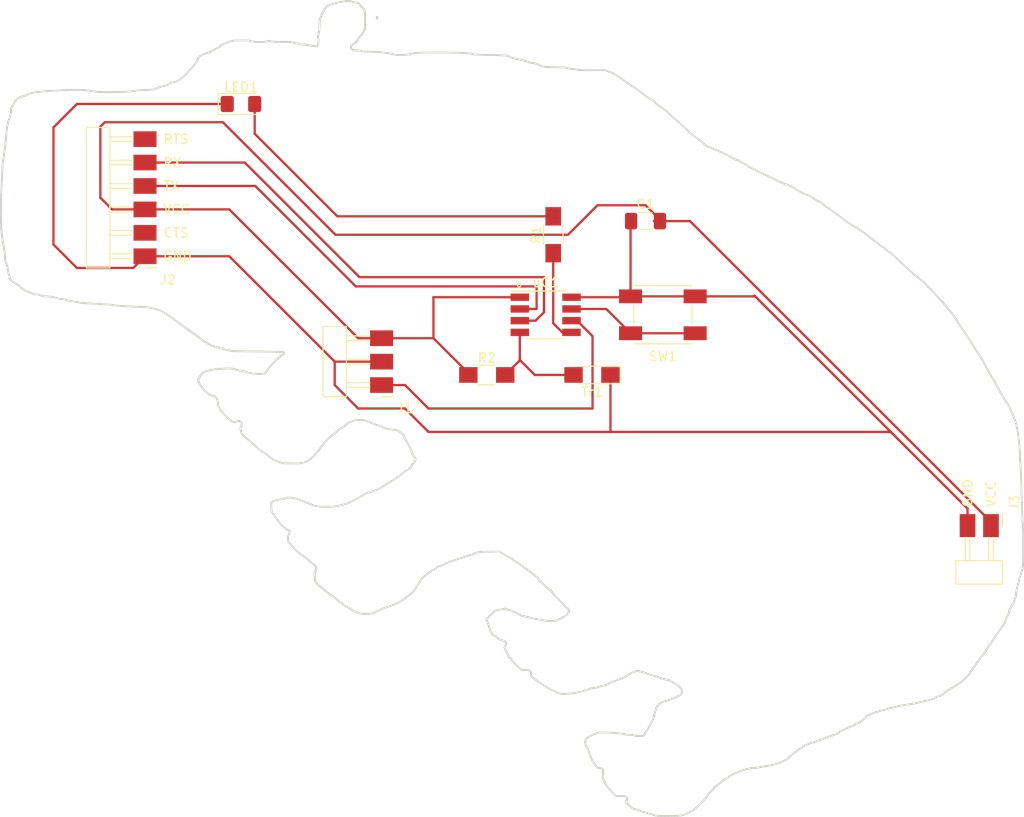
<source format=kicad_pcb>
(kicad_pcb (version 20211014) (generator pcbnew)

  (general
    (thickness 1.6)
  )

  (paper "A4")
  (layers
    (0 "F.Cu" signal)
    (31 "B.Cu" signal)
    (32 "B.Adhes" user "B.Adhesive")
    (33 "F.Adhes" user "F.Adhesive")
    (34 "B.Paste" user)
    (35 "F.Paste" user)
    (36 "B.SilkS" user "B.Silkscreen")
    (37 "F.SilkS" user "F.Silkscreen")
    (38 "B.Mask" user)
    (39 "F.Mask" user)
    (40 "Dwgs.User" user "User.Drawings")
    (41 "Cmts.User" user "User.Comments")
    (42 "Eco1.User" user "User.Eco1")
    (43 "Eco2.User" user "User.Eco2")
    (44 "Edge.Cuts" user)
    (45 "Margin" user)
    (46 "B.CrtYd" user "B.Courtyard")
    (47 "F.CrtYd" user "F.Courtyard")
    (48 "B.Fab" user)
    (49 "F.Fab" user)
    (50 "User.1" user)
    (51 "User.2" user)
    (52 "User.3" user)
    (53 "User.4" user)
    (54 "User.5" user)
    (55 "User.6" user)
    (56 "User.7" user)
    (57 "User.8" user)
    (58 "User.9" user)
  )

  (setup
    (stackup
      (layer "F.SilkS" (type "Top Silk Screen"))
      (layer "F.Paste" (type "Top Solder Paste"))
      (layer "F.Mask" (type "Top Solder Mask") (thickness 0.01))
      (layer "F.Cu" (type "copper") (thickness 0.035))
      (layer "dielectric 1" (type "core") (thickness 1.51) (material "FR4") (epsilon_r 4.5) (loss_tangent 0.02))
      (layer "B.Cu" (type "copper") (thickness 0.035))
      (layer "B.Mask" (type "Bottom Solder Mask") (thickness 0.01))
      (layer "B.Paste" (type "Bottom Solder Paste"))
      (layer "B.SilkS" (type "Bottom Silk Screen"))
      (copper_finish "None")
      (dielectric_constraints no)
    )
    (pad_to_mask_clearance 0)
    (pcbplotparams
      (layerselection 0x0001000_7fffffff)
      (disableapertmacros false)
      (usegerberextensions false)
      (usegerberattributes true)
      (usegerberadvancedattributes true)
      (creategerberjobfile true)
      (svguseinch false)
      (svgprecision 6)
      (excludeedgelayer true)
      (plotframeref false)
      (viasonmask false)
      (mode 1)
      (useauxorigin false)
      (hpglpennumber 1)
      (hpglpenspeed 20)
      (hpglpendiameter 15.000000)
      (dxfpolygonmode true)
      (dxfimperialunits true)
      (dxfusepcbnewfont true)
      (psnegative false)
      (psa4output false)
      (plotreference true)
      (plotvalue false)
      (plotinvisibletext false)
      (sketchpadsonfab false)
      (subtractmaskfromsilk false)
      (outputformat 5)
      (mirror false)
      (drillshape 0)
      (scaleselection 1)
      (outputdirectory "")
    )
  )

  (net 0 "")
  (net 1 "GND")
  (net 2 "Net-(J1-Pad1)")
  (net 3 "VCC")
  (net 4 "unconnected-(J2-Pad2)")
  (net 5 "Net-(J2-Pad4)")
  (net 6 "Net-(J2-Pad5)")
  (net 7 "unconnected-(J2-Pad6)")
  (net 8 "Net-(LED1-Pad2)")
  (net 9 "Net-(R1-Pad1)")
  (net 10 "Net-(R2-Pad2)")
  (net 11 "Net-(SW1-Pad1)")

  (footprint "fab:PinHeader_1x03_P2.54mm_Horizontal_SMD" (layer "F.Cu") (at 127 88.9 180))

  (footprint "fab:Button_Omron_B3SN_6x6mm" (layer "F.Cu") (at 157.48 81.28 180))

  (footprint "Diode_SMD:D_1206_3216Metric_Pad1.42x1.75mm_HandSolder" (layer "F.Cu") (at 111.76 58.42))

  (footprint "fab:R_1206" (layer "F.Cu") (at 145.6 72.6 90))

  (footprint "fab:R_1206" (layer "F.Cu") (at 138.4 87.8))

  (footprint "fab:SOIC-8_3.9x4.9mm_P1.27mm" (layer "F.Cu") (at 144.78 81.28))

  (footprint "fab:Q_1206" (layer "F.Cu") (at 149.8 87.8 180))

  (footprint "fab:PinHeader_UPDI_01x02_P2.54mm_Horizontal_SMD" (layer "F.Cu") (at 193.04 104.14 -90))

  (footprint "fab:PinHeader_FTDI_01x06_P2.54mm_Horizontal_SMD" (layer "F.Cu") (at 101.36 74.93 180))

  (footprint "Capacitor_SMD:C_1206_3216Metric_Pad1.33x1.80mm_HandSolder" (layer "F.Cu") (at 155.6 71.12))

  (gr_line (start 155.505252 126.772917) (end 155.498029 126.785228) (layer "Edge.Cuts") (width 0.2) (tstamp 0010035a-a9a7-4bcb-adb8-a4092d263447))
  (gr_line (start 120.304726 49.327764) (end 120.299019 49.368863) (layer "Edge.Cuts") (width 0.2) (tstamp 001ce27a-9fdc-49a8-b6d1-5d752ffd842b))
  (gr_line (start 186.027285 77.991706) (end 185.979002 77.942013) (layer "Edge.Cuts") (width 0.2) (tstamp 001d3cc5-b650-43c5-9cd6-51c63884d80c))
  (gr_line (start 123.234074 93.109688) (end 123.267724 93.084514) (layer "Edge.Cuts") (width 0.2) (tstamp 003583ef-b979-41ed-89bf-dd7c25d80b44))
  (gr_line (start 147.084381 113.07832) (end 147.09981 113.0845) (layer "Edge.Cuts") (width 0.2) (tstamp 0036210c-00f4-4166-b741-600551aa9068))
  (gr_line (start 125.968138 113.658435) (end 126.021127 113.641792) (layer "Edge.Cuts") (width 0.2) (tstamp 004f8db7-d90d-42f8-8a89-cd52f32aed9e))
  (gr_line (start 150.322729 130.292276) (end 150.35109 130.322609) (layer "Edge.Cuts") (width 0.2) (tstamp 00515660-068e-4782-9829-570ee488b9ee))
  (gr_line (start 195.80356 111.167062) (end 195.816956 111.094842) (layer "Edge.Cuts") (width 0.2) (tstamp 0056695a-9fc1-44e4-a66a-0884771dd19b))
  (gr_line (start 192.41562 117.83) (end 192.436348 117.792823) (layer "Edge.Cuts") (width 0.2) (tstamp 005a1ab2-ce64-4842-abf9-36bb47ceee5c))
  (gr_line (start 126.698197 93.293892) (end 126.728912 93.303254) (layer "Edge.Cuts") (width 0.2) (tstamp 006298e6-c55d-4bf1-9a6c-ab4d493ab1ee))
  (gr_line (start 154.028732 56.41706) (end 154.014995 56.405388) (layer "Edge.Cuts") (width 0.2) (tstamp 0066110a-d8ec-4cd6-9c01-90bdb5cc8b03))
  (gr_line (start 166.735965 65.147522) (end 166.675017 65.110767) (layer "Edge.Cuts") (width 0.2) (tstamp 006726e5-d5f0-4eca-9442-73d8722fb0db))
  (gr_line (start 144.674708 121.508381) (end 144.674708 121.508381) (layer "Edge.Cuts") (width 0.2) (tstamp 006df5c9-df96-435c-9528-42795332007b))
  (gr_line (start 163.703307 63.602008) (end 163.494611 63.508201) (layer "Edge.Cuts") (width 0.2) (tstamp 008190d6-4bf4-4638-a189-6cf34e70c678))
  (gr_line (start 87.057545 58.547567) (end 87.02262 58.60439) (layer "Edge.Cuts") (width 0.2) (tstamp 00984cfe-7508-4c9f-96ca-9bc32564f850))
  (gr_line (start 116.349339 104.243924) (end 116.427549 104.315241) (layer "Edge.Cuts") (width 0.2) (tstamp 009a5d4e-095d-47ec-b5db-38c793a88d18))
  (gr_line (start 120.688496 111.026084) (end 120.737063 111.070072) (layer "Edge.Cuts") (width 0.2) (tstamp 009fbf35-8e22-409c-aeb9-1e78dc1bd3fd))
  (gr_line (start 144.485055 110.457778) (end 144.56142 110.522891) (layer "Edge.Cuts") (width 0.2) (tstamp 00a9a0b1-009a-48d0-bd06-e46cfe334d46))
  (gr_line (start 153.601417 133.817446) (end 153.600378 133.831008) (layer "Edge.Cuts") (width 0.2) (tstamp 00b3a219-4765-4d94-b4ef-c4468c5c5933))
  (gr_line (start 154.180878 56.51831) (end 154.166232 56.510579) (layer "Edge.Cuts") (width 0.2) (tstamp 00c1e055-507e-4aea-8d51-d1497e93b43e))
  (gr_line (start 121.109816 111.373647) (end 121.151888 111.402073) (layer "Edge.Cuts") (width 0.2) (tstamp 00d10486-2cc7-4055-be39-502e4b3e29fb))
  (gr_line (start 119.50571 52.113227) (end 119.441805 52.106949) (layer "Edge.Cuts") (width 0.2) (tstamp 00d694eb-e759-4567-9e10-4ff2273f3697))
  (gr_line (start 180.931705 73.653047) (end 180.853933 73.588242) (layer "Edge.Cuts") (width 0.2) (tstamp 00d76577-cf97-4ac9-bd06-d04ace104360))
  (gr_line (start 106.040089 82.918679) (end 106.043842 82.920117) (layer "Edge.Cuts") (width 0.2) (tstamp 00e7ec8c-e7bb-4716-b317-547f58ec5b1f))
  (gr_line (start 129.457747 98.288088) (end 129.435862 98.304252) (layer "Edge.Cuts") (width 0.2) (tstamp 00faa32f-8732-42b4-a2fd-6859e4b7b0d7))
  (gr_line (start 196.320281 99.469935) (end 196.286022 98.52936) (layer "Edge.Cuts") (width 0.2) (tstamp 00feb6b8-cc6e-4a61-b51e-26371c307bb7))
  (gr_line (start 158.984644 60.218064) (end 158.981664 60.217482) (layer "Edge.Cuts") (width 0.2) (tstamp 01044b75-8f6d-4aa1-9b6b-9cef566fb366))
  (gr_line (start 181.631838 74.18182) (end 181.631838 74.18182) (layer "Edge.Cuts") (width 0.2) (tstamp 010944f8-3368-4f9e-9768-f3a918e70eac))
  (gr_line (start 117.49605 106.571163) (end 117.547254 106.628565) (layer "Edge.Cuts") (width 0.2) (tstamp 01179ada-7895-4a20-91c8-a20087e3e483))
  (gr_line (start 160.875645 134.922147) (end 160.941205 134.875151) (layer "Edge.Cuts") (width 0.2) (tstamp 012424b2-0613-4eb3-af69-91559c272f7c))
  (gr_line (start 163.248367 132.400413) (end 163.271472 132.384034) (layer "Edge.Cuts") (width 0.2) (tstamp 01247e1e-5b49-4c8e-8ea1-3edd1a26657e))
  (gr_line (start 85.928971 64.999568) (end 85.915237 65.22088) (layer "Edge.Cuts") (width 0.2) (tstamp 0125106f-6f6e-4a42-a8cb-6dc4da9a4322))
  (gr_line (start 154.448091 134.888042) (end 154.468446 134.891415) (layer "Edge.Cuts") (width 0.2) (tstamp 012a9e13-a0a9-42dd-8736-632b7014e582))
  (gr_line (start 181.308977 73.922957) (end 181.285284 73.90843) (layer "Edge.Cuts") (width 0.2) (tstamp 012d523c-a329-4076-bf34-36cc061f1787))
  (gr_line (start 154.608069 134.911438) (end 154.628465 134.917247) (layer "Edge.Cuts") (width 0.2) (tstamp 013d658f-7b94-4228-a220-7890d30f29eb))
  (gr_line (start 87.520468 77.995927) (end 87.559674 78.021355) (layer "Edge.Cuts") (width 0.2) (tstamp 01415f01-21a1-4a0b-aaa2-6ab648273e6c))
  (gr_line (start 87.391303 77.917212) (end 87.437563 77.945172) (layer "Edge.Cuts") (width 0.2) (tstamp 014294c4-af0a-4e6a-a643-c21c70bd3b28))
  (gr_line (start 159.457338 122.428432) (end 159.444013 122.441724) (layer "Edge.Cuts") (width 0.2) (tstamp 01457e33-66ac-49e0-9033-79afcb1684db))
  (gr_line (start 123.019782 93.304386) (end 123.05938 93.271813) (layer "Edge.Cuts") (width 0.2) (tstamp 0159159b-8e34-4759-9210-0653b6131225))
  (gr_line (start 130.082312 95.694349) (end 130.147968 95.824907) (layer "Edge.Cuts") (width 0.2) (tstamp 015d285e-557b-478f-90bf-b7185099873d))
  (gr_line (start 147.220775 113.167965) (end 147.231052 113.180384) (layer "Edge.Cuts") (width 0.2) (tstamp 0168faa9-d860-4835-8533-3c0281553d85))
  (gr_line (start 139.319928 116.135912) (end 139.33748 116.147909) (layer "Edge.Cuts") (width 0.2) (tstamp 0177ca10-8c8e-442e-ac73-5cf9dd8d1ebc))
  (gr_line (start 142.929467 53.857085) (end 142.912952 53.850163) (layer "Edge.Cuts") (width 0.2) (tstamp 0191afd0-5f1a-40c0-8c2c-fc6b4512ec40))
  (gr_line (start 146.400747 122.373732) (end 146.501528 122.384655) (layer "Edge.Cuts") (width 0.2) (tstamp 01a19697-1787-44f1-b107-b6569570ef96))
  (gr_line (start 86.709723 77.362095) (end 86.71261 77.371536) (layer "Edge.Cuts") (width 0.2) (tstamp 01a93c15-059c-4a18-88b9-b65b749bf129))
  (gr_line (start 128.739319 93.845926) (end 128.764018 93.860363) (layer "Edge.Cuts") (width 0.2) (tstamp 01c53c87-1c62-4a09-8fb5-2d5b64a56582))
  (gr_line (start 113.491351 87.68607) (end 113.359477 87.678529) (layer "Edge.Cuts") (width 0.2) (tstamp 01c7a84d-d1ee-4603-ac37-663df33343ae))
  (gr_line (start 140.753599 118.329882) (end 140.754678 118.33365) (layer "Edge.Cuts") (width 0.2) (tstamp 01dbafae-0d3b-40c5-abe8-442aa89382a6))
  (gr_line (start 188.235777 122.107187) (end 188.254229 122.096863) (layer "Edge.Cuts") (width 0.2) (tstamp 01deaeb9-eff8-4971-83c0-f60e03f13e57))
  (gr_line (start 154.620183 119.91915) (end 154.655783 119.917238) (layer "Edge.Cuts") (width 0.2) (tstamp 01eecbde-a293-4e72-9ab7-4a5a43218203))
  (gr_line (start 92.691175 79.6264) (end 92.711263 79.633686) (layer "Edge.Cuts") (width 0.2) (tstamp 01effde0-00be-4c57-811e-1052eb919ac1))
  (gr_line (start 123.710992 47.303348) (end 123.682074 47.289909) (layer "Edge.Cuts") (width 0.2) (tstamp 0202fa95-52c4-4e6a-9d18-d4f61b02132a))
  (gr_line (start 124.324948 51.587575) (end 124.331283 51.584558) (layer "Edge.Cuts") (width 0.2) (tstamp 0207654c-efb7-4c72-ac72-b871209ae37e))
  (gr_line (start 168.950809 130.17506) (end 169.143008 130.139229) (layer "Edge.Cuts") (width 0.2) (tstamp 021848f5-e761-4b6b-95c7-da79b5498e35))
  (gr_line (start 108.81711 84.671734) (end 108.830008 84.677021) (layer "Edge.Cuts") (width 0.2) (tstamp 021e1531-ea6d-4459-bbcc-9d9627defa37))
  (gr_line (start 120.180758 50.772923) (end 120.156432 50.864717) (layer "Edge.Cuts") (width 0.2) (tstamp 022057eb-7586-41e2-962c-49d840eb68d0))
  (gr_line (start 106.309311 83.086185) (end 106.319305 83.090477) (layer "Edge.Cuts") (width 0.2) (tstamp 02297bbb-ab4c-4b32-b01f-a1a47b5f8881))
  (gr_line (start 129.347246 94.297975) (end 129.377028 94.339918) (layer "Edge.Cuts") (width 0.2) (tstamp 022b5e8d-d627-477a-87c2-d4078bb95e81))
  (gr_line (start 107.128059 83.687233) (end 107.131359 83.687652) (layer "Edge.Cuts") (width 0.2) (tstamp 024cef38-5927-47cb-8157-ae104f3635b5))
  (gr_line (start 118.189213 97.380743) (end 118.266594 97.36941) (layer "Edge.Cuts") (width 0.2) (tstamp 025fdadc-05e1-4dd1-b52d-03e7697935ce))
  (gr_line (start 118.400225 101.449871) (end 117.816027 101.240704) (layer "Edge.Cuts") (width 0.2) (tstamp 026aa670-5c22-48ee-9345-8a952fe95617))
  (gr_line (start 116.397646 85.32584) (end 116.397646 85.32584) (layer "Edge.Cuts") (width 0.2) (tstamp 027a4dad-00b4-4a53-9b42-432b384a192d))
  (gr_line (start 195.847582 110.965618) (end 195.847582 110.965618) (layer "Edge.Cuts") (width 0.2) (tstamp 02811eea-1fd5-44cf-a559-4692e654309a))
  (gr_line (start 126.042627 93.068503) (end 126.137955 93.107598) (layer "Edge.Cuts") (width 0.2) (tstamp 02814db5-b5a5-4710-ba00-b7098b0b3174))
  (gr_line (start 112.026761 94.405943) (end 112.072118 94.447924) (layer "Edge.Cuts") (width 0.2) (tstamp 02ab3880-caf8-4cc1-af55-29c50a83928f))
  (gr_line (start 165.453053 64.483313) (end 165.437789 64.480938) (layer "Edge.Cuts") (width 0.2) (tstamp 02b2bc54-b2f2-4f23-a5e6-b371379ec2fe))
  (gr_line (start 109.613692 52.060769) (end 109.570318 52.088249) (layer "Edge.Cuts") (width 0.2) (tstamp 02b39a27-2bd3-47a2-bc7b-14dab071595d))
  (gr_line (start 181.015391 73.736349) (end 181.01105 73.730461) (layer "Edge.Cuts") (width 0.2) (tstamp 02b727dd-fba8-4914-a6f8-17189536279f))
  (gr_line (start 196.20158 97.17257) (end 196.193992 97.042189) (layer "Edge.Cuts") (width 0.2) (tstamp 02cc5012-9ed6-4cab-af5e-609dfc5e96bb))
  (gr_line (start 120.137455 50.945549) (end 120.129939 50.982178) (layer "Edge.Cuts") (width 0.2) (tstamp 02dce4b9-6f89-40c7-b6df-18d2693f6c92))
  (gr_line (start 133.855181 108.294468) (end 133.855181 108.294468) (layer "Edge.Cuts") (width 0.2) (tstamp 030c8305-9dfb-41e9-8ca6-c6fe2ee4d813))
  (gr_line (start 145.298289 111.157665) (end 145.310743 111.164662) (layer "Edge.Cuts") (width 0.2) (tstamp 0317b057-5c97-4eb7-9bf1-2c7f158e9802))
  (gr_line (start 118.948202 101.671726) (end 118.9359 101.670948) (layer "Edge.Cuts") (width 0.2) (tstamp 03277b36-b903-4696-927e-2f281d9d5bbc))
  (gr_line (start 107.032064 53.679039) (end 107.00259 53.733628) (layer "Edge.Cuts") (width 0.2) (tstamp 03368f8b-4362-48a3-a4e9-7d78f164d83b))
  (gr_line (start 154.208369 56.531272) (end 154.194963 56.525233) (layer "Edge.Cuts") (width 0.2) (tstamp 033b0d25-b171-49f9-8d45-56f696e6aad7))
  (gr_line (start 111.787634 93.355717) (end 111.76903 93.394032) (layer "Edge.Cuts") (width 0.2) (tstamp 033ef335-54da-4790-9039-18c7d3e6a1a4))
  (gr_line (start 185.009052 77.13418) (end 184.962764 77.09598) (layer "Edge.Cuts") (width 0.2) (tstamp 034f1215-577d-4e4a-9d5c-16865b807290))
  (gr_line (start 127.475066 113.003811) (end 127.569644 112.974507) (layer "Edge.Cuts") (width 0.2) (tstamp 03509684-a1d7-4912-94d4-1cfb3b131030))
  (gr_line (start 105.981299 82.868587) (end 105.983436 82.872041) (layer "Edge.Cuts") (width 0.2) (tstamp 03636a66-8be1-47ea-9810-340b2899da3c))
  (gr_line (start 175.41321 127.045087) (end 175.648384 126.954536) (layer "Edge.Cuts") (width 0.2) (tstamp 037791f7-0b6b-411f-96ec-0bf2cb35b675))
  (gr_line (start 118.385453 107.343547) (end 118.44124 107.377736) (layer "Edge.Cuts") (width 0.2) (tstamp 037add00-be79-400f-ac5d-e2d0bb977be3))
  (gr_line (start 169.200297 66.389282) (end 169.166995 66.37776) (layer "Edge.Cuts") (width 0.2) (tstamp 037bc13f-c68e-4675-9730-933ed0729899))
  (gr_line (start 106.081621 82.926158) (end 106.085418 82.926644) (layer "Edge.Cuts") (width 0.2) (tstamp 0386a8c0-7a33-40ad-8ea1-145d161c50a1))
  (gr_line (start 152.303921 133.377569) (end 152.311276 133.385331) (layer "Edge.Cuts") (width 0.2) (tstamp 038e4fbd-db69-44ff-9573-838293979112))
  (gr_line (start 125.044207 50.590554) (end 125.044207 50.590554) (layer "Edge.Cuts") (width 0.2) (tstamp 038ee9d1-ead3-44dd-b067-418fc89eea77))
  (gr_line (start 195.205628 112.974298) (end 195.236256 112.922712) (layer "Edge.Cuts") (width 0.2) (tstamp 0397a46e-b231-4278-b35c-fbeb4dfde2fc))
  (gr_line (start 165.467585 64.484774) (end 165.453053 64.483313) (layer "Edge.Cuts") (width 0.2) (tstamp 03a9b2a6-61aa-4881-8d12-83836e72a277))
  (gr_line (start 162.021167 62.835848) (end 161.990817 62.810184) (layer "Edge.Cuts") (width 0.2) (tstamp 03b8bf58-df5c-4ee5-bb74-f32c94cbffc2))
  (gr_line (start 123.737515 52.440352) (end 123.724853 52.421179) (layer "Edge.Cuts") (width 0.2) (tstamp 03ba8ac6-6797-4dff-b584-621244731cad))
  (gr_line (start 86.199482 75.269596) (end 86.204388 75.299725) (layer "Edge.Cuts") (width 0.2) (tstamp 03ec879e-7530-4353-99c1-6f4ddd5a8644))
  (gr_line (start 141.692111 53.541111) (end 141.615492 53.526379) (layer "Edge.Cuts") (width 0.2) (tstamp 03f78b0a-01f0-430e-be13-fcffad54416e))
  (gr_line (start 130.916892 110.569594) (end 131.048508 110.357518) (layer "Edge.Cuts") (width 0.2) (tstamp 0413d1df-925c-4431-a7d6-e1bc717fa23c))
  (gr_line (start 130.512601 96.64656) (end 130.539377 96.681462) (layer "Edge.Cuts") (width 0.2) (tstamp 0416293d-aab4-4ba4-933d-bea2aeff1a2d))
  (gr_line (start 132.83261 108.798316) (end 132.915452 108.744221) (layer "Edge.Cuts") (width 0.2) (tstamp 04187949-3027-41ab-9f09-f0e580c4b1d8))
  (gr_line (start 139.387696 116.185099) (end 139.403173 116.197609) (layer "Edge.Cuts") (width 0.2) (tstamp 041d36db-407e-4d01-a565-1decd743953e))
  (gr_line (start 118.603152 51.988468) (end 118.603152 51.988468) (layer "Edge.Cuts") (width 0.2) (tstamp 0429a2f5-b301-4fa4-8dc5-36dd9c4d967b))
  (gr_line (start 118.495132 51.987403) (end 118.400069 51.98415) (layer "Edge.Cuts") (width 0.2) (tstamp 04556191-26d4-442f-bdde-d3d9360f9712))
  (gr_line (start 146.019005 114.405328) (end 145.972821 114.421575) (layer "Edge.Cuts") (width 0.2) (tstamp 04584e15-a59d-46d3-ab07-eafcbdcbf69a))
  (gr_line (start 155.152339 126.964904) (end 155.111628 126.966786) (layer "Edge.Cuts") (width 0.2) (tstamp 045ae1be-ffc1-4cf6-82bd-fe9e4de71a1a))
  (gr_line (start 143.125571 114.125482) (end 143.109124 114.1199) (layer "Edge.Cuts") (width 0.2) (tstamp 0461e4c0-bd9e-4764-88f9-855af7b71c56))
  (gr_line (start 156.965091 58.555342) (end 156.924306 58.522849) (layer "Edge.Cuts") (width 0.2) (tstamp 0469ae52-8889-4739-9b20-1596e08663db))
  (gr_line (start 164.334666 131.565113) (end 164.334666 131.565113) (layer "Edge.Cuts") (width 0.2) (tstamp 04722fe9-a54e-4207-9951-76379f17dc46))
  (gr_line (start 153.703203 134.334609) (end 153.715042 134.343443) (layer "Edge.Cuts") (width 0.2) (tstamp 04727cd8-0902-4361-9369-f70952aa3eaa))
  (gr_line (start 127.671343 52.896927) (end 127.308278 52.852828) (layer "Edge.Cuts") (width 0.2) (tstamp 04803f7f-b922-4266-9d25-b5dae9550206))
  (gr_line (start 143.439356 109.420254) (end 143.48916 109.462748) (layer "Edge.Cuts") (width 0.2) (tstamp 048ecf7b-de0a-472f-b7b9-1a2cdd4f900b))
  (gr_line (start 153.608738 120.394086) (end 153.630841 120.377498) (layer "Edge.Cuts") (width 0.2) (tstamp 04b002c5-b0ed-45ea-8acf-6f312ef24433))
  (gr_line (start 170.787509 67.126862) (end 170.787509 67.126862) (layer "Edge.Cuts") (width 0.2) (tstamp 04ba3bfe-2b00-4d24-a669-3231703add53))
  (gr_line (start 149.440355 128.606943) (end 149.489812 128.73446) (layer "Edge.Cuts") (width 0.2) (tstamp 04c85d5e-0fd0-43ba-82be-77a6c9272827))
  (gr_line (start 158.168922 120.912526) (end 158.223575 120.933017) (layer "Edge.Cuts") (width 0.2) (tstamp 04c88aad-4327-4139-9219-ce6c34f549b0))
  (gr_line (start 106.770032 83.393661) (end 106.807875 83.421256) (layer "Edge.Cuts") (width 0.2) (tstamp 04cadaed-dddf-4e51-9b74-198a6ec13fa7))
  (gr_line (start 120.587264 110.94001) (end 120.638073 110.982346) (layer "Edge.Cuts") (width 0.2) (tstamp 04cb5144-19c2-4e6a-b992-a38db876df26))
  (gr_line (start 124.274066 113.526051) (end 124.408302 113.585161) (layer "Edge.Cuts") (width 0.2) (tstamp 04cc0c9d-6dc8-4408-8a26-8e18e7dafc31))
  (gr_line (start 123.976098 52.584527) (end 123.946049 52.57937) (layer "Edge.Cuts") (width 0.2) (tstamp 04d44784-21ba-4af4-a79e-82da374747a6))
  (gr_line (start 175.065257 127.188834) (end 175.177287 127.14185) (layer "Edge.Cuts") (width 0.2) (tstamp 050ac437-ad13-4cd1-8835-be4076365f3b))
  (gr_line (start 156.630711 58.265666) (end 156.504008 58.147961) (layer "Edge.Cuts") (width 0.2) (tstamp 05116eb1-37ed-4d80-b3cc-0a779a2f15a3))
  (gr_line (start 136.99762 53.034064) (end 136.942324 53.018559) (layer "Edge.Cuts") (width 0.2) (tstamp 051dc378-e92b-48a5-87e6-25fdf436851f))
  (gr_line (start 128.232627 53.009481) (end 128.161889 52.990282) (layer "Edge.Cuts") (width 0.2) (tstamp 05206596-a2f9-4827-858e-6c29a0069e8e))
  (gr_line (start 153.042492 133.472535) (end 153.162111 133.475268) (layer "Edge.Cuts") (width 0.2) (tstamp 0520cef8-5eb4-4ad6-9db3-e738a3afea43))
  (gr_line (start 149.058141 127.575436) (end 149.057024 127.586979) (layer "Edge.Cuts") (width 0.2) (tstamp 053caf12-a429-45f9-bf3e-c767c9afd121))
  (gr_line (start 129.312826 98.431489) (end 129.251109 98.485258) (layer "Edge.Cuts") (width 0.2) (tstamp 054098ff-400b-4457-b57b-06529669971f))
  (gr_line (start 118.544984 101.507113) (end 118.496895 101.486872) (layer "Edge.Cuts") (width 0.2) (tstamp 0545bcff-d4ed-4123-9a7f-7b49c8ba5761))
  (gr_line (start 154.345919 126.892636) (end 154.345919 126.892636) (layer "Edge.Cuts") (width 0.2) (tstamp 05505705-1c51-4543-b0c0-5e702861747f))
  (gr_line (start 109.386767 84.862026) (end 109.388405 84.864331) (layer "Edge.Cuts") (width 0.2) (tstamp 056ff63a-0934-436f-91dd-80b8210b7d12))
  (gr_line (start 187.051066 79.109239) (end 186.977536 79.022708) (layer "Edge.Cuts") (width 0.2) (tstamp 057c6d97-3cb4-47e7-9171-7b2e4fa1b16a))
  (gr_line (start 106.274889 83.078167) (end 106.274889 83.078167) (layer "Edge.Cuts") (width 0.2) (tstamp 0583e770-17e2-4ad0-b675-21fb2978b11e))
  (gr_line (start 170.731494 67.11809) (end 170.718763 67.114453) (layer "Edge.Cuts") (width 0.2) (tstamp 05860c18-becd-43c2-bf0c-03e2e21dcf3d))
  (gr_line (start 154.151143 56.502116) (end 154.135731 56.492996) (layer "Edge.Cuts") (width 0.2) (tstamp 058e6858-555a-4c11-81f6-ea6b80d43a07))
  (gr_line (start 143.778981 109.669088) (end 143.796233 109.678105) (layer "Edge.Cuts") (width 0.2) (tstamp 05908ad9-7663-48b8-8050-f0cfdfa65e53))
  (gr_line (start 119.392579 101.858805) (end 119.319247 101.820805) (layer "Edge.Cuts") (width 0.2) (tstamp 05911c24-1503-458a-9c35-878e88cda6b4))
  (gr_line (start 170.321163 66.925791) (end 170.261098 66.902568) (layer "Edge.Cuts") (width 0.2) (tstamp 0596a4e1-f35f-4645-a1af-a46bcfa8e52f))
  (gr_line (start 123.651851 92.885587) (end 123.715127 92.860567) (layer "Edge.Cuts") (width 0.2) (tstamp 05a67fab-a478-4da1-930c-40ea1c4eceb2))
  (gr_line (start 111.716886 87.344966) (end 111.698203 87.343845) (layer "Edge.Cuts") (width 0.2) (tstamp 05ac061c-dce0-49ba-8147-10ed1b5ab88e))
  (gr_line (start 86.835653 59.337616) (end 86.824273 59.396983) (layer "Edge.Cuts") (width 0.2) (tstamp 05d1e17c-2c74-460c-819f-fc90d6aad81c))
  (gr_line (start 138.486422 114.640898) (end 138.517031 114.709316) (layer "Edge.Cuts") (width 0.2) (tstamp 05d75266-ea15-4210-9755-60522e6cb8dc))
  (gr_line (start 93.110128 79.746051) (end 93.216958 79.766189) (layer "Edge.Cuts") (width 0.2) (tstamp 05ded478-0312-47d4-8f7e-a3b11721cdbf))
  (gr_line (start 86.888265 58.791046) (end 86.883003 58.802343) (layer "Edge.Cuts") (width 0.2) (tstamp 05e30385-9720-4c8f-ae5b-7032bf82a198))
  (gr_line (start 187.773067 79.887528) (end 187.691164 79.799557) (layer "Edge.Cuts") (width 0.2) (tstamp 05f88319-b7e0-4a46-b721-616eb347cc28))
  (gr_line (start 116.139636 101.271221) (end 116.139636 101.271221) (layer "Edge.Cuts") (width 0.2) (tstamp 060567e7-da76-443e-9727-ab1ff49da7ad))
  (gr_line (start 160.31999 61.485988) (end 160.304691 61.469095) (layer "Edge.Cuts") (width 0.2) (tstamp 060ac547-ec4d-462d-94b2-1e224bda929c))
  (gr_line (start 155.348359 126.92809) (end 155.338257 126.932363) (layer "Edge.Cuts") (width 0.2) (tstamp 0614f327-6a7a-44d4-9d67-c36e2db8131e))
  (gr_line (start 176.439318 126.64378) (end 176.439318 126.64378) (layer "Edge.Cuts") (width 0.2) (tstamp 0614f523-3f8c-410f-be4f-52e639f09820))
  (gr_line (start 157.549967 120.764791) (end 157.624668 120.785939) (layer "Edge.Cuts") (width 0.2) (tstamp 062c5eb7-6836-4bfa-ad81-bf90341d9ed5))
  (gr_line (start 193.304911 116.485531) (end 193.304911 116.485531) (layer "Edge.Cuts") (width 0.2) (tstamp 064aac24-5ec4-4455-943f-d9ecbd0f9660))
  (gr_line (start 108.944954 90.135886) (end 108.967176 90.15002) (layer "Edge.Cuts") (width 0.2) (tstamp 065a4429-f8c5-436e-8eee-9bb327dcc1de))
  (gr_line (start 94.554739 79.988547) (end 94.810229 80.009065) (layer "Edge.Cuts") (width 0.2) (tstamp 06633731-f2c7-4809-bf70-eec98162aa07))
  (gr_line (start 107.979068 84.305168) (end 108.015931 84.323417) (layer "Edge.Cuts") (width 0.2) (tstamp 0679abad-f884-41e2-a608-b064bbe99224))
  (gr_line (start 140.965056 107.636647) (end 140.990486 107.650169) (layer "Edge.Cuts") (width 0.2) (tstamp 068418de-6b06-46f8-a42a-f6e7af9942f0))
  (gr_line (start 106.204002 83.044492) (end 106.21029 83.050363) (layer "Edge.Cuts") (width 0.2) (tstamp 0698aa85-a53c-4366-be01-d6c0dc2691d4))
  (gr_line (start 178.357346 125.65101) (end 178.372154 125.642632) (layer "Edge.Cuts") (width 0.2) (tstamp 0698b3de-1af2-43d2-9761-947a43534178))
  (gr_line (start 153.615044 134.290852) (end 153.625264 134.296813) (layer "Edge.Cuts") (width 0.2) (tstamp 069991dc-50a8-4365-9067-51c47d73f796))
  (gr_line (start 130.375977 96.42246) (end 130.402417 96.471372) (layer "Edge.Cuts") (width 0.2) (tstamp 06ae1fee-ca15-4cd8-930c-c62463cfaf5b))
  (gr_line (start 155.53509 126.687557) (end 155.534563 126.696086) (layer "Edge.Cuts") (width 0.2) (tstamp 06b31fc4-bac3-48a8-8fcd-a5156fcaeb35))
  (gr_line (start 194.818947 113.944426) (end 194.887524 113.789557) (layer "Edge.Cuts") (width 0.2) (tstamp 06b5c2ca-4cbe-400b-84da-bccd8bec52e2))
  (gr_line (start 159.675204 135.507542) (end 159.675204 135.507542) (layer "Edge.Cuts") (width 0.2) (tstamp 06ca3070-2d76-4ed3-bf73-3ee098b6bcc2))
  (gr_line (start 173.909976 68.714772) (end 173.86733 68.68052) (layer "Edge.Cuts") (width 0.2) (tstamp 06d109a1-0298-46d6-b35d-abfc222b4cb1))
  (gr_line (start 102.431551 56.821588) (end 102.412795 56.82659) (layer "Edge.Cuts") (width 0.2) (tstamp 06d328e3-4a34-4130-8712-8af0da2e844a))
  (gr_line (start 117.197161 97.394917) (end 117.540538 97.399992) (layer "Edge.Cuts") (width 0.2) (tstamp 06e6246e-c13e-4185-bb0b-7e08ca8331a8))
  (gr_line (start 108.198475 87.341273) (end 108.186823 87.343016) (layer "Edge.Cuts") (width 0.2) (tstamp 06f069f5-ecad-422c-ac99-816708bce908))
  (gr_line (start 140.737894 113.300502) (end 140.724846 113.297752) (layer "Edge.Cuts") (width 0.2) (tstamp 06f2b2cc-8207-4602-874c-ea79bdbf59eb))
  (gr_line (start 140.493624 116.878532) (end 140.496071 116.893501) (layer "Edge.Cuts") (width 0.2) (tstamp 06f30f85-9645-42a6-8a10-ab3b76e4b478))
  (gr_line (start 150.637591 130.424195) (end 150.661495 130.425425) (layer "Edge.Cuts") (width 0.2) (tstamp 06fd73f4-fb29-4a7f-a462-860fd51b413d))
  (gr_line (start 174.921284 69.33604) (end 174.898505 69.315561) (layer "Edge.Cuts") (width 0.2) (tstamp 070e24ea-220a-48fe-8203-862b162aeeda))
  (gr_line (start 107.134599 83.687912) (end 107.137774 83.688008) (layer "Edge.Cuts") (width 0.2) (tstamp 072105a7-00d2-4586-ae96-eaa36f354c11))
  (gr_line (start 129.904263 95.36376) (end 130.000665 95.539835) (layer "Edge.Cuts") (width 0.2) (tstamp 0735e015-e6f6-4dd1-81be-d41ef670327a))
  (gr_line (start 142.562212 119.806576) (end 142.654957 119.807491) (layer "Edge.Cuts") (width 0.2) (tstamp 07432ef7-f9d0-4eb1-b5b1-f769e1e4a6b7))
  (gr_line (start 109.55999 84.907012) (end 109.576647 84.907276) (layer "Edge.Cuts") (width 0.2) (tstamp 074576ff-ddd5-4753-b291-bfde32eb1af5))
  (gr_line (start 165.196233 131.041511) (end 165.262541 131.017893) (layer "Edge.Cuts") (width 0.2) (tstamp 074938e6-7b7f-46d1-8bfe-693d43cb596f))
  (gr_line (start 162.918383 63.266068) (end 162.859692 63.235454) (layer "Edge.Cuts") (width 0.2) (tstamp 07510ec1-5500-4ad3-9841-82b8cd52c592))
  (gr_line (start 186.849786 78.860278) (end 186.827937 78.832472) (layer "Edge.Cuts") (width 0.2) (tstamp 0756a0c1-3f2c-49a7-8f03-f53eca4cce7c))
  (gr_line (start 120.43619 48.959178) (end 120.413946 49.012326) (layer "Edge.Cuts") (width 0.2) (tstamp 075d495a-39b8-4d44-aedf-835e4890677d))
  (gr_line (start 195.711811 111.882876) (end 195.719231 111.859384) (layer "Edge.Cuts") (width 0.2) (tstamp 07654e95-69cc-43f0-beb7-65dd615676e3))
  (gr_line (start 154.426772 134.883421) (end 154.448091 134.888042) (layer "Edge.Cuts") (width 0.2) (tstamp 07659d93-997f-4fd5-8844-25d68af282f5))
  (gr_line (start 117.386518 51.767643) (end 117.366854 51.759873) (layer "Edge.Cuts") (width 0.2) (tstamp 076ef2bf-2068-41c8-b96e-60c9884501b7))
  (gr_line (start 86.554259 76.677823) (end 86.568505 76.751057) (layer "Edge.Cuts") (width 0.2) (tstamp 077a3075-c6eb-49c0-b446-744dfe28e704))
  (gr_line (start 111.61243 92.794081) (end 111.635483 92.801836) (layer "Edge.Cuts") (width 0.2) (tstamp 077c5790-1788-4f35-97cf-f09dab3f13c7))
  (gr_line (start 194.9547 113.646491) (end 194.961483 113.629936) (layer "Edge.Cuts") (width 0.2) (tstamp 078a92c3-f2a7-43f8-a0ff-4f46315e33fa))
  (gr_line (start 120.267092 95.838825) (end 120.288553 95.81527) (layer "Edge.Cuts") (width 0.2) (tstamp 078b1699-0e61-45ee-88ef-faf7848b3af7))
  (gr_line (start 88.179425 78.523415) (end 88.240261 78.56396) (layer "Edge.Cuts") (width 0.2) (tstamp 078f40b5-e5e9-4b9c-9265-3cea0b016740))
  (gr_line (start 130.238841 96.075429) (end 130.245252 96.107448) (layer "Edge.Cuts") (width 0.2) (tstamp 07a259e6-8889-4d9d-80fa-d8f79ab89fa0))
  (gr_line (start 111.74361 93.813134) (end 111.752825 93.861408) (layer "Edge.Cuts") (width 0.2) (tstamp 07ab055a-4a90-47ad-b95d-5cc32def3644))
  (gr_line (start 86.695349 77.221926) (end 86.697755 77.240975) (layer "Edge.Cuts") (width 0.2) (tstamp 07afcb7a-f0ce-403e-b2cb-1050c1ad1184))
  (gr_line (start 118.855515 51.996227) (end 118.776777 51.99204) (layer "Edge.Cuts") (width 0.2) (tstamp 07b29f6f-3a9c-4d90-9d30-570b9b23d914))
  (gr_line (start 139.767977 113.256909) (end 139.695615 113.268151) (layer "Edge.Cuts") (width 0.2) (tstamp 07bb3ac1-72ca-4b5e-96f3-d93e0c469fd3))
  (gr_line (start 116.844797 105.525796) (end 116.848781 105.590874) (layer "Edge.Cuts") (width 0.2) (tstamp 07bf9ba0-bd26-4829-bd7d-7c82c8614802))
  (gr_line (start 116.891667 105.784797) (end 116.916105 105.848062) (layer "Edge.Cuts") (width 0.2) (tstamp 07cf5a29-9af1-4513-9d3b-bc2c3cbb725c))
  (gr_line (start 86.186084 75.034803) (end 86.192919 75.194771) (layer "Edge.Cuts") (width 0.2) (tstamp 07d6040e-ebb3-496e-bd65-8cc6a12742e1))
  (gr_line (start 126.712832 100.153271) (end 126.695229 100.164944) (layer "Edge.Cuts") (width 0.2) (tstamp 07fc543e-ebc7-4da4-ab80-a5a9d1298f42))
  (gr_line (start 106.230829 83.065106) (end 106.238066 83.068934) (layer "Edge.Cuts") (width 0.2) (tstamp 0805bc98-0ba5-4160-adc1-fa753616d57d))
  (gr_line (start 89.925074 79.11184) (end 89.94922 79.120623) (layer "Edge.Cuts") (width 0.2) (tstamp 0806e1fb-fd48-4b3d-8bbe-c348a044b6c5))
  (gr_line (start 194.5102 90.460592) (end 194.462247 90.385819) (layer "Edge.Cuts") (width 0.2) (tstamp 0808c593-81ba-4826-bbe5-f2679145e086))
  (gr_line (start 106.256529 83.075757) (end 106.260234 83.076612) (layer "Edge.Cuts") (width 0.2) (tstamp 080d0dd0-ac76-4a09-b9ae-73229d56f1a6))
  (gr_line (start 151.58769 132.609482) (end 151.629687 132.659655) (layer "Edge.Cuts") (width 0.2) (tstamp 080eb162-2f68-4483-9aa9-cc8e8faf283b))
  (gr_line (start 107.117872 83.685056) (end 107.124707 83.686658) (layer "Edge.Cuts") (width 0.2) (tstamp 082f06cb-b9ad-4299-9ea6-65f633c2cad7))
  (gr_line (start 163.13904 63.373756) (end 163.088838 63.351155) (layer "Edge.Cuts") (width 0.2) (tstamp 084c92c3-a5e3-44d1-82f2-d60dadb2cc99))
  (gr_line (start 186.502312 78.498765) (end 186.476393 78.477617) (layer "Edge.Cuts") (width 0.2) (tstamp 086f25e4-830c-4ba0-9a09-634b89c850c6))
  (gr_line (start 117.956565 51.866139) (end 117.935994 51.860731) (layer "Edge.Cuts") (width 0.2) (tstamp 088b7d1c-1236-43b2-82f1-5d83b9b33993))
  (gr_line (start 185.257693 123.310124) (end 185.324646 123.28894) (layer "Edge.Cuts") (width 0.2) (tstamp 08919123-72b5-496a-a0cd-461a7b473595))
  (gr_line (start 169.569496 130.042631) (end 169.771903 129.989806) (layer "Edge.Cuts") (width 0.2) (tstamp 08951e2e-e432-4102-a60c-27f5e2b5da31))
  (gr_line (start 118.263252 107.260465) (end 118.325915 107.304281) (layer "Edge.Cuts") (width 0.2) (tstamp 08a74ac8-5bcd-426f-b5da-0fa70ebf8fcd))
  (gr_line (start 140.761824 118.350009) (end 140.766985 118.358831) (layer "Edge.Cuts") (width 0.2) (tstamp 08a955b3-8b83-4407-ba99-5268cc6f517e))
  (gr_line (start 163.070424 132.527333) (end 163.077443 132.519353) (layer "Edge.Cuts") (width 0.2) (tstamp 08b5285c-e6ac-4fd5-89f1-751e1b10041c))
  (gr_line (start 156.864279 123.755679) (end 156.819795 123.835198) (layer "Edge.Cuts") (width 0.2) (tstamp 08bb1afe-a1b6-4526-a9d0-eb5567e3b97c))
  (gr_line (start 121.381314 94.556553) (end 121.414816 94.527103) (layer "Edge.Cuts") (width 0.2) (tstamp 08c5e9bc-353b-415b-b4b3-8c942cd3726e))
  (gr_line (start 156.206072 57.931439) (end 156.197893 57.929614) (layer "Edge.Cuts") (width 0.2) (tstamp 08d01e74-1336-48fa-a803-60fd2a434a7d))
  (gr_line (start 122.670192 112.555436) (end 122.686317 112.567393) (layer "Edge.Cuts") (width 0.2) (tstamp 08d5e7dc-4237-4aba-b163-40b464880915))
  (gr_line (start 117.65631 101.192291) (end 117.569703 101.172005) (layer "Edge.Cuts") (width 0.2) (tstamp 08db75e1-8d7d-452b-938c-e3c1a5d343a0))
  (gr_line (start 124.930697 100.877484) (end 124.864806 100.923181) (layer "Edge.Cuts") (width 0.2) (tstamp 08dd1632-dd4d-4b4d-96ad-bb15c3dcc294))
  (gr_line (start 162.098069 62.89164) (end 162.057257 62.863191) (layer "Edge.Cuts") (width 0.2) (tstamp 08dfc9ec-e72f-46d7-82cc-f3bbbec03af8))
  (gr_line (start 163.38138 132.29947) (end 163.443633 132.24833) (layer "Edge.Cuts") (width 0.2) (tstamp 08e06b48-b09c-4d54-9e7b-535eb81523f1))
  (gr_line (start 124.73152 47.77071) (end 124.71583 47.753075) (layer "Edge.Cuts") (width 0.2) (tstamp 09043a16-cfcf-408c-811b-deb993285336))
  (gr_line (start 106.601745 54.30939) (end 106.543242 54.381171) (layer "Edge.Cuts") (width 0.2) (tstamp 090547c8-0a4c-4c8b-99ff-b7137a94b3b3))
  (gr_line (start 114.26087 51.674688) (end 114.138232 51.682625) (layer "Edge.Cuts") (width 0.2) (tstamp 091008b4-41aa-4b76-bc0c-a8e9f8a7f968))
  (gr_line (start 151.378909 126.580929) (end 151.378909 126.580929) (layer "Edge.Cuts") (width 0.2) (tstamp 091e6038-83f9-46ae-9461-1aa2e873bb49))
  (gr_line (start 107.134419 88.424497) (end 107.137622 88.43721) (layer "Edge.Cuts") (width 0.2) (tstamp 09228836-aa50-4ecb-9fcc-a7a2aeb76f01))
  (gr_line (start 165.681759 64.552373) (end 165.661492 64.54182) (layer "Edge.Cuts") (width 0.2) (tstamp 0929c7cb-b0a0-4c9d-b3d1-3b7df4869a90))
  (gr_line (start 155.550822 126.635586) (end 155.545336 126.647537) (layer "Edge.Cuts") (width 0.2) (tstamp 092d354e-4500-48a9-9385-1bb1266a4345))
  (gr_line (start 88.329517 57.522491) (end 88.310737 57.524901) (layer "Edge.Cuts") (width 0.2) (tstamp 0930bfa0-de1e-48ec-86f2-ec6f59fde2e2))
  (gr_line (start 196.210157 97.291684) (end 196.20158 97.17257) (layer "Edge.Cuts") (width 0.2) (tstamp 0931b119-ba09-43e3-90be-693e1419bf6d))
  (gr_line (start 126.512667 49.005055) (end 126.512667 49.005055) (layer "Edge.Cuts") (width 0.2) (tstamp 093a326c-bf8d-4bd1-b561-d37858ab5bca))
  (gr_line (start 106.163749 82.979368) (end 106.168337 82.986656) (layer "Edge.Cuts") (width 0.2) (tstamp 0940cc9c-0751-49d0-a0bd-0e80da18e604))
  (gr_line (start 154.284051 134.832792) (end 154.333798 134.853639) (layer "Edge.Cuts") (width 0.2) (tstamp 09442b0e-da9b-4333-9578-cf971d8758c5))
  (gr_line (start 126.506766 48.987482) (end 126.50563 48.985287) (layer "Edge.Cuts") (width 0.2) (tstamp 094b81b7-7d25-439c-8480-b22a7509223a))
  (gr_line (start 149.064384 127.5412) (end 149.061814 127.552609) (layer "Edge.Cuts") (width 0.2) (tstamp 094e6ff9-d3b5-4362-a743-945214edf6a4))
  (gr_line (start 119.977931 52.173491) (end 119.971542 52.175575) (layer "Edge.Cuts") (width 0.2) (tstamp 09534b07-e69a-4dc4-bdc0-1cde1b2a470b))
  (gr_line (start 105.105609 82.213038) (end 105.143511 82.244377) (layer "Edge.Cuts") (width 0.2) (tstamp 0963774c-b376-4594-a90e-ed8e9692b9ea))
  (gr_line (start 105.394854 82.440227) (end 105.415105 82.451743) (layer "Edge.Cuts") (width 0.2) (tstamp 0978854b-7f2d-4e70-81ad-b8366855ab91))
  (gr_line (start 170.07534 129.894953) (end 170.118455 129.876385) (layer "Edge.Cuts") (width 0.2) (tstamp 09883d0b-c3da-418c-bc41-6aeb96b46904))
  (gr_line (start 140.536885 53.177433) (end 140.479786 53.169711) (layer "Edge.Cuts") (width 0.2) (tstamp 09b17188-8b2e-46a3-b8fe-d344cabcff84))
  (gr_line (start 141.508779 119.174647) (end 141.599557 119.268944) (layer "Edge.Cuts") (width 0.2) (tstamp 09d94f95-f953-476f-83e3-f1c6db04e6b4))
  (gr_line (start 151.142576 121.475217) (end 151.182167 121.466134) (layer "Edge.Cuts") (width 0.2) (tstamp 09ddebc6-9fdc-41dc-a2de-ae94b8c84107))
  (gr_line (start 115.737793 97.164033) (end 115.788832 97.182934) (layer "Edge.Cuts") (width 0.2) (tstamp 09e50fc8-fe43-4168-b074-524c4c3b5c73))
  (gr_line (start 139.995022 116.575123) (end 140.036258 116.588378) (layer "Edge.Cuts") (width 0.2) (tstamp 0a0015ae-17a6-4f84-a19b-cda3dddc3fc8))
  (gr_line (start 159.49992 122.373557) (end 159.490796 122.38763) (layer "Edge.Cuts") (width 0.2) (tstamp 0a01faa3-63b0-48c0-9d41-b752f1de557c))
  (gr_line (start 117.023213 101.10877) (end 116.937675 101.108509) (layer "Edge.Cuts") (width 0.2) (tstamp 0a06b898-9ede-49e2-a504-3f1a179722e5))
  (gr_line (start 88.718218 57.367378) (end 88.718218 57.367378) (layer "Edge.Cuts") (width 0.2) (tstamp 0a0dfa65-606a-484f-b34f-8ccf8ace6459))
  (gr_line (start 108.46331 84.556987) (end 108.48589 84.568005) (layer "Edge.Cuts") (width 0.2) (tstamp 0a1627f9-0b79-4772-a8cd-456afaae22bd))
  (gr_line (start 189.099612 121.565563) (end 189.099612 121.565563) (layer "Edge.Cuts") (width 0.2) (tstamp 0a1c8dd3-79aa-4486-b130-3333f90ae4f8))
  (gr_line (start 170.379673 66.949694) (end 170.321163 66.925791) (layer "Edge.Cuts") (width 0.2) (tstamp 0a22e777-1680-4ad6-bc95-a4eb9dcd85fc))
  (gr_line (start 111.698203 87.343845) (end 111.655856 87.339536) (layer "Edge.Cuts") (width 0.2) (tstamp 0a26cfc9-75e3-478d-a0f1-2517f5dd036f))
  (gr_line (start 158.316531 120.975918) (end 158.316531 120.975918) (layer "Edge.Cuts") (width 0.2) (tstamp 0a387cb0-d479-4aca-9183-6e2fca7f8960))
  (gr_line (start 164.932246 64.212521) (end 164.932246 64.212521) (layer "Edge.Cuts") (width 0.2) (tstamp 0a3e9ad5-9fa0-4370-99b4-46771c595f37))
  (gr_line (start 109.754721 84.9352) (end 109.775282 84.941065) (layer "Edge.Cuts") (width 0.2) (tstamp 0a46df86-aa18-400a-839b-8514bde9fd71))
  (gr_line (start 142.900869 108.996966) (end 143.119041 109.162751) (layer "Edge.Cuts") (width 0.2) (tstamp 0a4936a2-54f0-4459-a09d-ae3710bf9881))
  (gr_line (start 136.564267 52.941261) (end 136.408301 52.925181) (layer "Edge.Cuts") (width 0.2) (tstamp 0a5e7135-91e5-490f-9cd6-6c952660dae8))
  (gr_line (start 152.623027 133.468422) (end 152.679461 133.470035) (layer "Edge.Cuts") (width 0.2) (tstamp 0a5f9f2f-0551-48f7-8c3d-34fcde474c14))
  (gr_line (start 94.304227 79.960694) (end 94.372503 79.969769) (layer "Edge.Cuts") (width 0.2) (tstamp 0a65f57e-b91d-4ac8-8e83-d116f74e24d2))
  (gr_line (start 147.298385 113.347932) (end 147.300129 113.365381) (layer "Edge.Cuts") (width 0.2) (tstamp 0a66bed4-3e5d-4a2f-878f-1d43cbc7a6c9))
  (gr_line (start 189.2995 121.426664) (end 189.366696 121.383085) (layer "Edge.Cuts") (width 0.2) (tstamp 0a7481e2-d667-4d48-bede-7eb364cd9a5a))
  (gr_line (start 173.813083 127.63577) (end 173.881425 127.613192) (layer "Edge.Cuts") (width 0.2) (tstamp 0a7b666b-9df9-450e-a3c4-c5ab2d6b2970))
  (gr_line (start 148.494737 122.174881) (end 148.621809 122.142095) (layer "Edge.Cuts") (width 0.2) (tstamp 0a8d4dd3-7105-4b30-a701-b67f075af297))
  (gr_line (start 110.762283 92.837911) (end 110.789978 92.854367) (layer "Edge.Cuts") (width 0.2) (tstamp 0a8dd614-bc1e-4460-8616-709830470ec1))
  (gr_line (start 117.275109 106.320002) (end 117.384642 106.443569) (layer "Edge.Cuts") (width 0.2) (tstamp 0a965662-f372-4db2-abad-95f21963c8fe))
  (gr_line (start 140.411806 116.727488) (end 140.422836 116.739682) (layer "Edge.Cuts") (width 0.2) (tstamp 0a9ee008-362c-4afc-b636-f22ac7cd46f1))
  (gr_line (start 178.449924 125.61005) (end 178.4654 125.605758) (layer "Edge.Cuts") (width 0.2) (tstamp 0aaba41e-b0fe-441d-9c59-b8a0dcedc1dc))
  (gr_line (start 179.850552 124.669511) (end 179.864488 124.664855) (layer "Edge.Cuts") (width 0.2) (tstamp 0ac868a2-61cb-4b55-b823-31ea796e4a68))
  (gr_line (start 164.249667 131.616694) (end 164.334666 131.565113) (layer "Edge.Cuts") (width 0.2) (tstamp 0acdda29-62b0-44b4-b746-8627e88be5f6))
  (gr_line (start 184.882038 77.033244) (end 184.8503 77.010898) (layer "Edge.Cuts") (width 0.2) (tstamp 0acf6a25-1c0c-4714-9515-7a39f45b8517))
  (gr_line (start 113.87292 51.691334) (end 113.598362 51.690814) (layer "Edge.Cuts") (width 0.2) (tstamp 0ad1eb4a-07fb-4457-9ca9-5c1f87322b06))
  (gr_line (start 106.008316 82.899658) (end 106.014945 82.904745) (layer "Edge.Cuts") (width 0.2) (tstamp 0ad88b14-75ca-4fe9-9bb6-f5d58fe3e7f9))
  (gr_line (start 165.354991 64.457079) (end 165.338033 64.450255) (layer "Edge.Cuts") (width 0.2) (tstamp 0ad984e5-573c-4a8b-8dee-9cd70d550511))
  (gr_line (start 195.474004 112.504132) (end 195.497921 112.445962) (layer "Edge.Cuts") (width 0.2) (tstamp 0af281b9-5fc7-46fd-88dc-e66d9165cdf2))
  (gr_line (start 156.881903 58.487968) (end 156.837455 58.450353) (layer "Edge.Cuts") (width 0.2) (tstamp 0b083b5c-f8e3-44f7-9239-94065da81fc5))
  (gr_line (start 116.219468 85.653364) (end 116.20392 85.66367) (layer "Edge.Cuts") (width 0.2) (tstamp 0b083b81-d81d-43f5-b3f4-a3870e333b98))
  (gr_line (start 140.278933 113.173832) (end 140.188606 113.190469) (layer "Edge.Cuts") (width 0.2) (tstamp 0b0f9524-06f2-4bba-92e9-03c2a386fd58))
  (gr_line (start 149.274915 128.233595) (end 149.292394 128.267472) (layer "Edge.Cuts") (width 0.2) (tstamp 0b2b85c7-de88-4ec2-ad81-491d234c4f13))
  (gr_line (start 153.60111 133.77736) (end 153.601782 133.790617) (layer "Edge.Cuts") (width 0.2) (tstamp 0b3878ee-bbb7-493e-8b5a-03db13f60cb9))
  (gr_line (start 124.654312 47.67228) (end 124.646248 47.658533) (layer "Edge.Cuts") (width 0.2) (tstamp 0b43708f-35a6-4e1d-8708-4827cd445601))
  (gr_line (start 88.60523 78.749885) (end 88.666976 78.772918) (layer "Edge.Cuts") (width 0.2) (tstamp 0b437303-3880-4c2e-936f-36b72f5e5c8c))
  (gr_line (start 177.660656 126.00362) (end 177.66918 126.002074) (layer "Edge.Cuts") (width 0.2) (tstamp 0b4415f7-8af8-47b6-9d9b-90d02b8baeee))
  (gr_line (start 155.252923 126.954726) (end 155.222676 126.958941) (layer "Edge.Cuts") (width 0.2) (tstamp 0b4bc92d-47bf-4db8-93c2-5b339fd65f97))
  (gr_line (start 179.483165 72.526583) (end 179.405639 72.467679) (layer "Edge.Cuts") (width 0.2) (tstamp 0b4d4aa7-cbe4-4651-abc6-47887ebd8c13))
  (gr_line (start 108.296383 84.446256) (end 108.312123 84.458409) (layer "Edge.Cuts") (width 0.2) (tstamp 0b539453-fdcf-4d96-a655-e06a9fc15c24))
  (gr_line (start 180.050942 72.981383) (end 179.90822 72.870278) (layer "Edge.Cuts") (width 0.2) (tstamp 0b540927-eb93-4fef-90de-fa83b8859506))
  (gr_line (start 160.636752 61.727364) (end 160.605045 61.707919) (layer "Edge.Cuts") (width 0.2) (tstamp 0b5d54e8-5edc-4f2e-90dc-3385ab0ab3ef))
  (gr_line (start 155.064481 119.969017) (end 155.168834 119.995483) (layer "Edge.Cuts") (width 0.2) (tstamp 0b5ec94a-26df-467c-a489-3c8bcd3fe13d))
  (gr_line (start 124.779333 50.957976) (end 124.789384 50.951816) (layer "Edge.Cuts") (width 0.2) (tstamp 0b5f4aca-3ca4-442a-ad34-4f73b452cf97))
  (gr_line (start 109.130953 84.782894) (end 109.130953 84.782894) (layer "Edge.Cuts") (width 0.2) (tstamp 0b62c742-c4c5-421a-91d4-7c10acdf0162))
  (gr_line (start 157.349052 123.295442) (end 157.276216 123.335548) (layer "Edge.Cuts") (width 0.2) (tstamp 0b6dfab0-dd27-46eb-a9e5-8242d595db25))
  (gr_line (start 153.726984 134.353269) (end 153.738941 134.363997) (layer "Edge.Cuts") (width 0.2) (tstamp 0b76ad33-8a6f-41c1-b680-d31d70f71484))
  (gr_line (start 120.933077 95.013835) (end 121.011359 94.932059) (layer "Edge.Cuts") (width 0.2) (tstamp 0ba9c9b8-b43f-407d-a13b-dcc0e5677c40))
  (gr_line (start 109.576647 84.907276) (end 109.576647 84.907276) (layer "Edge.Cuts") (width 0.2) (tstamp 0bc04621-4660-4ba9-8f10-f739b35d7154))
  (gr_line (start 136.779637 107.293445) (end 136.795744 107.288841) (layer "Edge.Cuts") (width 0.2) (tstamp 0bc69c58-d590-446b-abd2-b9fcfe2b6b4d))
  (gr_line (start 147.709707 122.317459) (end 147.971399 122.283252) (layer "Edge.Cuts") (width 0.2) (tstamp 0bd9d32e-ab2e-4f48-a496-832b07d6c45c))
  (gr_line (start 116.159812 85.308822) (end 116.332326 85.317633) (layer "Edge.Cuts") (width 0.2) (tstamp 0be92f18-9451-48f6-a885-021a28204fa8))
  (gr_line (start 127.331847 99.777891) (end 127.277104 99.811554) (layer "Edge.Cuts") (width 0.2) (tstamp 0bf07a61-a239-4acf-856e-fba25f207a84))
  (gr_line (start 153.841547 126.818578) (end 153.771082 126.817036) (layer "Edge.Cuts") (width 0.2) (tstamp 0bf0be6f-2f84-49d1-8431-ab84e97b20e6))
  (gr_line (start 102.654115 56.70444) (end 102.630849 56.716713) (layer "Edge.Cuts") (width 0.2) (tstamp 0bf54559-ca33-4dd4-8c71-458758d90cfd))
  (gr_line (start 146.259105 122.343818) (end 146.307432 122.356633) (layer "Edge.Cuts") (width 0.2) (tstamp 0bfc7916-d2b0-41aa-abaf-fcd59afa0688))
  (gr_line (start 175.293639 127.093327) (end 175.41321 127.045087) (layer "Edge.Cuts") (width 0.2) (tstamp 0c0f4dce-8b32-4b00-87f3-89646a557fad))
  (gr_line (start 190.139418 120.821935) (end 190.231068 120.733893) (layer "Edge.Cuts") (width 0.2) (tstamp 0c1717c9-a901-4c88-a658-0209a0dcb312))
  (gr_line (start 174.583654 127.370977) (end 174.603753 127.36519) (layer "Edge.Cuts") (width 0.2) (tstamp 0c23b7e2-2d65-432c-8530-e36755819c5a))
  (gr_line (start 129.103723 94.043727) (end 129.117946 94.053396) (layer "Edge.Cuts") (width 0.2) (tstamp 0c251519-2683-4367-9bc7-bb53187bfe49))
  (gr_line (start 95.93912 57.071892) (end 95.794421 57.048519) (layer "Edge.Cuts") (width 0.2) (tstamp 0c3e0028-b3b7-4329-b48a-75337a358f3e))
  (gr_line (start 120.302681 110.739892) (end 120.342512 110.767974) (layer "Edge.Cuts") (width 0.2) (tstamp 0c520d28-d926-4b10-bef9-03dfd26bc64a))
  (gr_line (start 195.447816 112.562721) (end 195.474004 112.504132) (layer "Edge.Cuts") (width 0.2) (tstamp 0c618621-3a3f-4739-9a24-d570f4035667))
  (gr_line (start 120.336998 49.189904) (end 120.327418 49.221162) (layer "Edge.Cuts") (width 0.2) (tstamp 0c7766ec-5dc3-46bd-aa03-dc6085c12a3f))
  (gr_line (start 196.454458 103.398437) (end 196.421457 102.636855) (layer "Edge.Cuts") (width 0.2) (tstamp 0c8c8daf-98dd-4ccf-8dc1-56da5380353e))
  (gr_line (start 157.004683 58.585791) (end 156.965091 58.555342) (layer "Edge.Cuts") (width 0.2) (tstamp 0c8de8e5-df40-4d30-ad23-8c46b00ce779))
  (gr_line (start 163.104476 132.494031) (end 163.115239 132.485346) (layer "Edge.Cuts") (width 0.2) (tstamp 0c8e07e4-e2fc-44da-866b-168f9fa1c55d))
  (gr_line (start 104.08337 56.172921) (end 104.074816 56.179569) (layer "Edge.Cuts") (width 0.2) (tstamp 0c919da3-9e68-4937-a9ea-d6ea48fbf7aa))
  (gr_line (start 105.727332 82.68646) (end 105.740327 82.693685) (layer "Edge.Cuts") (width 0.2) (tstamp 0cad7052-77a5-4b90-bf34-0ed84016ddb3))
  (gr_line (start 158.151249 59.449734) (end 157.987623 59.303938) (layer "Edge.Cuts") (width 0.2) (tstamp 0cb2222d-32bc-4824-a710-cbc761098379))
  (gr_line (start 109.34593 84.836511) (end 109.357991 84.841882) (layer "Edge.Cuts") (width 0.2) (tstamp 0cbab11c-e59d-405c-b31c-96e62dc4e238))
  (gr_line (start 117.18005 106.214565) (end 117.275109 106.320002) (layer "Edge.Cuts") (width 0.2) (tstamp 0cf18e74-0935-41fa-b0b4-22e897d3a470))
  (gr_line (start 143.149642 119.978189) (end 143.158188 119.997471) (layer "Edge.Cuts") (width 0.2) (tstamp 0cf20b8a-70d7-4517-8300-abc165ec8bd1))
  (gr_line (start 129.966334 53.042548) (end 129.927801 53.048477) (layer "Edge.Cuts") (width 0.2) (tstamp 0d0aa959-7ac2-41ea-9b16-c2c69f8c9d09))
  (gr_line (start 114.14765 87.679865) (end 114.11231 87.684339) (layer "Edge.Cuts") (width 0.2) (tstamp 0d147cbd-dd47-4a5c-971e-1cd293c63de8))
  (gr_line (start 154.715299 126.955472) (end 154.630223 126.946146) (layer "Edge.Cuts") (width 0.2) (tstamp 0d1f724c-a515-4f17-a2ab-6c3ec262048c))
  (gr_line (start 109.395663 84.871061) (end 109.398823 84.873234) (layer "Edge.Cuts") (width 0.2) (tstamp 0d1fdbb8-09af-4550-b2e9-290c48787a84))
  (gr_line (start 130.267619 97.660017) (end 130.259258 97.676118) (layer "Edge.Cuts") (width 0.2) (tstamp 0d21e289-140c-47dd-a95a-4af0584a8f17))
  (gr_line (start 171.584844 128.891448) (end 171.651254 128.836954) (layer "Edge.Cuts") (width 0.2) (tstamp 0d30cd09-d09b-45fc-b775-4788a946f1c9))
  (gr_line (start 175.902733 70.059518) (end 175.836863 70.011432) (layer "Edge.Cuts") (width 0.2) (tstamp 0d32d477-72a6-43b3-94e5-120ae3b3132e))
  (gr_line (start 168.771421 66.201545) (end 168.692294 66.162991) (layer "Edge.Cuts") (width 0.2) (tstamp 0d3b96e6-1dbd-45d5-ad72-29901ea1e6dc))
  (gr_line (start 125.207537 49.326712) (end 125.207537 49.326712) (layer "Edge.Cuts") (width 0.2) (tstamp 0d3d311c-8b21-4612-8421-28c6368ba996))
  (gr_line (start 87.479417 77.970293) (end 87.520468 77.995927) (layer "Edge.Cuts") (width 0.2) (tstamp 0d3fe7ef-e33a-4b9f-a829-024bdbfc1205))
  (gr_line (start 159.366694 60.535565) (end 159.298377 60.471785) (layer "Edge.Cuts") (width 0.2) (tstamp 0d44eaf9-a0c8-43b4-a607-55aa510fbbda))
  (gr_line (start 162.938302 132.709368) (end 162.97692 132.66762) (layer "Edge.Cuts") (width 0.2) (tstamp 0d44ecac-91c1-45ba-8cc0-c43a55d725cf))
  (gr_line (start 120.142575 51.295042) (end 120.153161 51.333818) (layer "Edge.Cuts") (width 0.2) (tstamp 0d46d446-2d07-4aa6-b7bd-9f11dd019fec))
  (gr_line (start 120.11049 51.931447) (end 120.093661 51.978359) (layer "Edge.Cuts") (width 0.2) (tstamp 0d4a06ab-7663-454c-b33e-4317626139cc))
  (gr_line (start 145.235561 114.471576) (end 145.123084 114.468754) (layer "Edge.Cuts") (width 0.2) (tstamp 0d4cafd5-9200-4450-89c1-74895021fbf0))
  (gr_line (start 179.718534 124.694102) (end 179.732736 124.689498) (layer "Edge.Cuts") (width 0.2) (tstamp 0d595e93-9104-4a94-a77b-b6810a3aed62))
  (gr_line (start 85.956531 64.654305) (end 85.942875 64.808626) (layer "Edge.Cuts") (width 0.2) (tstamp 0d66bee2-895a-43c9-b0a8-f8c61a5e9235))
  (gr_line (start 152.814124 120.789707) (end 153.024941 120.706581) (layer "Edge.Cuts") (width 0.2) (tstamp 0d727d76-f294-4ba1-bb5d-4ad8208ca67d))
  (gr_line (start 155.168834 119.995483) (end 155.278942 120.026171) (layer "Edge.Cuts") (width 0.2) (tstamp 0d7b6121-7f90-44b2-bdc3-d3f8e3779c1e))
  (gr_line (start 139.199456 116.066412) (end 139.21547 116.074186) (layer "Edge.Cuts") (width 0.2) (tstamp 0d9ed097-083a-4ca8-98b5-f60a4c12b058))
  (gr_line (start 124.79819 50.948006) (end 124.802644 50.946228) (layer "Edge.Cuts") (width 0.2) (tstamp 0db9b419-6d93-44d9-b5f7-4511c28b70f0))
  (gr_line (start 109.382755 84.857272) (end 109.386767 84.862026) (layer "Edge.Cuts") (width 0.2) (tstamp 0dc13efc-5e8e-4e56-aeb1-465da3847f3a))
  (gr_line (start 107.137811 88.316318) (end 107.134779 88.326709) (layer "Edge.Cuts") (width 0.2) (tstamp 0dcaf1ec-961f-4ded-9faa-b6fe2f733602))
  (gr_line (start 140.541969 113.212783) (end 140.526765 113.203783) (layer "Edge.Cuts") (width 0.2) (tstamp 0dcd1806-f911-4b1d-b880-15f30daf95fc))
  (gr_line (start 195.67013 111.977793) (end 195.68783 111.941479) (layer "Edge.Cuts") (width 0.2) (tstamp 0dd6741e-0fd1-4d38-9d54-4b434a5b3e1a))
  (gr_line (start 115.785624 85.995038) (end 115.763802 86.012717) (layer "Edge.Cuts") (width 0.2) (tstamp 0ddc7264-ec44-4a44-beb5-05d2516b9732))
  (gr_line (start 155.490775 57.458898) (end 155.439842 57.418664) (layer "Edge.Cuts") (width 0.2) (tstamp 0ddedd08-7028-4400-abb9-1458d5986585))
  (gr_line (start 128.000763 52.95285) (end 127.915478 52.935694) (layer "Edge.Cuts") (width 0.2) (tstamp 0df4e21b-e0d5-4c43-99fc-07b3ff9e029e))
  (gr_line (start 147.292632 113.313937) (end 147.295883 113.330776) (layer "Edge.Cuts") (width 0.2) (tstamp 0dfa7ef6-4d6b-42ec-a352-71f44e1c6e23))
  (gr_line (start 126.137947 113.598599) (end 126.204741 113.571483) (layer "Edge.Cuts") (width 0.2) (tstamp 0dfc186c-d69d-41f7-b5bf-dd69489b9faa))
  (gr_line (start 140.529849 117.803608) (end 140.574491 117.895991) (layer "Edge.Cuts") (width 0.2) (tstamp 0dfced10-afef-4d07-9100-b3999d9e16fe))
  (gr_line (start 120.022594 96.176304) (end 120.059085 96.136862) (layer "Edge.Cuts") (width 0.2) (tstamp 0e0478b1-6719-4fe7-b08f-ec50455009da))
  (gr_line (start 140.480798 116.834421) (end 140.485957 116.848964) (layer "Edge.Cuts") (width 0.2) (tstamp 0e0b47d5-39d6-4f9f-b034-44d261f628b2))
  (gr_line (start 154.468446 134.891415) (end 154.487741 134.893482) (layer "Edge.Cuts") (width 0.2) (tstamp 0e178a31-8ec5-4b7b-890e-c47e021a2170))
  (gr_line (start 169.35455 130.093762) (end 169.569496 130.042631) (layer "Edge.Cuts") (width 0.2) (tstamp 0e1b1450-928a-4c05-a5ef-8d56153529cb))
  (gr_line (start 186.529204 78.521743) (end 186.502312 78.498765) (layer "Edge.Cuts") (width 0.2) (tstamp 0e28e495-3095-443b-8565-6de546206e51))
  (gr_line (start 188.088149 122.188675) (end 188.098082 122.181185) (layer "Edge.Cuts") (width 0.2) (tstamp 0e3de15f-c09a-4517-8520-93510f9bfa78))
  (gr_line (start 120.260101 110.706205) (end 120.302681 110.739892) (layer "Edge.Cuts") (width 0.2) (tstamp 0e4149d8-42d0-4fbe-adbe-eafc31ac8a00))
  (gr_line (start 124.909519 52.712177) (end 124.882028 52.704404) (layer "Edge.Cuts") (width 0.2) (tstamp 0e45201f-dca9-4226-bf91-f72200750b13))
  (gr_line (start 113.204989 95.384648) (end 113.283026 95.463977) (layer "Edge.Cuts") (width 0.2) (tstamp 0e486c06-ad4f-470d-b52e-fa70fe81be30))
  (gr_line (start 144.351864 121.300458) (end 144.526573 121.412181) (layer "Edge.Cuts") (width 0.2) (tstamp 0e49aa81-d18a-4b07-a30e-e332fa277fd6))
  (gr_line (start 120.786786 111.115113) (end 120.84052 111.161866) (layer "Edge.Cuts") (width 0.2) (tstamp 0e538050-26a0-402a-9f14-85f79d914c39))
  (gr_line (start 124.36297 51.577619) (end 124.365267 51.576486) (layer "Edge.Cuts") (width 0.2) (tstamp 0e57f2b2-9be6-48da-9618-7dbcf9ab8aee))
  (gr_line (start 125.113361 48.181885) (end 125.086557 48.128348) (layer "Edge.Cuts") (width 0.2) (tstamp 0e5be75e-abcc-47bf-bdfe-ed00b1d57146))
  (gr_line (start 101.484026 56.893643) (end 101.484026 56.893643) (layer "Edge.Cuts") (width 0.2) (tstamp 0e61c3ec-7b20-496b-b874-22ab65ac1bd7))
  (gr_line (start 189.914301 82.792477) (end 189.914301 82.792477) (layer "Edge.Cuts") (width 0.2) (tstamp 0e63e006-16d3-44c6-8c8d-7967df1119ab))
  (gr_line (start 180.30266 124.459112) (end 180.489432 124.395783) (layer "Edge.Cuts") (width 0.2) (tstamp 0e6b115a-ca76-4b21-8148-0f16273d307a))
  (gr_line (start 116.86031 104.615914) (end 116.877811 104.625862) (layer "Edge.Cuts") (width 0.2) (tstamp 0e78463f-8c22-4b79-a3b9-36da0e228cfb))
  (gr_line (start 156.964177 123.611094) (end 156.912417 123.680966) (layer "Edge.Cuts") (width 0.2) (tstamp 0e787796-469b-455c-8998-94108cb860b4))
  (gr_line (start 108.186823 87.343016) (end 108.175686 87.344294) (layer "Edge.Cuts") (width 0.2) (tstamp 0e93187d-f4af-48e5-a1c4-2a6bda49dfdb))
  (gr_line (start 175.334391 69.662556) (end 175.255304 69.609028) (layer "Edge.Cuts") (width 0.2) (tstamp 0e9caed0-f186-420d-ab2f-e114d7229c6b))
  (gr_line (start 116.7635 97.386231) (end 116.891587 97.389274) (layer "Edge.Cuts") (width 0.2) (tstamp 0eb41848-8d3b-411e-bf28-96449afdd70c))
  (gr_line (start 170.066045 66.827512) (end 169.990014 66.794034) (layer "Edge.Cuts") (width 0.2) (tstamp 0eca1d5e-9643-4391-a22a-ada8b18f8a7e))
  (gr_line (start 188.714476 81.010202) (end 188.633923 80.911418) (layer "Edge.Cuts") (width 0.2) (tstamp 0ed56bdf-a82e-4bb5-85ab-6a3bff69b164))
  (gr_line (start 144.259887 54.28257) (end 144.170105 54.246403) (layer "Edge.Cuts") (width 0.2) (tstamp 0ee5509b-0adb-4d8e-b592-d12b9f05a455))
  (gr_line (start 87.628384 78.068721) (end 87.655803 78.089223) (layer "Edge.Cuts") (width 0.2) (tstamp 0eec2082-5356-4bef-8256-93ba84b9277b))
  (gr_line (start 118.186448 51.960406) (end 118.160471 51.954297) (layer "Edge.Cuts") (width 0.2) (tstamp 0ef31298-aea6-4514-9b87-3aa3b9b392c4))
  (gr_line (start 159.366694 60.535565) (end 159.366694 60.535565) (layer "Edge.Cuts") (width 0.2) (tstamp 0ef4566a-f178-40cc-a5e3-c7d5f850c862))
  (gr_line (start 120.111623 51.15705) (end 120.112909 51.179918) (layer "Edge.Cuts") (width 0.2) (tstamp 0efb4984-7256-40d9-813a-f35ee23be926))
  (gr_line (start 129.706896 111.897726) (end 129.741736 111.870441) (layer "Edge.Cuts") (width 0.2) (tstamp 0f03205f-5d2d-4c19-8f01-80093663d215))
  (gr_line (start 108.261075 87.326503) (end 108.248297 87.330176) (layer "Edge.Cuts") (width 0.2) (tstamp 0f0b13c7-380b-467e-92ce-2b9bc37a2ca1))
  (gr_line (start 127.64039 93.651831) (end 127.693228 93.664639) (layer "Edge.Cuts") (width 0.2) (tstamp 0f3207b0-7da8-4cc7-88c9-dbc35be7963c))
  (gr_line (start 189.958156 120.985687) (end 190.047959 120.906344) (layer "Edge.Cuts") (width 0.2) (tstamp 0f3734f9-7038-49d8-b5e5-f4faa91f9429))
  (gr_line (start 111.156518 87.213659) (end 111.07442 87.189876) (layer "Edge.Cuts") (width 0.2) (tstamp 0f3f2d65-5fa7-49ef-a1a5-d0252bcda31c))
  (gr_line (start 177.960635 71.540262) (end 177.778749 71.429247) (layer "Edge.Cuts") (width 0.2) (tstamp 0f43b8bb-ed9e-45b1-b30b-4f0cf809ce69))
  (gr_line (start 115.050112 86.737619) (end 114.863393 86.954832) (layer "Edge.Cuts") (width 0.2) (tstamp 0f4f4d34-1464-4779-907f-99b4ee4f6630))
  (gr_line (start 154.18192 134.781538) (end 154.233167 134.808601) (layer "Edge.Cuts") (width 0.2) (tstamp 0f5e23c1-07a6-4dc5-9554-00a48a8b9926))
  (gr_line (start 87.691561 78.120274) (end 87.691561 78.120274) (layer "Edge.Cuts") (width 0.2) (tstamp 0f659bd2-aada-46fb-8f2b-6d45cea3ad46))
  (gr_line (start 114.361535 87.61444) (end 114.340676 87.625708) (layer "Edge.Cuts") (width 0.2) (tstamp 0f76b77d-7abe-4722-beba-999b63398971))
  (gr_line (start 140.724846 113.297752) (end 140.711247 113.29431) (layer "Edge.Cuts") (width 0.2) (tstamp 0f8cfa67-6c37-4c56-98c0-e134c16a7f3e))
  (gr_line (start 113.22806 87.668569) (end 113.100575 87.656617) (layer "Edge.Cuts") (width 0.2) (tstamp 0f8f7895-35cb-4581-ae9f-4ca05afd98e4))
  (gr_line (start 147.234184 54.563822) (end 147.175515 54.550036) (layer "Edge.Cuts") (width 0.2) (tstamp 0f9289a9-c07b-4423-9227-e6c4d7d06c30))
  (gr_line (start 175.177287 127.14185) (end 175.177287 127.14185) (layer "Edge.Cuts") (width 0.2) (tstamp 0f93f61f-2ea8-4f85-8f5a-8765fd460c34))
  (gr_line (start 118.496895 101.486872) (end 118.448192 101.467585) (layer "Edge.Cuts") (width 0.2) (tstamp 0fbac1b5-fd8c-41c1-99b9-1f65c7d6b976))
  (gr_line (start 173.210146 68.305935) (end 173.17946 68.298004) (layer "Edge.Cuts") (width 0.2) (tstamp 0fca86ae-7a4e-4efc-aa91-b824d2d57003))
  (gr_line (start 129.053742 94.020647) (end 129.065783 94.024784) (layer "Edge.Cuts") (width 0.2) (tstamp 0fcf426c-5a24-4c5f-84cc-e91808753b31))
  (gr_line (start 108.876894 84.706593) (end 108.876894 84.706593) (layer "Edge.Cuts") (width 0.2) (tstamp 0fd0dc87-5821-495a-9f9a-dad5f665e1dc))
  (gr_line (start 124.882028 52.704404) (end 124.858835 52.695788) (layer "Edge.Cuts") (width 0.2) (tstamp 0ff704c6-a2dd-4809-b2af-62f6c5cbf333))
  (gr_line (start 118.341518 97.354968) (end 118.416355 97.337123) (layer "Edge.Cuts") (width 0.2) (tstamp 101496a3-8823-473b-b1ad-fc3fe2b70875))
  (gr_line (start 141.450114 53.488471) (end 141.366354 53.466649) (layer "Edge.Cuts") (width 0.2) (tstamp 1019e235-1543-410b-9445-5336458f1df1))
  (gr_line (start 111.608194 87.332723) (end 111.556805 87.323709) (layer "Edge.Cuts") (width 0.2) (tstamp 101b9162-4dd2-4598-8eb9-9b7e9c3ad37f))
  (gr_line (start 121.261501 111.47821) (end 121.293141 111.50254) (layer "Edge.Cuts") (width 0.2) (tstamp 10215a8b-2bcb-4376-9734-85e036c3a052))
  (gr_line (start 150.218937 130.166608) (end 150.257236 130.214726) (layer "Edge.Cuts") (width 0.2) (tstamp 10243549-b663-4ffe-9284-f0318759fa4d))
  (gr_line (start 138.431983 114.514161) (end 138.457864 114.575326) (layer "Edge.Cuts") (width 0.2) (tstamp 10282690-fe37-460a-8da9-fad91d920528))
  (gr_line (start 139.169833 116.053799) (end 139.184199 116.059588) (layer "Edge.Cuts") (width 0.2) (tstamp 102b2e53-48dc-41b8-b67d-4c6c00053c54))
  (gr_line (start 150.880964 121.520307) (end 150.945669 121.504761) (layer "Edge.Cuts") (width 0.2) (tstamp 102e44d6-9086-4c43-bf41-0a02d894bf05))
  (gr_line (start 196.481089 108.667238) (end 196.490125 108.596869) (layer "Edge.Cuts") (width 0.2) (tstamp 102f3c49-fe5c-4aaa-8b85-5f87bb4522b8))
  (gr_line (start 109.357991 84.841882) (end 109.368236 84.847159) (layer "Edge.Cuts") (width 0.2) (tstamp 1030f9f3-e38c-4aab-b267-0dd0ed0b464e))
  (gr_line (start 187.1805 122.718874) (end 187.233014 122.69832) (layer "Edge.Cuts") (width 0.2) (tstamp 10316b78-14f6-4008-bf44-df0decf0c9a5))
  (gr_line (start 108.867809 84.69741) (end 108.873262 84.702119) (layer "Edge.Cuts") (width 0.2) (tstamp 10348096-9773-438d-9da9-f2de7511239d))
  (gr_line (start 106.373468 83.123065) (end 106.38456 83.131443) (layer "Edge.Cuts") (width 0.2) (tstamp 103806ca-b367-49d2-b039-b7f9f1d72921))
  (gr_line (start 121.226813 111.452881) (end 121.261501 111.47821) (layer "Edge.Cuts") (width 0.2) (tstamp 104f739f-1156-4832-84a8-443d155d111a))
  (gr_line (start 150.425628 130.385247) (end 150.448902 130.398175) (layer "Edge.Cuts") (width 0.2) (tstamp 10534e13-7919-4d27-8f39-937e44d94502))
  (gr_line (start 111.72383 93.692689) (end 111.729099 93.729155) (layer "Edge.Cuts") (width 0.2) (tstamp 105af4fe-09fb-4fa3-9035-ea11530186fc))
  (gr_line (start 122.932532 101.841996) (end 122.801492 101.876142) (layer "Edge.Cuts") (width 0.2) (tstamp 1061cfff-d117-4958-9e71-272bc4c4ea64))
  (gr_line (start 187.134208 79.204285) (end 187.051066 79.109239) (layer "Edge.Cuts") (width 0.2) (tstamp 10628bc7-aab9-4a46-8345-634437c2f307))
  (gr_line (start 130.143817 111.548255) (end 130.146503 111.545202) (layer "Edge.Cuts") (width 0.2) (tstamp 107139cb-4b75-4b96-af37-6fe921e7382c))
  (gr_line (start 104.303423 56.08828) (end 104.303423 56.08828) (layer "Edge.Cuts") (width 0.2) (tstamp 1073baa5-6cb2-4149-a0e4-1d961d5fcd77))
  (gr_line (start 184.826113 76.996025) (end 184.826113 76.996025) (layer "Edge.Cuts") (width 0.2) (tstamp 107f1400-d31d-41bb-9de8-7243d5bf812e))
  (gr_line (start 143.48768 53.984703) (end 143.456506 53.9796) (layer "Edge.Cuts") (width 0.2) (tstamp 108f0ea8-fac4-4986-95f2-72e33deac5fa))
  (gr_line (start 123.709911 52.146697) (end 123.720046 52.127828) (layer "Edge.Cuts") (width 0.2) (tstamp 10908ee2-41d7-44ca-a51f-3b7bcc1b1d1a))
  (gr_line (start 142.447612 53.725686) (end 142.386338 53.707951) (layer "Edge.Cuts") (width 0.2) (tstamp 109ab46f-3066-4e57-8519-65a211604a69))
  (gr_line (start 105.078076 55.800298) (end 104.987375 55.852573) (layer "Edge.Cuts") (width 0.2) (tstamp 10b0e8c6-6bfe-42a8-9d06-a535c1454554))
  (gr_line (start 150.448902 130.398175) (end 150.472363 130.407878) (layer "Edge.Cuts") (width 0.2) (tstamp 10b740fb-577d-4db6-b127-19923203d5e5))
  (gr_line (start 108.880726 84.71106) (end 108.88348 84.71338) (layer "Edge.Cuts") (width 0.2) (tstamp 10c03ca5-f28e-4dc2-b3ca-d8f478c80a3b))
  (gr_line (start 196.163542 96.034741) (end 196.154025 95.869185) (layer "Edge.Cuts") (width 0.2) (tstamp 10c3f737-98aa-49d7-b4bc-3f3bf4e8ef0c))
  (gr_line (start 121.551516 111.702636) (end 121.572548 111.714274) (layer "Edge.Cuts") (width 0.2) (tstamp 10c876a8-ef15-4f83-ae6a-3eb1fea2743a))
  (gr_line (start 153.376918 126.776689) (end 153.362629 126.771686) (layer "Edge.Cuts") (width 0.2) (tstamp 10ddd25b-f490-4d65-8ce2-552da84fec2f))
  (gr_line (start 117.547254 106.628565) (end 117.602865 106.687727) (layer "Edge.Cuts") (width 0.2) (tstamp 10eaaac1-eac8-48f5-93d6-5543a9d22034))
  (gr_line (start 124.498601 52.604855) (end 124.454663 52.602738) (layer "Edge.Cuts") (width 0.2) (tstamp 10f725f1-8eb2-4eba-b979-ba703d63a475))
  (gr_line (start 126.927103 100.013891) (end 126.877898 100.043986) (layer "Edge.Cuts") (width 0.2) (tstamp 10fcbf2d-6552-4910-ae9e-906304f0e093))
  (gr_line (start 159.532245 122.297413) (end 159.52741 122.313577) (layer "Edge.Cuts") (width 0.2) (tstamp 110987fe-4f33-4568-96f4-a15ba51a26fb))
  (gr_line (start 139.176943 113.468117) (end 139.110092 113.529572) (layer "Edge.Cuts") (width 0.2) (tstamp 1110fdaf-cee3-46dd-b044-87ee204038d3))
  (gr_line (start 146.085987 122.278959) (end 146.15017 122.305761) (layer "Edge.Cuts") (width 0.2) (tstamp 1112b7d9-fa55-49d2-a6fe-e666f391852c))
  (gr_line (start 149.429348 121.885895) (end 149.55124 121.840876) (layer "Edge.Cuts") (width 0.2) (tstamp 11144e59-10a0-41f7-a9d6-bbbd2d208879))
  (gr_line (start 155.991869 125.965583) (end 155.855576 126.204702) (layer "Edge.Cuts") (width 0.2) (tstamp 112a1f35-feba-4b1b-aa62-2dfd575904c8))
  (gr_line (start 144.255923 110.281567) (end 144.274955 110.293761) (layer "Edge.Cuts") (width 0.2) (tstamp 112c8a0e-8b3c-4e4c-8842-afb521e9e138))
  (gr_line (start 150.257236 130.214726) (end 150.291639 130.256465) (layer "Edge.Cuts") (width 0.2) (tstamp 112db88a-e813-4d96-80ac-f677ec798823))
  (gr_line (start 153.12001 55.768394) (end 152.521951 55.36089) (layer "Edge.Cuts") (width 0.2) (tstamp 112feaa4-e858-485c-a9ef-ea08faf17e24))
  (gr_line (start 192.457209 117.754574) (end 192.457209 117.754574) (layer "Edge.Cuts") (width 0.2) (tstamp 11331dfc-94ab-41c8-aa3b-ac4ad5877ea9))
  (gr_line (start 111.76903 93.394032) (end 111.757327 93.417492) (layer "Edge.Cuts") (width 0.2) (tstamp 1136d389-2c63-4b02-a0d1-e3791c9a3210))
  (gr_line (start 154.816988 134.994847) (end 154.838704 135.005875) (layer "Edge.Cuts") (width 0.2) (tstamp 114b8470-e817-4582-b58a-7e769f6c3f12))
  (gr_line (start 115.079301 102.57203) (end 115.09037 102.604179) (layer "Edge.Cuts") (width 0.2) (tstamp 114fcf62-c2ed-4884-ae08-e9d23085af0b))
  (gr_line (start 158.728386 122.829738) (end 158.563657 122.901388) (layer "Edge.Cuts") (width 0.2) (tstamp 11502986-ef60-48a2-9107-6ce72ea61e0b))
  (gr_line (start 112.895269 95.102827) (end 113.018002 95.210383) (layer "Edge.Cuts") (width 0.2) (tstamp 11505a13-4d3e-4fac-b5c2-dbea71f303b2))
  (gr_line (start 150.401956 130.368644) (end 150.425628 130.385247) (layer "Edge.Cuts") (width 0.2) (tstamp 115d7cfb-83de-4c0d-ac33-b3fe009899ab))
  (gr_line (start 133.132327 52.836899) (end 133.132327 52.836899) (layer "Edge.Cuts") (width 0.2) (tstamp 116a009b-b879-473c-ae93-5bc6e018a43a))
  (gr_line (start 87.767108 57.718537) (end 87.767108 57.718537) (layer "Edge.Cuts") (width 0.2) (tstamp 117bb83b-fd0d-4a7f-99a7-4b0a092f31cd))
  (gr_line (start 189.871471 121.058528) (end 189.958156 120.985687) (layer "Edge.Cuts") (width 0.2) (tstamp 119da164-ffe2-4331-878e-ba3a5678fe1b))
  (gr_line (start 156.826622 135.591513) (end 156.910088 135.601122) (layer "Edge.Cuts") (width 0.2) (tstamp 11a40658-1d1a-4c24-871b-be7bd5e3ab6b))
  (gr_line (start 147.050389 54.504251) (end 147.017623 54.496419) (layer "Edge.Cuts") (width 0.2) (tstamp 11ad7a14-066d-4b2a-ba77-255e069ab13a))
  (gr_line (start 129.16438 112.298808) (end 129.276451 112.228884) (layer "Edge.Cuts") (width 0.2) (tstamp 11bc81f9-dd2d-46fd-a648-0c46661de489))
  (gr_line (start 102.34766 56.839955) (end 102.322528 56.843924) (layer "Edge.Cuts") (width 0.2) (tstamp 11c058d0-81de-4708-b04e-cae4b395b4f8))
  (gr_line (start 114.11231 87.684339) (end 114.074766 87.688064) (layer "Edge.Cuts") (width 0.2) (tstamp 11c63a47-3feb-48bb-ab77-532a389856e6))
  (gr_line (start 115.513514 101.388589) (end 115.416104 101.420416) (layer "Edge.Cuts") (width 0.2) (tstamp 11c9f1e2-b5a4-431b-a658-5482199da025))
  (gr_line (start 182.0266 123.936499) (end 182.047429 123.932291) (layer "Edge.Cuts") (width 0.2) (tstamp 11de4ff5-d7ee-4222-a890-960ac95a425a))
  (gr_line (start 143.898091 109.74177) (end 143.910055 109.753721) (layer "Edge.Cuts") (width 0.2) (tstamp 11e176fb-bc04-4140-8925-a3615d5cfe8b))
  (gr_line (start 104.173413 56.126403) (end 104.158139 56.132718) (layer "Edge.Cuts") (width 0.2) (tstamp 11e41834-5da2-4b54-880e-3eff1b27ecf2))
  (gr_line (start 181.160603 124.198979) (end 181.392314 124.140545) (layer "Edge.Cuts") (width 0.2) (tstamp 11ff44d3-5cc1-422e-b090-f285a20d1020))
  (gr_line (start 113.105359 51.663624) (end 113.009083 51.651661) (layer "Edge.Cuts") (width 0.2) (tstamp 12011771-37f7-4b22-826b-31d502ff0f65))
  (gr_line (start 130.347094 97.491449) (end 130.322229 97.525526) (layer "Edge.Cuts") (width 0.2) (tstamp 1205d60e-6cc4-429d-8788-c3c22078427a))
  (gr_line (start 189.099612 121.565563) (end 189.163966 121.519172) (layer "Edge.Cuts") (width 0.2) (tstamp 12255160-cc9d-4b9a-8b8d-806e6491b5a7))
  (gr_line (start 150.505577 126.601263) (end 150.454902 126.611713) (layer "Edge.Cuts") (width 0.2) (tstamp 1235035e-7d29-421d-ba36-94bf89603718))
  (gr_line (start 92.814115 79.674986) (end 92.846128 79.684565) (layer "Edge.Cuts") (width 0.2) (tstamp 123b59c7-6cec-44ba-bbcc-2c8d049fd785))
  (gr_line (start 90.036379 79.16317) (end 90.036379 79.16317) (layer "Edge.Cuts") (width 0.2) (tstamp 123ccb0f-b8c6-42e1-b714-82d44025dd5c))
  (gr_line (start 106.406338 83.149642) (end 106.41686 83.159359) (layer "Edge.Cuts") (width 0.2) (tstamp 12417bb3-56e1-452b-b243-11e466304b31))
  (gr_line (start 160.291965 61.453417) (end 160.281997 61.43911) (layer "Edge.Cuts") (width 0.2) (tstamp 12670bc1-2ac0-4aef-8dc3-2e11d077e282))
  (gr_line (start 143.385456 120.629504) (end 143.422587 120.66248) (layer "Edge.Cuts") (width 0.2) (tstamp 126849f0-6f2f-42ef-b82a-8d4f8cc07bae))
  (gr_line (start 142.386338 53.707951) (end 142.327105 53.690106) (layer "Edge.Cuts") (width 0.2) (tstamp 12770e59-000e-426d-9d6c-17020fba0d46))
  (gr_line (start 127.014547 113.183251) (end 127.038694 113.170877) (layer "Edge.Cuts") (width 0.2) (tstamp 127abeba-a330-4811-aade-4e3022ebfb2a))
  (gr_line (start 164.494608 131.468395) (end 164.570194 131.420047) (layer "Edge.Cuts") (width 0.2) (tstamp 127cf2fa-1812-461a-a187-dfb7e967cba1))
  (gr_line (start 126.137955 93.107598) (end 126.231353 93.144563) (layer "Edge.Cuts") (width 0.2) (tstamp 127e04e6-3e94-4b34-9676-bd3ce3d35e6b))
  (gr_line (start 110.843154 92.881131) (end 110.868875 92.891559) (layer "Edge.Cuts") (width 0.2) (tstamp 12831a56-b340-4e5f-882c-be6474e316c2))
  (gr_line (start 116.386413 97.369567) (end 116.462917 97.374666) (layer "Edge.Cuts") (width 0.2) (tstamp 12862b6c-6662-44dd-b0a7-e076e90164a5))
  (gr_line (start 100.380733 56.967705) (end 100.31563 56.978653) (layer "Edge.Cuts") (width 0.2) (tstamp 12919007-aeb1-4608-a149-5353ffa2faec))
  (gr_line (start 142.964868 119.841108) (end 142.98956 119.848578) (layer "Edge.Cuts") (width 0.2) (tstamp 12938768-6b09-48a2-92d3-d4162060fe3f))
  (gr_line (start 120.299019 49.368863) (end 120.294163 49.413389) (layer "Edge.Cuts") (width 0.2) (tstamp 129d31b9-184f-4035-8aa2-30d8daf4cc08))
  (gr_line (start 124.272735 92.708188) (end 124.370572 92.695943) (layer "Edge.Cuts") (width 0.2) (tstamp 12a1f0d0-f85d-44de-8a13-dbeb72a868b4))
  (gr_line (start 147.378473 54.588751) (end 147.302566 54.576853) (layer "Edge.Cuts") (width 0.2) (tstamp 12a56f3f-d175-4296-ba3e-15e0744aca3b))
  (gr_line (start 108.555805 87.240197) (end 108.421749 87.267377) (layer "Edge.Cuts") (width 0.2) (tstamp 12a6a643-8d09-4828-9fdd-0e9da0628c48))
  (gr_line (start 179.271578 125.121287) (end 179.34267 125.049959) (layer "Edge.Cuts") (width 0.2) (tstamp 12c66e26-a2e7-4450-ace7-a347ace0f572))
  (gr_line (start 190.64096 120.28936) (end 190.70302 120.209625) (layer "Edge.Cuts") (width 0.2) (tstamp 12dcfb5f-baa7-4d85-9719-3f6443ba0fa7))
  (gr_line (start 85.792361 67.888928) (end 85.772639 68.290306) (layer "Edge.Cuts") (width 0.2) (tstamp 12e4f977-297e-43c9-8a88-426fea9ec12f))
  (gr_line (start 112.9805 87.643099) (end 112.87131 87.628444) (layer "Edge.Cuts") (width 0.2) (tstamp 1302e146-4d18-4a35-b511-025dc46a5910))
  (gr_line (start 140.772631 113.30418) (end 140.761897 113.303758) (layer "Edge.Cuts") (width 0.2) (tstamp 130e14df-0bb9-4bc2-a94e-2798d3a4486d))
  (gr_line (start 144.928182 121.670545) (end 145.032578 121.734392) (layer "Edge.Cuts") (width 0.2) (tstamp 1317226b-8817-41d0-932a-8aa708abeba6))
  (gr_line (start 188.528307 121.900894) (end 188.54597 121.887334) (layer "Edge.Cuts") (width 0.2) (tstamp 131ccdc5-0035-4565-ba67-148dcba36fd9))
  (gr_line (start 130.673579 97.048201) (end 130.667054 97.066929) (layer "Edge.Cuts") (width 0.2) (tstamp 1336d76e-0019-4a05-8753-4868db126520))
  (gr_line (start 153.513527 126.802212) (end 153.459736 126.794733) (layer "Edge.Cuts") (width 0.2) (tstamp 133c678d-451a-4cde-aef0-6a476c87922e))
  (gr_line (start 140.314711 107.296069) (end 140.411924 107.354356) (layer "Edge.Cuts") (width 0.2) (tstamp 135c29c7-66f3-4799-9d85-30447f5c0522))
  (gr_line (start 189.272033 81.793221) (end 189.248891 81.764053) (layer "Edge.Cuts") (width 0.2) (tstamp 1362759f-07de-4154-a8b8-cc0ea304e721))
  (gr_line (start 178.775167 72.039692) (end 178.738393 72.011173) (layer "Edge.Cuts") (width 0.2) (tstamp 138845f2-b387-4649-9cfd-fa7fb6a8f3d2))
  (gr_line (start 150.140154 126.704814) (end 150.046679 126.738997) (layer "Edge.Cuts") (width 0.2) (tstamp 13944ff8-c585-4f4f-a132-7d8e9fdca003))
  (gr_line (start 108.53171 84.58827) (end 108.554606 84.597356) (layer "Edge.Cuts") (width 0.2) (tstamp 13976974-1292-4d60-a28d-34536c893b60))
  (gr_line (start 109.593923 84.907699) (end 109.612194 84.908883) (layer "Edge.Cuts") (width 0.2) (tstamp 13ab0e34-f487-46e3-a972-007949a41aa5))
  (gr_line (start 195.269625 91.788868) (end 195.150521 91.531689) (layer "Edge.Cuts") (width 0.2) (tstamp 13ac7bad-9618-4d8a-b0b5-06c64c878b0c))
  (gr_line (start 117.366854 51.759873) (end 117.338624 51.749242) (layer "Edge.Cuts") (width 0.2) (tstamp 13ad50dc-8261-4408-9105-2a0959ba88a4))
  (gr_line (start 122.12571 102.028299) (end 122.043162 102.043191) (layer "Edge.Cuts") (width 0.2) (tstamp 13af2fdf-347d-40cf-868d-93f5387c0630))
  (gr_line (start 181.631838 74.18182) (end 181.611227 74.16126) (layer "Edge.Cuts") (width 0.2) (tstamp 13b3773a-848c-4fb5-81ce-aa20f33e8431))
  (gr_line (start 159.480686 122.401434) (end 159.469548 122.415018) (layer "Edge.Cuts") (width 0.2) (tstamp 13c319b1-fad2-4bb6-bfb1-e351130e5cd3))
  (gr_line (start 155.535764 126.678924) (end 155.53526 126.68337) (layer "Edge.Cuts") (width 0.2) (tstamp 13d8bfa6-d7d2-43b6-8fd6-aa77f4d342d5))
  (gr_line (start 94.187035 56.881333) (end 93.812341 56.881846) (layer "Edge.Cuts") (width 0.2) (tstamp 13e2216a-5685-44fb-b37b-e3377d494a4d))
  (gr_line (start 192.21585 118.128107) (end 192.21936 118.125708) (layer "Edge.Cuts") (width 0.2) (tstamp 13e76b50-6881-4466-92bf-2e647347bb2b))
  (gr_line (start 151.182167 121.466134) (end 151.225876 121.454139) (layer "Edge.Cuts") (width 0.2) (tstamp 1400b28e-0ae9-49ae-b232-acc149de5fa7))
  (gr_line (start 108.9375 52.482404) (end 108.862435 52.524674) (layer "Edge.Cuts") (width 0.2) (tstamp 1400fbd3-386c-4fd5-820f-d860fee974d8))
  (gr_line (start 135.824648 107.584049) (end 136.00547 107.526358) (layer "Edge.Cuts") (width 0.2) (tstamp 14083c81-99c0-4878-93ea-daa8dbe9ae18))
  (gr_line (start 147.09981 113.0845) (end 147.115679 113.090983) (layer "Edge.Cuts") (width 0.2) (tstamp 140fbce4-7b92-4ad0-b353-de2a0326111d))
  (gr_line (start 129.248093 94.175848) (end 129.28211 94.215089) (layer "Edge.Cuts") (width 0.2) (tstamp 14127be2-0eb7-46a7-b020-4fb807865184))
  (gr_line (start 124.19801 51.758459) (end 124.209873 51.74422) (layer "Edge.Cuts") (width 0.2) (tstamp 143d0d58-85c8-4957-9d09-d23dd74a1cd7))
  (gr_line (start 185.18287 123.332194) (end 185.257693 123.310124) (layer "Edge.Cuts") (width 0.2) (tstamp 144ea723-06fc-4055-b8ef-501771ff7334))
  (gr_line (start 144.350758 110.349074) (end 144.414089 110.399214) (layer "Edge.Cuts") (width 0.2) (tstamp 1450e986-03b2-4488-a4f8-8f43ec17d94e))
  (gr_line (start 179.546969 124.819721) (end 179.546969 124.819721) (layer "Edge.Cuts") (width 0.2) (tstamp 1452b890-94bb-440c-a865-f1387963a4f9))
  (gr_line (start 110.919175 92.906807) (end 110.943994 92.911746) (layer "Edge.Cuts") (width 0.2) (tstamp 145563ca-f9b2-4f01-a2fc-1817e91fbf47))
  (gr_line (start 189.914301 82.792477) (end 189.837053 82.680511) (layer "Edge.Cuts") (width 0.2) (tstamp 14556750-c76f-43ce-beb1-4697df4ccab8))
  (gr_line (start 177.718142 125.986739) (end 177.733468 125.980878) (layer "Edge.Cuts") (width 0.2) (tstamp 145953a1-ecea-43c2-ab6b-01242341bee8))
  (gr_line (start 116.957309 105.101034) (end 116.945548 105.125543) (layer "Edge.Cuts") (width 0.2) (tstamp 14614c8b-e8f4-4bc0-97cf-9dd414204d9a))
  (gr_line (start 140.411924 107.354356) (end 140.507799 107.409935) (layer "Edge.Cuts") (width 0.2) (tstamp 146bdb75-ecfc-41eb-8bab-8bd458bc20a7))
  (gr_line (start 190.795512 120.070797) (end 190.83044 120.010001) (layer "Edge.Cuts") (width 0.2) (tstamp 1470aaa7-f5d1-4c6e-b77e-d3bf0820989c))
  (gr_line (start 152.457057 133.454286) (end 152.473302 133.45685) (layer "Edge.Cuts") (width 0.2) (tstamp 148f7efa-dff0-4acd-afd1-02d350c06108))
  (gr_line (start 188.007255 122.302749) (end 188.02883 122.279084) (layer "Edge.Cuts") (width 0.2) (tstamp 149525fb-328d-4bc6-83a1-83ed50c576b9))
  (gr_line (start 155.53509 126.687557) (end 155.53509 126.687557) (layer "Edge.Cuts") (width 0.2) (tstamp 149ab623-2c7b-430a-a28f-5cc3d4305abe))
  (gr_line (start 86.338336 75.746052) (end 86.338336 75.746052) (layer "Edge.Cuts") (width 0.2) (tstamp 14a0580f-24c6-42bd-8508-13400cd5b689))
  (gr_line (start 195.76505 111.601613) (end 195.767051 111.571839) (layer "Edge.Cuts") (width 0.2) (tstamp 14a255db-ceb7-4b4a-a93b-272933ce2129))
  (gr_line (start 119.908686 108.666797) (end 119.914914 108.6884) (layer "Edge.Cuts") (width 0.2) (tstamp 14a7a41a-7b62-4b9d-8496-102da86f2afa))
  (gr_line (start 140.258053 116.627) (end 140.273919 116.63308) (layer "Edge.Cuts") (width 0.2) (tstamp 14a8caa7-1bf4-4457-b89e-991ab735ea47))
  (gr_line (start 109.320196 91.186799) (end 109.355959 91.261908) (layer "Edge.Cuts") (width 0.2) (tstamp 14c8001f-0c7a-4404-998e-7b5ce9d89fb8))
  (gr_line (start 110.133801 85.059599) (end 110.149274 85.060975) (layer "Edge.Cuts") (width 0.2) (tstamp 14d112dd-b9d6-4b07-a50b-69f19f5b653b))
  (gr_line (start 106.112053 82.934994) (end 106.119487 82.938821) (layer "Edge.Cuts") (width 0.2) (tstamp 14d6d401-a404-4c2f-a8da-d54e532483d5))
  (gr_line (start 107.062876 83.654341) (end 107.069291 83.659615) (layer "Edge.Cuts") (width 0.2) (tstamp 14d73b90-0efa-4b18-8903-fcabeed25ec2))
  (gr_line (start 125.292394 92.789621) (end 125.304551 92.795852) (layer "Edge.Cuts") (width 0.2) (tstamp 14deba1b-127a-4b5f-8638-f0d9bdceaa2c))
  (gr_line (start 120.165975 51.691753) (end 120.15873 51.73978) (layer "Edge.Cuts") (width 0.2) (tstamp 14f787b4-9c64-43cf-95c0-c1613ab666e2))
  (gr_line (start 175.648384 126.954536) (end 175.757177 126.91476) (layer "Edge.Cuts") (width 0.2) (tstamp 150704fa-293a-4697-a5cf-8b313726b01c))
  (gr_line (start 90.267617 79.24428) (end 90.306733 79.251189) (layer "Edge.Cuts") (width 0.2) (tstamp 1516ba09-5399-45fa-a362-0797687779e6))
  (gr_line (start 110.961074 51.55873) (end 110.901182 51.567348) (layer "Edge.Cuts") (width 0.2) (tstamp 1516d587-5c3d-4ad2-931d-230115c702cf))
  (gr_line (start 154.861519 56.943617) (end 154.701996 56.825973) (layer "Edge.Cuts") (width 0.2) (tstamp 1527dba3-0218-4f64-a3f6-84f075dedb33))
  (gr_line (start 119.868474 108.981972) (end 119.855048 109.010953) (layer "Edge.Cuts") (width 0.2) (tstamp 152f98a9-7954-40c2-b85f-dab54b171c9c))
  (gr_line (start 153.256647 133.480699) (end 153.295849 133.48465) (layer "Edge.Cuts") (width 0.2) (tstamp 15450c99-c3da-4c5e-b79e-efe68dc94d21))
  (gr_line (start 106.581413 83.282114) (end 106.589397 83.284296) (layer "Edge.Cuts") (width 0.2) (tstamp 15549caa-269f-468e-82f4-673a78270d01))
  (gr_line (start 125.405877 92.829599) (end 125.414553 92.830151) (layer "Edge.Cuts") (width 0.2) (tstamp 15660de1-6148-40cf-be45-5909c3d336af))
  (gr_line (start 130.130754 111.575489) (end 130.133684 111.569956) (layer "Edge.Cuts") (width 0.2) (tstamp 156efefb-92b4-40cf-bd5f-adcfef810d90))
  (gr_line (start 150.655799 121.584484) (end 150.733967 121.560691) (layer "Edge.Cuts") (width 0.2) (tstamp 157f825a-1e00-4887-8c58-60ef9269fb2d))
  (gr_line (start 171.816508 128.720509) (end 171.816508 128.720509) (layer "Edge.Cuts") (width 0.2) (tstamp 1586aac4-134d-450f-9bb9-def935b69099))
  (gr_line (start 123.682074 47.289909) (end 123.654377 47.278267) (layer "Edge.Cuts") (width 0.2) (tstamp 158d579a-54b5-4b8c-97bb-8ec622897b17))
  (gr_line (start 126.495554 48.986351) (end 126.494712 48.98867) (layer "Edge.Cuts") (width 0.2) (tstamp 15977b9f-0668-4275-8989-ca48f55d1789))
  (gr_line (start 102.466082 80.634167) (end 102.466082 80.634167) (layer "Edge.Cuts") (width 0.2) (tstamp 15a50644-6f38-4031-b1ab-684cff7d0dd1))
  (gr_line (start 141.042898 107.680261) (end 141.069478 107.696579) (layer "Edge.Cuts") (width 0.2) (tstamp 15b559fa-11a5-4e4f-8a04-d343de63dbe7))
  (gr_line (start 188.376312 122.018828) (end 188.417568 121.989174) (layer "Edge.Cuts") (width 0.2) (tstamp 15b6700b-ecd1-4fd2-8bb8-848dd0755034))
  (gr_line (start 143.158188 119.997471) (end 143.165598 120.018054) (layer "Edge.Cuts") (width 0.2) (tstamp 15b9f67a-729f-4505-9c91-e88c1eec44f0))
  (gr_line (start 147.54411 54.607637) (end 147.459717 54.599139) (layer "Edge.Cuts") (width 0.2) (tstamp 15c1eb9e-6feb-4216-b238-28191dcb8494))
  (gr_line (start 127.43332 99.71325) (end 127.384475 99.744785) (layer "Edge.Cuts") (width 0.2) (tstamp 15c63e93-2f54-4f9e-b747-c0907bc057e1))
  (gr_line (start 143.396873 53.972619) (end 143.368668 53.970807) (layer "Edge.Cuts") (width 0.2) (tstamp 15db53b5-ffb8-433f-8108-904b03ef7798))
  (gr_line (start 120.725656 48.292884) (end 120.690268 48.353049) (layer "Edge.Cuts") (width 0.2) (tstamp 15e6da14-57da-4fcd-a7a8-a004cc23da9e))
  (gr_line (start 146.119667 114.363179) (end 146.067516 114.385954) (layer "Edge.Cuts") (width 0.2) (tstamp 15ef0b82-9a8d-4370-8daa-ff7077ea0d37))
  (gr_line (start 196.497905 108.514689) (end 196.504533 108.418197) (layer "Edge.Cuts") (width 0.2) (tstamp 15ef165b-1616-488a-bda5-6f384743aff3))
  (gr_line (start 115.961764 85.815235) (end 115.961476 85.817681) (layer "Edge.Cuts") (width 0.2) (tstamp 15f06c58-f54a-4e99-8411-3b02ee2b6d87))
  (gr_line (start 125.181996 48.476875) (end 125.169928 48.388005) (layer "Edge.Cuts") (width 0.2) (tstamp 160b79b1-cb1f-4441-8435-31a110d64449))
  (gr_line (start 154.014995 56.405388) (end 154.002001 56.393734) (layer "Edge.Cuts") (width 0.2) (tstamp 160b7e38-21ed-4cbe-a287-68dfadc58a01))
  (gr_line (start 125.681256 92.918311) (end 125.765639 92.951826) (layer "Edge.Cuts") (width 0.2) (tstamp 160fe9b6-737e-43a5-8415-21cdebd36ad4))
  (gr_line (start 135.406173 107.715108) (end 135.824648 107.584049) (layer "Edge.Cuts") (width 0.2) (tstamp 162b5d3a-0dcc-4218-a7e1-bdcf1300f666))
  (gr_line (start 144.660791 114.429234) (end 144.642039 114.42432) (layer "Edge.Cuts") (width 0.2) (tstamp 16344277-d6bf-4bed-bd03-5a7e93eda5f1))
  (gr_line (start 179.598864 124.766772) (end 179.613337 124.754857) (layer "Edge.Cuts") (width 0.2) (tstamp 1645b1cd-d39a-4ea2-8de2-2f6a75f71b1c))
  (gr_line (start 188.167747 80.366651) (end 188.111162 80.297438) (layer "Edge.Cuts") (width 0.2) (tstamp 1650bca5-7398-4c89-bec2-d7c48d2ad6e1))
  (gr_line (start 154.260416 120.030658) (end 154.311355 120.0081) (layer "Edge.Cuts") (width 0.2) (tstamp 1651b684-e3e9-4a15-acf6-2aa546db287e))
  (gr_line (start 112.261508 51.534798) (end 112.065492 51.532139) (layer "Edge.Cuts") (width 0.2) (tstamp 16680bab-1e2c-4df7-a5c8-6e7e7ff292c2))
  (gr_line (start 123.852506 92.810083) (end 123.92673 92.784558) (layer "Edge.Cuts") (width 0.2) (tstamp 166e5cee-7b14-4889-a4af-f13776d329b3))
  (gr_line (start 124.289891 51.617884) (end 124.29717 51.610001) (layer "Edge.Cuts") (width 0.2) (tstamp 1676f277-f2e5-4f24-a67c-5188701ca6cb))
  (gr_line (start 149.254983 127.218939) (end 149.21233 127.26707) (layer "Edge.Cuts") (width 0.2) (tstamp 16779ab8-0ff0-4e5d-af6b-e1deee959e2e))
  (gr_line (start 141.110623 113.385341) (end 141.040956 113.361832) (layer "Edge.Cuts") (width 0.2) (tstamp 1678457b-b831-4280-b4c3-abb6b68bc3f6))
  (gr_line (start 141.651644 108.120587) (end 141.693482 108.14378) (layer "Edge.Cuts") (width 0.2) (tstamp 167a7814-c2e9-4f34-ab85-ce9c7e8276bd))
  (gr_line (start 156.679019 124.200657) (end 156.605952 124.461834) (layer "Edge.Cuts") (width 0.2) (tstamp 16872fdd-8c6c-4def-88e5-e8d068ac77b4))
  (gr_line (start 191.071169 119.654057) (end 191.071169 119.654057) (layer "Edge.Cuts") (width 0.2) (tstamp 168b75fc-110b-4067-98bf-b8bbc138f56e))
  (gr_line (start 153.5031 133.573384) (end 153.5031 133.573384) (layer "Edge.Cuts") (width 0.2) (tstamp 16936840-6659-40f3-a0fd-2b1241e509f2))
  (gr_line (start 174.263706 127.468983) (end 174.334596 127.443103) (layer "Edge.Cuts") (width 0.2) (tstamp 1695447c-b14c-4eb8-81a8-7c5b425c89bd))
  (gr_line (start 110.546191 51.657135) (end 110.382103 51.713006) (layer "Edge.Cuts") (width 0.2) (tstamp 16965477-0b5e-467d-928c-8cd018e8eafd))
  (gr_line (start 85.910684 73.132066) (end 85.923367 73.224617) (layer "Edge.Cuts") (width 0.2) (tstamp 16ab3cf3-2a08-482e-99cb-0ca360e40df2))
  (gr_line (start 130.303444 111.440189) (end 130.313742 111.432982) (layer "Edge.Cuts") (width 0.2) (tstamp 16c36503-3568-4564-ba52-27213258b8d6))
  (gr_line (start 121.151888 111.402073) (end 121.151888 111.402073) (layer "Edge.Cuts") (width 0.2) (tstamp 16c8b92f-96de-43c6-befb-6bfee5b95fc6))
  (gr_line (start 173.335102 68.356455) (end 173.28876 68.335602) (layer "Edge.Cuts") (width 0.2) (tstamp 16cd1b82-6ed9-4081-96a9-affbee1919ee))
  (gr_line (start 124.170038 51.787523) (end 124.184687 51.772929) (layer "Edge.Cuts") (width 0.2) (tstamp 16d0ce06-1cc1-48db-8915-66dcee803574))
  (gr_line (start 124.709539 101.018679) (end 124.610167 101.073889) (layer "Edge.Cuts") (width 0.2) (tstamp 16d4b549-ea00-47f8-9841-ff6b5b6e61e7))
  (gr_line (start 117.780788 51.838233) (end 117.758914 51.837681) (layer "Edge.Cuts") (width 0.2) (tstamp 16ec5c15-ee89-4562-94e6-d595dd796dd4))
  (gr_line (start 140.569295 113.231013) (end 140.556933 113.222714) (layer "Edge.Cuts") (width 0.2) (tstamp 16f0b224-6b86-4cfb-941b-e7ff5ced8d96))
  (gr_line (start 144.804204 121.592291) (end 144.928182 121.670545) (layer "Edge.Cuts") (width 0.2) (tstamp 16feeb4f-2431-4af7-a0bb-cc04a15125b5))
  (gr_line (start 138.60208 114.919924) (end 138.624659 114.986155) (layer "Edge.Cuts") (width 0.2) (tstamp 17098c05-120b-4c15-a9f9-a4e0435f054e))
  (gr_line (start 126.504701 49.168215) (end 126.505877 49.166906) (layer "Edge.Cuts") (width 0.2) (tstamp 1712bce1-82b2-4061-8271-332eb75bb1a6))
  (gr_line (start 155.545336 126.647537) (end 155.540953 126.658812) (layer "Edge.Cuts") (width 0.2) (tstamp 1713e383-8152-433e-b906-2d7b5184a29a))
  (gr_line (start 143.000511 53.893243) (end 142.988271 53.88597) (layer "Edge.Cuts") (width 0.2) (tstamp 17146942-3ae7-4d0f-82df-d05f19d4625c))
  (gr_line (start 136.894589 107.252861) (end 136.910286 107.245812) (layer "Edge.Cuts") (width 0.2) (tstamp 171c7772-57d9-4040-bdda-6747e057064a))
  (gr_line (start 152.509303 133.461236) (end 152.529198 133.463081) (layer "Edge.Cuts") (width 0.2) (tstamp 17203ced-003c-42ae-9298-e3daef5a98e0))
  (gr_line (start 170.289281 129.78837) (end 170.332469 129.770772) (layer "Edge.Cuts") (width 0.2) (tstamp 17206800-b1a3-4638-ab8f-23d5e24ae7cf))
  (gr_line (start 179.34267 125.049959) (end 179.412621 124.975652) (layer "Edge.Cuts") (width 0.2) (tstamp 17374b55-4a22-4efc-befe-7f4d463d6852))
  (gr_line (start 126.994301 113.194644) (end 127.014547 113.183251) (layer "Edge.Cuts") (width 0.2) (tstamp 174e99dc-92b2-4f3c-b711-6020058d5916))
  (gr_line (start 126.231353 93.144563) (end 126.320233 93.17843) (layer "Edge.Cuts") (width 0.2) (tstamp 174ee18b-d116-4fd5-8f4b-cacc76648b3a))
  (gr_line (start 124.545115 47.526938) (end 124.532297 47.517308) (layer "Edge.Cuts") (width 0.2) (tstamp 1750353a-587f-4ad3-8700-ae59da387eb9))
  (gr_line (start 140.752818 118.32626) (end 140.753599 118.329882) (layer "Edge.Cuts") (width 0.2) (tstamp 17576de8-e22f-4da9-b051-6b6bb49f96cc))
  (gr_line (start 112.490754 51.542804) (end 112.422368 51.539555) (layer "Edge.Cuts") (width 0.2) (tstamp 1770c03b-909a-4eac-840f-f7479caf0aae))
  (gr_line (start 146.699065 112.683685) (end 146.789262 112.783303) (layer "Edge.Cuts") (width 0.2) (tstamp 17938689-baa2-4039-a69d-402e77835c0a))
  (gr_line (start 86.622325 76.956409) (end 86.629778 76.975689) (layer "Edge.Cuts") (width 0.2) (tstamp 179bbda3-0198-43f8-9b32-50284ba9306e))
  (gr_line (start 125.698137 113.703414) (end 125.75775 113.698575) (layer "Edge.Cuts") (width 0.2) (tstamp 17a38d5c-9d96-45b6-a9d3-b3620484bc7b))
  (gr_line (start 153.852094 134.518047) (end 153.86441 134.534463) (layer "Edge.Cuts") (width 0.2) (tstamp 17aabd7e-8abc-4b95-8108-acd52f7c935e))
  (gr_line (start 192.929261 117.040157) (end 192.98256 116.968422) (layer "Edge.Cuts") (width 0.2) (tstamp 17bc7b18-6131-424d-aa55-032544778d72))
  (gr_line (start 109.728327 51.997275) (end 109.613692 52.060769) (layer "Edge.Cuts") (width 0.2) (tstamp 17c865b7-2e7c-465a-9d00-03990c846c33))
  (gr_line (start 181.724523 74.26921) (end 181.675123 74.224181) (layer "Edge.Cuts") (width 0.2) (tstamp 17d450cf-d92b-4a9d-879b-acc96764bb8d))
  (gr_line (start 87.655803 78.089223) (end 87.677209 78.106646) (layer "Edge.Cuts") (width 0.2) (tstamp 17d7694a-1767-4646-a8dc-86a7613fe4d4))
  (gr_line (start 165.169863 64.345664) (end 165.132779 64.321893) (layer "Edge.Cuts") (width 0.2) (tstamp 17ef2c81-403b-4dac-8b72-0e67a6bcc8f3))
  (gr_line (start 190.047959 120.906344) (end 190.139418 120.821935) (layer "Edge.Cuts") (width 0.2) (tstamp 17f190fe-7b9c-4d82-8624-23a4cea3804e))
  (gr_line (start 126.356341 100.307645) (end 126.252239 100.34279) (layer "Edge.Cuts") (width 0.2) (tstamp 17f647c8-76b0-46a1-b425-bf1c6c8e9d71))
  (gr_line (start 88.508836 78.714504) (end 88.55025 78.730496) (layer "Edge.Cuts") (width 0.2) (tstamp 17f9dc18-426f-4dd6-a7c0-ac312d0b355f))
  (gr_line (start 110.479369 85.138179) (end 110.500765 85.146626) (layer "Edge.Cuts") (width 0.2) (tstamp 17fa89aa-4479-4ee8-a048-ec829bdd8c6a))
  (gr_line (start 111.972338 87.380306) (end 111.877357 87.361036) (layer "Edge.Cuts") (width 0.2) (tstamp 1801b490-e167-4017-b944-9a4eff28350b))
  (gr_line (start 109.357377 52.256287) (end 109.328818 52.272751) (layer "Edge.Cuts") (width 0.2) (tstamp 181616d3-70bb-4cf7-b87b-8df4d8a745f7))
  (gr_line (start 166.787546 65.180568) (end 166.735965 65.147522) (layer "Edge.Cuts") (width 0.2) (tstamp 181767c3-3176-486d-b73d-97a0ec57f89d))
  (gr_line (start 119.950686 52.178622) (end 119.943078 52.178651) (layer "Edge.Cuts") (width 0.2) (tstamp 18204463-a5fa-4987-b960-93935d94ff5c))
  (gr_line (start 129.3633 98.384535) (end 129.312826 98.431489) (layer "Edge.Cuts") (width 0.2) (tstamp 1826b2cb-18b7-45db-a41b-bf429957bf54))
  (gr_line (start 125.055198 48.079898) (end 125.018936 48.035037) (layer "Edge.Cuts") (width 0.2) (tstamp 18303602-4e1d-4306-bc7a-6d33b6ed28d7))
  (gr_line (start 147.186046 113.134207) (end 147.198263 113.144853) (layer "Edge.Cuts") (width 0.2) (tstamp 1830d059-004d-4e01-8b56-d96fd93235de))
  (gr_line (start 127.070315 99.931507) (end 127.070315 99.931507) (layer "Edge.Cuts") (width 0.2) (tstamp 18398d4d-eaad-41d2-ab8c-cf0dd656a4de))
  (gr_line (start 145.452403 111.326626) (end 145.459478 111.341126) (layer "Edge.Cuts") (width 0.2) (tstamp 183ce7c8-a7f5-421a-95e8-f0a434c8473a))
  (gr_line (start 154.471803 126.922022) (end 154.403527 126.907834) (layer "Edge.Cuts") (width 0.2) (tstamp 1844c1f2-10b0-4e5a-8210-9529ed367901))
  (gr_line (start 116.848781 105.590874) (end 116.857955 105.655921) (layer "Edge.Cuts") (width 0.2) (tstamp 185a2dae-3393-4332-ba5e-3914e863942a))
  (gr_line (start 106.660284 54.234834) (end 106.601745 54.30939) (layer "Edge.Cuts") (width 0.2) (tstamp 185a4d14-ba2c-4702-bd00-0c5a75f6b32e))
  (gr_line (start 106.21029 83.050363) (end 106.216891 83.055782) (layer "Edge.Cuts") (width 0.2) (tstamp 186e5d8a-6772-4375-829b-19a2df6700c3))
  (gr_line (start 180.927093 124.262885) (end 181.160603 124.198979) (layer "Edge.Cuts") (width 0.2) (tstamp 1872f82c-846c-480c-9e6c-8c60c9005126))
  (gr_line (start 130.305304 96.27554) (end 130.327045 96.323788) (layer "Edge.Cuts") (width 0.2) (tstamp 1894aa82-06e5-4d28-938a-f0860c0d366e))
  (gr_line (start 140.469996 117.050233) (end 140.463215 117.068719) (layer "Edge.Cuts") (width 0.2) (tstamp 189825be-bf92-496f-90cf-19f810cd762c))
  (gr_line (start 120.447206 110.832909) (end 120.490362 110.864141) (layer "Edge.Cuts") (width 0.2) (tstamp 18a0662f-3959-4397-bdfe-63a2aa836ca4))
  (gr_line (start 86.688756 77.181529) (end 86.695349 77.221926) (layer "Edge.Cuts") (width 0.2) (tstamp 18a306ad-9833-4ccb-9123-8e8ba24b5b53))
  (gr_line (start 121.373206 111.578514) (end 121.375702 111.581645) (layer "Edge.Cuts") (width 0.2) (tstamp 18ad7282-56dc-41c8-8f45-e7b5c4307a13))
  (gr_line (start 121.26617 102.098082) (end 121.016421 102.097988) (layer "Edge.Cuts") (width 0.2) (tstamp 18b130f7-989d-41d7-858a-6eb8e0f67e4e))
  (gr_line (start 87.559674 78.021355) (end 87.595994 78.045859) (layer "Edge.Cuts") (width 0.2) (tstamp 18b94f4c-3c39-4eb2-b72d-096b4f581dfd))
  (gr_line (start 159.530574 122.014258) (end 159.543876 122.0791) (layer "Edge.Cuts") (width 0.2) (tstamp 18bbdfbf-6e37-4669-b13d-574508abaef4))
  (gr_line (start 181.907935 123.970413) (end 181.92618 123.963915) (layer "Edge.Cuts") (width 0.2) (tstamp 18be99b7-f8cf-4cad-8525-7a4f466c78ca))
  (gr_line (start 196.187605 96.904605) (end 196.18263 96.76388) (layer "Edge.Cuts") (width 0.2) (tstamp 18c7af7e-562d-453f-b63f-212699c77a7c))
  (gr_line (start 129.839119 98.07476) (end 129.789972 98.1039) (layer "Edge.Cuts") (width 0.2) (tstamp 19002b29-5224-49be-94ac-262459ba54cc))
  (gr_line (start 94.676549 56.899926) (end 94.520056 56.891005) (layer "Edge.Cuts") (width 0.2) (tstamp 1908bf63-3c4a-4986-9c9c-298c531e6609))
  (gr_line (start 150.986203 130.620734) (end 150.990334 130.630645) (layer "Edge.Cuts") (width 0.2) (tstamp 190a03a9-9215-455f-9123-0bb0dde208cb))
  (gr_line (start 125.386332 92.826302) (end 125.396439 92.828303) (layer "Edge.Cuts") (width 0.2) (tstamp 1915b8dc-23cc-45c0-ad8f-4e93872b1bf3))
  (gr_line (start 107.364926 88.900896) (end 107.425294 88.995366) (layer "Edge.Cuts") (width 0.2) (tstamp 19176e01-164d-4910-bdcf-927ac2753b9b))
  (gr_line (start 133.228857 108.541471) (end 133.242457 108.537107) (layer "Edge.Cuts") (width 0.2) (tstamp 191b9116-9658-42f4-84a2-6f2bd7611a46))
  (gr_line (start 119.948911 110.384836) (end 119.989452 110.433965) (layer "Edge.Cuts") (width 0.2) (tstamp 192ae3a7-99d7-4712-9866-b313a991b471))
  (gr_line (start 156.435406 125.090101) (end 156.389802 125.191205) (layer "Edge.Cuts") (width 0.2) (tstamp 1941ca2c-d892-4495-a20b-ad437d905d3a))
  (gr_line (start 98.969449 57.10801) (end 98.573476 57.120311) (layer "Edge.Cuts") (width 0.2) (tstamp 194c5cd4-850a-4a2c-ae64-a2e363890d96))
  (gr_line (start 139.354715 116.160163) (end 139.371498 116.172589) (layer "Edge.Cuts") (width 0.2) (tstamp 1959c563-21ad-451b-ba57-fed55e6b83c6))
  (gr_line (start 104.70732 55.979938) (end 104.610252 56.013222) (layer "Edge.Cuts") (width 0.2) (tstamp 197bd5fb-162a-473f-84ec-1273d7544e37))
  (gr_line (start 107.667291 53.051699) (end 107.588243 53.087112) (layer "Edge.Cuts") (width 0.2) (tstamp 19821ad3-90b8-463c-9148-0727e5824df9))
  (gr_line (start 116.892456 105.240137) (end 116.881775 105.270825) (layer "Edge.Cuts") (width 0.2) (tstamp 19a3403e-372d-4123-a3f1-ef9ee0feb60e))
  (gr_line (start 194.371127 114.929646) (end 194.371127 114.929646) (layer "Edge.Cuts") (width 0.2) (tstamp 19a3feb0-14d2-43c2-9f74-6f31af02a999))
  (gr_line (start 104.339963 81.640231) (end 104.480973 81.742317) (layer "Edge.Cuts") (width 0.2) (tstamp 19a4e55b-bef5-4b8e-a8cb-f21d84bcf738))
  (gr_line (start 108.116465 84.350676) (end 108.128216 84.353713) (layer "Edge.Cuts") (width 0.2) (tstamp 19b1efdb-a9fc-4b47-8244-e1fc60c95fb0))
  (gr_line (start 141.069478 107.696579) (end 141.096039 107.713578) (layer "Edge.Cuts") (width 0.2) (tstamp 19b2d410-e957-4bc9-b9f1-cc5d4603bd78))
  (gr_line (start 121.414816 94.527103) (end 121.449205 94.497766) (layer "Edge.Cuts") (width 0.2) (tstamp 19bc670a-b6b8-45f6-af5d-2c0b05ac472c))
  (gr_line (start 123.751775 52.45931) (end 123.737515 52.440352) (layer "Edge.Cuts") (width 0.2) (tstamp 19c58733-cb26-4024-8d23-7adc66e80623))
  (gr_line (start 85.94943 73.382979) (end 85.962015 73.443986) (layer "Edge.Cuts") (width 0.2) (tstamp 19c77d2a-fa87-4a00-863c-4c1b684defd0))
  (gr_line (start 121.382196 111.588591) (end 121.390591 111.596384) (layer "Edge.Cuts") (width 0.2) (tstamp 19da198b-4a68-4388-9449-8b18f766d107))
  (gr_line (start 109.049149 90.223654) (end 109.067818 90.24617) (layer "Edge.Cuts") (width 0.2) (tstamp 19db78b1-e07e-45ed-8c62-272ff0b4b9d9))
  (gr_line (start 120.278597 49.997603) (end 120.274412 50.130322) (layer "Edge.Cuts") (width 0.2) (tstamp 19e8c9e2-e2e4-4fe6-9f5f-84d6b7648afa))
  (gr_line (start 125.632754 113.70674) (end 125.698137 113.703414) (layer "Edge.Cuts") (width 0.2) (tstamp 19e98346-9ff5-4780-a0ff-39b8bda9823d))
  (gr_line (start 107.796069 84.192241) (end 107.84605 84.225709) (layer "Edge.Cuts") (width 0.2) (tstamp 19eb01e0-4869-4999-99db-07a3ce357b18))
  (gr_line (start 109.512213 52.139938) (end 109.510424 52.14679) (layer "Edge.Cuts") (width 0.2) (tstamp 19f839a5-ccfc-42af-9172-a60f5f602e3d))
  (gr_line (start 177.030151 70.916045) (end 176.860705 70.785527) (layer "Edge.Cuts") (width 0.2) (tstamp 1a175bca-12d3-4f6b-bf6c-fae443fb2e1d))
  (gr_line (start 188.711855 121.790545) (end 188.721212 121.78839) (layer "Edge.Cuts") (width 0.2) (tstamp 1a1ae468-a772-4e3f-8cb1-1536f03ea476))
  (gr_line (start 130.286572 97.602463) (end 130.284122 97.615711) (layer "Edge.Cuts") (width 0.2) (tstamp 1a1bab2c-0af2-43a0-87f6-a3619a1616ea))
  (gr_line (start 155.573232 126.59669) (end 155.564836 126.61006) (layer "Edge.Cuts") (width 0.2) (tstamp 1a26e25f-4eac-4fc4-bc00-b07f311ad649))
  (gr_line (start 117.01333 104.92148) (end 117.010018 104.942266) (layer "Edge.Cuts") (width 0.2) (tstamp 1a365088-1595-4fbe-a6be-537e298590a8))
  (gr_line (start 195.589322 112.177137) (end 195.609777 112.12244) (layer "Edge.Cuts") (width 0.2) (tstamp 1a3c0592-bae7-4dc8-bfdf-de050749f428))
  (gr_line (start 122.639283 112.533954) (end 122.654476 112.544265) (layer "Edge.Cuts") (width 0.2) (tstamp 1a52ed52-a350-46c1-9a3f-2c4738963a98))
  (gr_line (start 174.455847 127.401875) (end 174.502531 127.387779) (layer "Edge.Cuts") (width 0.2) (tstamp 1a7b0537-3167-4104-9eee-add0c1e86e30))
  (gr_line (start 182.028406 74.502925) (end 182.002845 74.486102) (layer "Edge.Cuts") (width 0.2) (tstamp 1a7f8683-a46b-446c-bada-69ecdac5ed5a))
  (gr_line (start 196.481082 103.829861) (end 196.481082 103.829861) (layer "Edge.Cuts") (width 0.2) (tstamp 1a85f1cf-60dc-451b-b4a8-dcf2c25ae412))
  (gr_line (start 107.370811 87.873071) (end 107.335027 87.932028) (layer "Edge.Cuts") (width 0.2) (tstamp 1a87f4dd-091f-472c-a552-1afa9f599d22))
  (gr_line (start 130.259258 97.676118) (end 130.249563 97.69279) (layer "Edge.Cuts") (width 0.2) (tstamp 1a91996b-fa54-46c5-b977-4da2d339645a))
  (gr_line (start 149.175866 127.315127) (end 149.145892 127.362919) (layer "Edge.Cuts") (width 0.2) (tstamp 1a9aa7ce-667c-42de-ab08-55ad6daa75c8))
  (gr_line (start 131.279109 110.01839) (end 131.337516 109.947215) (layer "Edge.Cuts") (width 0.2) (tstamp 1a9f3a1f-c52e-4291-a94d-45a74ced5066))
  (gr_line (start 86.863742 77.551638) (end 86.894885 77.576344) (layer "Edge.Cuts") (width 0.2) (tstamp 1aa1157d-4bd6-4969-b9fb-c0b119211af2))
  (gr_line (start 122.977135 93.337957) (end 123.019782 93.304386) (layer "Edge.Cuts") (width 0.2) (tstamp 1aa1bb42-4010-409f-89b4-ad107e7c806c))
  (gr_line (start 143.127843 53.944522) (end 143.106852 53.93916) (layer "Edge.Cuts") (width 0.2) (tstamp 1ab19118-75e3-4306-b575-a462ed188b3b))
  (gr_line (start 107.13231 88.336995) (end 107.130415 88.347251) (layer "Edge.Cuts") (width 0.2) (tstamp 1ac3f38e-f8b9-44a1-a77e-41e68b1fba71))
  (gr_line (start 89.129101 78.969413) (end 89.162521 78.982755) (layer "Edge.Cuts") (width 0.2) (tstamp 1ae021f3-f59e-42da-80cc-ffc64d9d0674))
  (gr_line (start 144.345861 54.313469) (end 144.259887 54.28257) (layer "Edge.Cuts") (width 0.2) (tstamp 1b0233a7-c88c-4321-81b2-3139051b389b))
  (gr_line (start 139.916352 113.234735) (end 139.767977 113.256909) (layer "Edge.Cuts") (width 0.2) (tstamp 1b1a8dfa-cff6-4c40-b550-aa79b5a4ad04))
  (gr_line (start 144.931846 54.413958) (end 144.812427 54.405018) (layer "Edge.Cuts") (width 0.2) (tstamp 1b1ae3dd-f20e-4dc4-843b-d424ca135075))
  (gr_line (start 129.820656 111.811688) (end 129.862345 111.782002) (layer "Edge.Cuts") (width 0.2) (tstamp 1b1d92c2-b8db-4c22-9a6d-dd88eaa155d7))
  (gr_line (start 188.749075 121.783124) (end 188.763123 121.77763) (layer "Edge.Cuts") (width 0.2) (tstamp 1b2f13b8-c832-4653-b67c-ec89c45078a6))
  (gr_line (start 141.285214 53.443817) (end 141.209193 53.420652) (layer "Edge.Cuts") (width 0.2) (tstamp 1b315b47-8adf-49de-916b-225f0c5df700))
  (gr_line (start 141.769243 53.555513) (end 141.692111 53.541111) (layer "Edge.Cuts") (width 0.2) (tstamp 1b47ede0-dd14-4b91-bcbe-f8a9b33b55f7))
  (gr_line (start 124.394462 51.531415) (end 124.394664 51.52856) (layer "Edge.Cuts") (width 0.2) (tstamp 1b4f5387-3691-40e3-a167-e90a4894043e))
  (gr_line (start 108.154554 84.363041) (end 108.168904 84.369207) (layer "Edge.Cuts") (width 0.2) (tstamp 1b7cd628-6a23-4750-9d37-9cfc125333ae))
  (gr_line (start 86.697755 77.240975) (end 86.69952 77.259043) (layer "Edge.Cuts") (width 0.2) (tstamp 1b89367c-4aae-4e6b-b570-3f6f87660807))
  (gr_line (start 130.283892 111.451802) (end 130.293495 111.446461) (layer "Edge.Cuts") (width 0.2) (tstamp 1b89a333-8073-481b-9000-18d898f350bd))
  (gr_line (start 86.74046 77.427329) (end 86.74704 77.436718) (layer "Edge.Cuts") (width 0.2) (tstamp 1b8aa400-4953-4cdf-b1ca-15b17c37ea67))
  (gr_line (start 118.062797 107.106974) (end 118.131066 107.161286) (layer "Edge.Cuts") (width 0.2) (tstamp 1b93ccbd-d7c1-4b24-920c-d08b82d3acd2))
  (gr_line (start 129.467385 94.506487) (end 129.471344 94.520629) (layer "Edge.Cuts") (width 0.2) (tstamp 1b93edac-d75a-43b7-8ffd-21ca02e00c6a))
  (gr_line (start 106.198078 83.038209) (end 106.204002 83.044492) (layer "Edge.Cuts") (width 0.2) (tstamp 1b95fb15-2a1c-416c-b398-9eb7822da8ba))
  (gr_line (start 116.59815 101.15467) (end 116.555392 101.173794) (layer "Edge.Cuts") (width 0.2) (tstamp 1b9b4b46-4d94-47dc-a04d-d9309bdddf90))
  (gr_line (start 181.531348 124.104237) (end 181.60011 124.084297) (layer "Edge.Cuts") (width 0.2) (tstamp 1ba0b489-8f4c-40ae-9f60-1d3428afc073))
  (gr_line (start 139.761645 106.947338) (end 139.761645 106.947338) (layer "Edge.Cuts") (width 0.2) (tstamp 1bb33481-4665-46d7-bd7a-d01b036c5aff))
  (gr_line (start 113.018002 95.210383) (end 113.123864 95.306531) (layer "Edge.Cuts") (width 0.2) (tstamp 1bb738b7-3b5f-4149-9482-1fadb6d4b9b7))
  (gr_line (start 129.741736 111.870441) (end 129.780055 111.841464) (layer "Edge.Cuts") (width 0.2) (tstamp 1bc0773c-c424-465e-9c0c-db6ec9e5782d))
  (gr_line (start 135.795737 52.884861) (end 135.268566 52.864665) (layer "Edge.Cuts") (width 0.2) (tstamp 1bf57bee-75e4-4e71-a02e-5d98812a145b))
  (gr_line (start 114.884522 51.600266) (end 114.863139 51.598112) (layer "Edge.Cuts") (width 0.2) (tstamp 1bfa48a7-a7a7-4c62-bb5f-0f9c322d42c5))
  (gr_line (start 127.747235 93.676207) (end 127.802868 93.68664) (layer "Edge.Cuts") (width 0.2) (tstamp 1bfb00ab-1804-4eee-a2b2-e956c7a2ef4c))
  (gr_line (start 155.783401 57.652208) (end 155.746443 57.630002) (layer "Edge.Cuts") (width 0.2) (tstamp 1c00a70d-616e-4b89-9535-f65d46a741bd))
  (gr_line (start 124.921535 50.806931) (end 124.938888 50.779901) (layer "Edge.Cuts") (width 0.2) (tstamp 1c06b11f-28f5-43c3-918d-68abbc086614))
  (gr_line (start 142.697858 114.034571) (end 142.636716 114.023649) (layer "Edge.Cuts") (width 0.2) (tstamp 1c11a1af-0d31-47b1-ae09-b46d63f6f507))
  (gr_line (start 147.175515 54.550036) (end 147.150506 54.542977) (layer "Edge.Cuts") (width 0.2) (tstamp 1c22b557-5a80-4779-b5bc-44503ba180ce))
  (gr_line (start 107.201802 83.716403) (end 107.216606 83.725933) (layer "Edge.Cuts") (width 0.2) (tstamp 1c297131-deeb-400e-918a-e0d68f026d4d))
  (gr_line (start 147.26721 113.567785) (end 147.258488 113.585312) (layer "Edge.Cuts") (width 0.2) (tstamp 1c2e9ebc-31a5-4723-aa8a-ce9ca94db9c1))
  (gr_line (start 104.729009 81.946425) (end 104.78315 81.983684) (layer "Edge.Cuts") (width 0.2) (tstamp 1c359650-9720-4ff5-b7eb-b9ba37db5887))
  (gr_line (start 169.434893 66.498723) (end 169.375984 66.467978) (layer "Edge.Cuts") (width 0.2) (tstamp 1c3627c6-e2e2-424e-991e-1e414cda807b))
  (gr_line (start 151.696345 121.234371) (end 151.698369 121.231942) (layer "Edge.Cuts") (width 0.2) (tstamp 1c37ada7-9db7-4ff2-a2e4-b60461725a9c))
  (gr_line (start 169.620043 66.603474) (end 169.558644 66.567349) (layer "Edge.Cuts") (width 0.2) (tstamp 1c3c07c4-cb16-416c-b3ab-8f26838dba0f))
  (gr_line (start 108.916895 84.730764) (end 108.930496 84.735953) (layer "Edge.Cuts") (width 0.2) (tstamp 1c3ce0ac-9fa0-446e-ab24-b8ec9da6a371))
  (gr_line (start 130.284122 97.615711) (end 130.280108 97.629757) (layer "Edge.Cuts") (width 0.2) (tstamp 1c3eea74-2312-4267-8deb-ccba40c585d6))
  (gr_line (start 119.832264 96.379795) (end 119.866813 96.340546) (layer "Edge.Cuts") (width 0.2) (tstamp 1c56cf33-5e47-45a6-afcf-dece1b56af2e))
  (gr_line (start 124.370572 92.695943) (end 124.470044 92.686505) (layer "Edge.Cuts") (width 0.2) (tstamp 1c5a2e0b-30b9-4d56-a07b-01b9a0825697))
  (gr_line (start 178.480575 125.60233) (end 178.495332 125.599817) (layer "Edge.Cuts") (width 0.2) (tstamp 1c5ce44e-603d-487b-b527-14e5889da608))
  (gr_line (start 141.26459 107.841061) (end 141.307547 107.878439) (layer "Edge.Cuts") (width 0.2) (tstamp 1c5ce8c9-e1ce-4e63-a99a-5463370a0b98))
  (gr_line (start 87.549462 57.834483) (end 87.509878 57.859132) (layer "Edge.Cuts") (width 0.2) (tstamp 1c607436-95e4-4659-ac1f-769eb22cee7d))
  (gr_line (start 114.997583 51.633516) (end 114.978762 51.626972) (layer "Edge.Cuts") (width 0.2) (tstamp 1c89b72b-aea2-4ed7-89d4-9ec742728b00))
  (gr_line (start 94.121628 79.920727) (end 94.168551 79.933098) (layer "Edge.Cuts") (width 0.2) (tstamp 1c91deaf-3859-424a-ad0b-17a57da78bca))
  (gr_line (start 180.493927 73.309602) (end 180.338837 73.19425) (layer "Edge.Cuts") (width 0.2) (tstamp 1caafc4e-0fcd-470e-acf7-de4f38f3d3d2))
  (gr_line (start 157.043507 58.614541) (end 157.004683 58.585791) (layer "Edge.Cuts") (width 0.2) (tstamp 1cd07453-68a0-4206-9d8b-715661974299))
  (gr_line (start 126.728912 93.303254) (end 126.760971 93.313704) (layer "Edge.Cuts") (width 0.2) (tstamp 1cd0e66a-1483-4c0a-9ae4-bba9c34e7841))
  (gr_line (start 123.654377 47.278267) (end 123.627335 47.268374) (layer "Edge.Cuts") (width 0.2) (tstamp 1cd4ee4d-3a4e-4f51-9e9e-90d87cc31b51))
  (gr_line (start 170.777656 67.126486) (end 170.767029 67.125384) (layer "Edge.Cuts") (width 0.2) (tstamp 1ce2756d-4bdc-4875-80a2-c5abd9be6a15))
  (gr_line (start 151.20193 131.983738) (end 151.20193 131.983738) (layer "Edge.Cuts") (width 0.2) (tstamp 1cf74f62-4204-415a-a7c7-5b7b3d1b4acf))
  (gr_line (start 157.338473 120.693737) (end 157.338473 120.693737) (layer "Edge.Cuts") (width 0.2) (tstamp 1d06ed06-5865-4bc1-8800-660cd3551932))
  (gr_line (start 87.691561 78.120274) (end 87.731586 78.162157) (layer "Edge.Cuts") (width 0.2) (tstamp 1d072f83-4b60-4393-bf25-09009a3a53d7))
  (gr_line (start 121.400761 111.604939) (end 121.412582 111.614176) (layer "Edge.Cuts") (width 0.2) (tstamp 1d177ac1-712d-406c-8549-382b4a61208b))
  (gr_line (start 174.11059 127.528149) (end 174.11059 127.528149) (layer "Edge.Cuts") (width 0.2) (tstamp 1d23714b-19a0-4700-810b-bd35279f6daf))
  (gr_line (start 163.968163 131.809526) (end 164.063557 131.741) (layer "Edge.Cuts") (width 0.2) (tstamp 1d2c2a2e-9602-47da-a45e-551210998edd))
  (gr_line (start 188.417568 121.989174) (end 188.45701 121.959081) (layer "Edge.Cuts") (width 0.2) (tstamp 1d38ebeb-ef09-46f7-a0f0-6f8feef7452a))
  (gr_line (start 181.92618 123.963915) (end 181.945247 123.957706) (layer "Edge.Cuts") (width 0.2) (tstamp 1d3e83b5-45f8-4158-b1e4-970f3d5fd2e8))
  (gr_line (start 108.623583 52.669567) (end 108.583576 52.696032) (layer "Edge.Cuts") (width 0.2) (tstamp 1d414738-a3fd-445c-b021-19be31ea7642))
  (gr_line (start 91.04288 79.311167) (end 91.205979 79.329598) (layer "Edge.Cuts") (width 0.2) (tstamp 1d605b18-9ce4-4dda-9b01-67ff2208d0bb))
  (gr_line (start 196.17573 96.34978) (end 196.170883 96.196606) (layer "Edge.Cuts") (width 0.2) (tstamp 1d637922-2152-4e0a-ad26-dd514a87f8be))
  (gr_line (start 130.213009 111.492869) (end 130.226039 111.484591) (layer "Edge.Cuts") (width 0.2) (tstamp 1d7b49bb-5661-4d14-ad7d-5f567b56ffc4))
  (gr_line (start 90.108816 79.199493) (end 90.136282 79.209932) (layer "Edge.Cuts") (width 0.2) (tstamp 1d812ccc-e25d-45d9-84ac-7c3ef482207f))
  (gr_line (start 155.522785 126.737246) (end 155.517682 126.748833) (layer "Edge.Cuts") (width 0.2) (tstamp 1d8d01e5-72bc-4f45-8e6e-c4ea6d79abeb))
  (gr_line (start 122.558564 93.595145) (end 122.564806 93.593762) (layer "Edge.Cuts") (width 0.2) (tstamp 1d948cd0-f6e4-4bae-aaaf-c0cfc5cdd7a9))
  (gr_line (start 110.3179 85.087483) (end 110.364392 85.100025) (layer "Edge.Cuts") (width 0.2) (tstamp 1daec98e-bef0-4503-87b7-bb8022369e8f))
  (gr_line (start 195.08006 113.214786) (end 195.101035 113.169972) (layer "Edge.Cuts") (width 0.2) (tstamp 1daf22b3-4b48-4d41-9de3-2450812c8a57))
  (gr_line (start 196.45883 108.782545) (end 196.470692 108.728296) (layer "Edge.Cuts") (width 0.2) (tstamp 1dbda5ad-7a74-4c83-9cc5-f234e191f3f7))
  (gr_line (start 140.754678 118.33365) (end 140.756048 118.337556) (layer "Edge.Cuts") (width 0.2) (tstamp 1dc60600-5235-4456-91bf-a196642211fa))
  (gr_line (start 141.417055 113.508992) (end 141.25982 113.441863) (layer "Edge.Cuts") (width 0.2) (tstamp 1dc865d6-91ca-4bce-a4e2-d106d35266ea))
  (gr_line (start 104.480973 81.742317) (end 104.522138 81.775988) (layer "Edge.Cuts") (width 0.2) (tstamp 1dd7e11e-43e2-490d-b80a-72ae7a1e8bc8))
  (gr_line (start 109.398823 84.873234) (end 109.402333 84.875367) (layer "Edge.Cuts") (width 0.2) (tstamp 1dd9e88d-804b-4ad5-ac70-8e0ec2e07d2b))
  (gr_line (start 120.176006 51.550265) (end 120.174622 51.596817) (layer "Edge.Cuts") (width 0.2) (tstamp 1de97fb6-ccb9-4b42-99b2-ff1551038ac1))
  (gr_line (start 113.850935 87.696251) (end 113.742918 87.695073) (layer "Edge.Cuts") (width 0.2) (tstamp 1dede7a4-a4b1-4075-a364-a810f210312f))
  (gr_line (start 106.126747 82.943218) (end 106.133782 82.948145) (layer "Edge.Cuts") (width 0.2) (tstamp 1df33cf8-6f9f-4381-ab4e-bbd8157ecffa))
  (gr_line (start 86.700976 77.291584) (end 86.701624 77.31277) (layer "Edge.Cuts") (width 0.2) (tstamp 1df705f0-c44d-4c0a-ac66-888b0edadf4b))
  (gr_line (start 157.88473 120.841679) (end 157.88473 120.841679) (layer "Edge.Cuts") (width 0.2) (tstamp 1e061015-309e-4ce5-b322-afc341ef6844))
  (gr_line (start 151.047186 121.485577) (end 151.065251 121.483642) (layer "Edge.Cuts") (width 0.2) (tstamp 1e1ec918-8b59-47f7-9aba-420cd671e972))
  (gr_line (start 121.016421 102.097988) (end 121.016421 102.097988) (layer "Edge.Cuts") (width 0.2) (tstamp 1e33bd51-5d19-4396-a6ed-91f9111a8c5a))
  (gr_line (start 90.303076 57.060345) (end 89.638796 57.132149) (layer "Edge.Cuts") (width 0.2) (tstamp 1e3679ca-9b22-4c4d-b919-ad655c9fa7cd))
  (gr_line (start 124.228699 51.716876) (end 124.2354 51.703987) (layer "Edge.Cuts") (width 0.2) (tstamp 1e46d7b5-db94-4a8d-b244-4992000f187a))
  (gr_line (start 139.858678 116.516484) (end 139.905824 116.538956) (layer "Edge.Cuts") (width 0.2) (tstamp 1e6a70f2-19a4-4419-8cae-0e3d90a488fa))
  (gr_line (start 119.922531 108.732381) (end 119.923956 108.754868) (layer "Edge.Cuts") (width 0.2) (tstamp 1e86f799-362b-4148-b112-c90388cb0045))
  (gr_line (start 90.393782 79.263241) (end 90.442082 79.268453) (layer "Edge.Cuts") (width 0.2) (tstamp 1e918c50-bde1-4e96-a4c7-0b32266e5d71))
  (gr_line (start 155.017563 126.968687) (end 154.963587 126.968838) (layer "Edge.Cuts") (width 0.2) (tstamp 1eb42abd-1deb-463e-b751-41637bf1529b))
  (gr_line (start 147.301106 113.383099) (end 147.301307 113.401066) (layer "Edge.Cuts") (width 0.2) (tstamp 1ec99363-65c1-4aaf-b13d-25e323cf5fb9))
  (gr_line (start 124.82355 52.675881) (end 124.80974 52.666598) (layer "Edge.Cuts") (width 0.2) (tstamp 1eccefd7-82aa-4d6c-ac38-889521021d1d))
  (gr_line (start 149.629327 129.110402) (end 149.703576 129.302704) (layer "Edge.Cuts") (width 0.2) (tstamp 1ecdf28c-8e21-4fcb-b24f-18ddff22d44a))
  (gr_line (start 143.426194 53.975561) (end 143.396873 53.972619) (layer "Edge.Cuts") (width 0.2) (tstamp 1ee8956e-c875-4670-baa4-193864a06c54))
  (gr_line (start 117.454208 51.789585) (end 117.430397 51.782539) (layer "Edge.Cuts") (width 0.2) (tstamp 1ef145de-aa9e-46a2-82ab-da596a5b4628))
  (gr_line (start 124.941197 92.682601) (end 125.020039 92.690715) (layer "Edge.Cuts") (width 0.2) (tstamp 1ef34d8f-5a12-47f7-bf2e-d313b64cbcb5))
  (gr_line (start 161.596993 62.436035) (end 161.40267 62.27914) (layer "Edge.Cuts") (width 0.2) (tstamp 1f047ac6-60f1-4b92-babc-f0f9f4d7be8c))
  (gr_line (start 120.14955 51.787942) (end 120.138444 51.836059) (layer "Edge.Cuts") (width 0.2) (tstamp 1f18e2af-5991-4660-988e-2dceb38085cb))
  (gr_line (start 138.400143 114.27116) (end 138.373876 114.308033) (layer "Edge.Cuts") (width 0.2) (tstamp 1f1efc04-86f7-4c73-acc5-50528dc53475))
  (gr_line (start 116.9375 104.671539) (end 116.949839 104.684402) (layer "Edge.Cuts") (width 0.2) (tstamp 1f31d788-18e7-4209-9f6d-29d4f834b6dd))
  (gr_line (start 126.252239 100.34279) (end 126.1437 100.376912) (layer "Edge.Cuts") (width 0.2) (tstamp 1f37ef69-5e6e-4bfc-bf75-b2c6fa771a9b))
  (gr_line (start 118.067217 51.91388) (end 118.05609 51.906274) (layer "Edge.Cuts") (width 0.2) (tstamp 1f3f5f2d-03a2-4917-a738-2168d9406749))
  (gr_line (start 103.903185 81.348839) (end 104.139752 81.504141) (layer "Edge.Cuts") (width 0.2) (tstamp 1f457560-972c-4907-984d-0b211e6d6c51))
  (gr_line (start 107.128322 88.378588) (end 107.128866 88.389474) (layer "Edge.Cuts") (width 0.2) (tstamp 1f5e0582-6e9b-489e-a357-8d62a842372a))
  (gr_line (start 195.732965 111.807777) (end 195.739196 111.7801) (layer "Edge.Cuts") (width 0.2) (tstamp 1f6ab6c9-5d6a-4548-b76d-86276f3f80a5))
  (gr_line (start 119.777373 109.949096) (end 119.790805 110.068985) (layer "Edge.Cuts") (width 0.2) (tstamp 1f6ed07f-85b3-4d00-90b4-63aa332445a2))
  (gr_line (start 120.115122 51.07846) (end 120.112716 51.10645) (layer "Edge.Cuts") (width 0.2) (tstamp 1f7036c4-d697-4d3f-a793-2e08929d5e71))
  (gr_line (start 120.532366 95.495922) (end 120.532366 95.495922) (layer "Edge.Cuts") (width 0.2) (tstamp 1f74953d-4091-4e56-9b64-f264d7c8eead))
  (gr_line (start 138.494846 114.158899) (end 138.441207 114.220692) (layer "Edge.Cuts") (width 0.2) (tstamp 1f783e1b-8141-4726-92ac-fc26fdcfa76a))
  (gr_line (start 105.872175 82.759026) (end 105.885821 82.767701) (layer "Edge.Cuts") (width 0.2) (tstamp 1f796a2c-0195-444a-b957-72363cb03819))
  (gr_line (start 119.070138 52.024644) (end 119.054705 52.020314) (layer "Edge.Cuts") (width 0.2) (tstamp 1f7f90ea-9cd1-4f72-b529-8d97a8fe7427))
  (gr_line (start 176.24961 126.746116) (end 176.306376 126.720074) (layer "Edge.Cuts") (width 0.2) (tstamp 1f805e46-8f6d-469f-a3f6-c7782bc31295))
  (gr_line (start 129.435862 98.304252) (end 129.428848 98.310527) (layer "Edge.Cuts") (width 0.2) (tstamp 1f92456f-fd2b-4e90-81fc-cb9a91328cc6))
  (gr_line (start 151.71226 121.221945) (end 151.727683 121.213172) (layer "Edge.Cuts") (width 0.2) (tstamp 1fae16da-9009-4d63-a296-eaa85652b15b))
  (gr_line (start 108.726294 52.604487) (end 108.669652 52.639501) (layer "Edge.Cuts") (width 0.2) (tstamp 1fbf14ac-9047-4e27-9aec-b8fd91707b15))
  (gr_line (start 173.678428 127.673663) (end 173.700241 127.668517) (layer "Edge.Cuts") (width 0.2) (tstamp 1fc47158-c461-4100-92f3-fb082b1eb402))
  (gr_line (start 141.366354 53.466649) (end 141.285214 53.443817) (layer "Edge.Cuts") (width 0.2) (tstamp 1fdf55e2-bde1-47ac-aa00-362d935b6a35))
  (gr_line (start 105.604937 82.56548) (end 105.616125 82.574547) (layer "Edge.Cuts") (width 0.2) (tstamp 1fe1971a-7016-45bb-8345-401820ae3862))
  (gr_line (start 150.61046 126.585537) (end 150.557028 126.59257) (layer "Edge.Cuts") (width 0.2) (tstamp 1ff00e31-7e37-4614-929d-892094529ed0))
  (gr_line (start 185.823679 77.793159) (end 185.771597 77.746833) (layer "Edge.Cuts") (width 0.2) (tstamp 2004ae82-9d06-4f4f-b200-82e7f3ca9479))
  (gr_line (start 145.310743 111.164662) (end 145.323189 111.172537) (layer "Edge.Cuts") (width 0.2) (tstamp 20056665-02e0-4b1e-8308-dcd47723cd85))
  (gr_line (start 138.618639 106.965725) (end 138.618639 106.965725) (layer "Edge.Cuts") (width 0.2) (tstamp 2007918d-9671-48db-ae57-b68c1ee453f1))
  (gr_line (start 165.096484 131.075246) (end 165.119932 131.066779) (layer "Edge.Cuts") (width 0.2) (tstamp 2009e7be-cc52-49a4-bdea-71c597113cb0))
  (gr_line (start 170.615358 67.069006) (end 170.603733 67.061838) (layer "Edge.Cuts") (width 0.2) (tstamp 200b2be7-f7ab-4fb4-aa13-64b03182b75a))
  (gr_line (start 106.177284 83.005871) (end 106.179036 83.009727) (layer "Edge.Cuts") (width 0.2) (tstamp 200c40c7-2c12-447e-841e-d8e7b8a48124))
  (gr_line (start 136.649928 107.312916) (end 136.663213 107.311185) (layer "Edge.Cuts") (width 0.2) (tstamp 2013f9a6-1433-4814-9975-2148fee324be))
  (gr_line (start 167.136646 65.389757) (end 167.031708 65.332224) (layer "Edge.Cuts") (width 0.2) (tstamp 202f4bb4-5f31-4949-b1d0-b78c3a77d597))
  (gr_line (start 173.020923 68.251989) (end 172.948425 68.221061) (layer "Edge.Cuts") (width 0.2) (tstamp 20484018-8900-4d09-8b97-272a7490aee9))
  (gr_line (start 86.752947 59.665108) (end 86.752947 59.665108) (layer "Edge.Cuts") (width 0.2) (tstamp 2052c7d9-db22-47d5-a59b-8fed1f71e361))
  (gr_line (start 111.014961 85.213822) (end 111.163069 85.220063) (layer "Edge.Cuts") (width 0.2) (tstamp 2053ab26-1e1f-41f2-941a-2145e049f58a))
  (gr_line (start 119.598922 96.649079) (end 119.649325 96.6017) (layer "Edge.Cuts") (width 0.2) (tstamp 20572bab-4a86-4ab9-98e2-462562d3d24c))
  (gr_line (start 149.769249 129.460415) (end 149.800292 129.52915) (layer "Edge.Cuts") (width 0.2) (tstamp 20688cad-afb8-46f5-9f0b-172a58a495b3))
  (gr_line (start 133.28998 108.528958) (end 133.302421 108.527741) (layer "Edge.Cuts") (width 0.2) (tstamp 2083aa7c-762f-4cda-bf15-cee9862cec67))
  (gr_line (start 121.316086 94.616562) (end 121.348478 94.586309) (layer "Edge.Cuts") (width 0.2) (tstamp 208765a2-3ad1-4d0c-827e-dd2a3bf6ed6d))
  (gr_line (start 142.878655 53.837027) (end 142.861131 53.830911) (layer "Edge.Cuts") (width 0.2) (tstamp 20897d5d-cbee-405f-9a48-ddc4589aeafc))
  (gr_line (start 102.099718 80.550454) (end 102.153023 80.565063) (layer "Edge.Cuts") (width 0.2) (tstamp 208cb5b2-7518-4eb7-8b5a-d746bd2e304c))
  (gr_line (start 89.003724 78.912739) (end 89.061984 78.939629) (layer "Edge.Cuts") (width 0.2) (tstamp 20950cb6-2717-4444-a6ea-d6007b860493))
  (gr_line (start 143.593589 109.545136) (end 143.64516 109.582857) (layer "Edge.Cuts") (width 0.2) (tstamp 20a29213-67f4-49db-b6f8-4f44dd17ae6d))
  (gr_line (start 109.292114 91.116436) (end 109.320196 91.186799) (layer "Edge.Cuts") (width 0.2) (tstamp 20a4c488-2f76-40c1-b1a0-38f3a11e03ec))
  (gr_line (start 124.63988 47.645903) (end 124.63322 47.632189) (layer "Edge.Cuts") (width 0.2) (tstamp 20a54972-4dff-4dd2-8629-a5a9c5c11629))
  (gr_line (start 89.061984 78.939629) (end 89.061984 78.939629) (layer "Edge.Cuts") (width 0.2) (tstamp 20ab765c-7f02-4629-8f3d-461414e5eb16))
  (gr_line (start 109.509971 52.148969) (end 109.508627 52.151578) (layer "Edge.Cuts") (width 0.2) (tstamp 20bc322b-ee23-4ae6-ad1c-fdd2be5ae8e1))
  (gr_line (start 165.544212 64.495369) (end 165.5268 64.49105) (layer "Edge.Cuts") (width 0.2) (tstamp 20c4d52b-6ca5-4431-b166-04146a79621b))
  (gr_line (start 155.611269 120.134922) (end 155.844594 120.217748) (layer "Edge.Cuts") (width 0.2) (tstamp 20d25cef-ebb6-4a11-9c91-dc241224cf11))
  (gr_line (start 124.557343 47.536987) (end 124.545115 47.526938) (layer "Edge.Cuts") (width 0.2) (tstamp 20d3f297-900d-4c5a-95a0-ff527441a019))
  (gr_line (start 170.549044 67.028418) (end 170.529826 67.018355) (layer "Edge.Cuts") (width 0.2) (tstamp 20e0f127-3af9-4fe0-8015-626b1c822e98))
  (gr_line (start 85.769202 71.882131) (end 85.788363 72.130726) (layer "Edge.Cuts") (width 0.2) (tstamp 2101ed4a-f1b9-49e6-a0fb-c10c1a97972b))
  (gr_line (start 186.148282 78.127491) (end 186.11288 78.08541) (layer "Edge.Cuts") (width 0.2) (tstamp 211cb879-dfd1-4a44-a22f-76777173b80c))
  (gr_line (start 107.383359 53.195788) (end 107.326076 53.232629) (layer "Edge.Cuts") (width 0.2) (tstamp 2132b993-0665-4c4e-8feb-2012cd0025e0))
  (gr_line (start 120.347666 49.160139) (end 120.336998 49.189904) (layer "Edge.Cuts") (width 0.2) (tstamp 213f0653-59c1-40b4-9747-608f0dd242cf))
  (gr_line (start 173.080964 68.275347) (end 173.020923 68.251989) (layer "Edge.Cuts") (width 0.2) (tstamp 2149c7a5-b4b6-4a47-aeeb-e3fdb854477d))
  (gr_line (start 165.338033 64.450255) (end 165.321243 64.442862) (layer "Edge.Cuts") (width 0.2) (tstamp 214cd322-ef2f-49c7-b80f-7f72ab4423fc))
  (gr_line (start 107.131901 88.412353) (end 107.134419 88.424497) (layer "Edge.Cuts") (width 0.2) (tstamp 214cda44-dca4-4721-835e-c87ac0480dc8))
  (gr_line (start 144.914213 114.458389) (end 144.823621 114.451242) (layer "Edge.Cuts") (width 0.2) (tstamp 214e408d-eebd-4ba1-8d34-b16b297484fc))
  (gr_line (start 187.602906 79.706382) (end 187.510363 79.610295) (layer "Edge.Cuts") (width 0.2) (tstamp 215384c4-7093-4816-a32d-e30c964229b9))
  (gr_line (start 153.596586 133.858398) (end 153.59383 133.872217) (layer "Edge.Cuts") (width 0.2) (tstamp 2153f00a-e465-40a8-acac-4c0381ad2c64))
  (gr_line (start 106.021863 82.909372) (end 106.029019 82.9135) (layer "Edge.Cuts") (width 0.2) (tstamp 2157c2e1-a5cc-4885-bc22-fdf9da595931))
  (gr_line (start 160.80277 134.970693) (end 160.875645 134.922147) (layer "Edge.Cuts") (width 0.2) (tstamp 2159d987-6788-4315-9c83-a52c1db647d7))
  (gr_line (start 163.193194 132.435185) (end 163.209 132.426172) (layer "Edge.Cuts") (width 0.2) (tstamp 21642ca1-be87-45d4-97fa-b1927ddb822d))
  (gr_line (start 116.030647 103.918469) (end 116.109579 104.004279) (layer "Edge.Cuts") (width 0.2) (tstamp 21644d85-96e2-4e73-9994-663f733c850a))
  (gr_line (start 109.45011 91.42574) (end 109.508288 91.514151) (layer "Edge.Cuts") (width 0.2) (tstamp 217c684b-445a-401b-99ac-f69143aa69f5))
  (gr_line (start 146.049959 112.005536) (end 146.192599 112.152333) (layer "Edge.Cuts") (width 0.2) (tstamp 218bd650-8beb-4687-b0cf-81494c189f60))
  (gr_line (start 153.590502 133.886111) (end 153.586599 133.900075) (layer "Edge.Cuts") (width 0.2) (tstamp 219ee9a2-d830-40e7-993b-4a0c9f8ffe71))
  (gr_line (start 130.134707 111.565563) (end 130.134707 111.565563) (layer "Edge.Cuts") (width 0.2) (tstamp 21b38611-6629-4a74-9a47-f02ac95c91cd))
  (gr_line (start 192.284877 118.044035) (end 192.30113 118.019757) (layer "Edge.Cuts") (width 0.2) (tstamp 21b4a2e6-0e40-4192-943e-bb939e580e2b))
  (gr_line (start 119.957947 52.178116) (end 119.950686 52.178622) (layer "Edge.Cuts") (width 0.2) (tstamp 21c3d62d-bb11-4182-8218-c8dc092bea95))
  (gr_line (start 132.065296 109.284932) (end 132.151107 109.224808) (layer "Edge.Cuts") (width 0.2) (tstamp 21c5ca45-d574-4174-9629-f1fa8964149f))
  (gr_line (start 195.847582 110.965618) (end 195.886105 110.825699) (layer "Edge.Cuts") (width 0.2) (tstamp 21d29cf6-e40c-43b8-b6df-3460f65efda1))
  (gr_line (start 175.836863 70.011432) (end 175.679593 69.899462) (layer "Edge.Cuts") (width 0.2) (tstamp 21dde604-741c-438c-bd46-1b69d5b572ef))
  (gr_line (start 118.492648 107.406323) (end 118.492648 107.406323) (layer "Edge.Cuts") (width 0.2) (tstamp 21df9cf4-ee37-4eee-9e69-edb257038a26))
  (gr_line (start 195.774927 111.387154) (end 195.782222 111.315468) (layer "Edge.Cuts") (width 0.2) (tstamp 21e3b2ff-8fe5-4e4e-996f-171843ede0e9))
  (gr_line (start 152.166293 55.129261) (end 152.166293 55.129261) (layer "Edge.Cuts") (width 0.2) (tstamp 21ec5f5b-1f88-4e12-9138-faa2d8b04a9e))
  (gr_line (start 120.288553 95.81527) (end 120.315532 95.783385) (layer "Edge.Cuts") (width 0.2) (tstamp 21ff4cc1-2a8b-47fd-a9b7-10b2120b8d7d))
  (gr_line (start 156.504036 124.858022) (end 156.501255 124.883307) (layer "Edge.Cuts") (width 0.2) (tstamp 2203081d-979e-47e2-9a70-491e001277ef))
  (gr_line (start 163.341122 63.443079) (end 163.293079 63.425029) (layer "Edge.Cuts") (width 0.2) (tstamp 220e3943-758b-4579-a67b-562d10d3503b))
  (gr_line (start 158.581483 59.862855) (end 158.490687 59.773564) (layer "Edge.Cuts") (width 0.2) (tstamp 22115639-3928-47e1-81e1-e6fb3c236967))
  (gr_line (start 189.089866 81.547897) (end 189.058798 81.499008) (layer "Edge.Cuts") (width 0.2) (tstamp 22128071-faad-4e05-ba97-52e9059041ea))
  (gr_line (start 130.050386 111.650896) (end 130.078599 111.628008) (layer "Edge.Cuts") (width 0.2) (tstamp 221ef5b8-a695-42f2-9848-d6a373f1ef38))
  (gr_line (start 150.661495 130.425425) (end 150.684598 130.427481) (layer "Edge.Cuts") (width 0.2) (tstamp 22319491-cafd-42b4-bf61-446eb2bc008c))
  (gr_line (start 186.827937 78.832472) (end 186.804488 78.80386) (layer "Edge.Cuts") (width 0.2) (tstamp 22352096-9b3a-4a57-8d58-b866e6ada03f))
  (gr_line (start 114.484748 87.488189) (end 114.472775 87.507689) (layer "Edge.Cuts") (width 0.2) (tstamp 22413e12-f4ef-4de5-b6a1-0e5d7e02678f))
  (gr_line (start 141.40605 107.956838) (end 141.45842 107.995567) (layer "Edge.Cuts") (width 0.2) (tstamp 2242ef41-808f-4bba-8ef4-871f87698c5c))
  (gr_line (start 109.355959 91.261908) (end 109.399298 91.341607) (layer "Edge.Cuts") (width 0.2) (tstamp 2251e724-53c0-476e-8ab2-b6964e8a7986))
  (gr_line (start 150.046679 126.738997) (end 149.955785 126.775389) (layer "Edge.Cuts") (width 0.2) (tstamp 22617768-d0c8-4d6c-b229-e862abed7f66))
  (gr_line (start 175.940149 126.85255) (end 176.007517 126.832653) (layer "Edge.Cuts") (width 0.2) (tstamp 2263af73-29b2-4ac1-9ee3-ae7f19beb67f))
  (gr_line (start 138.901148 115.743065) (end 138.942558 115.807844) (layer "Edge.Cuts") (width 0.2) (tstamp 2264fd68-0db4-49fb-8c25-08688bdd211a))
  (gr_line (start 151.720227 126.593711) (end 151.378909 126.580929) (layer "Edge.Cuts") (width 0.2) (tstamp 2267c1bf-83dd-4d92-81ca-7eea8eadc580))
  (gr_line (start 170.767029 67.125384) (end 170.755726 67.123593) (layer "Edge.Cuts") (width 0.2) (tstamp 226e99fa-2a65-4749-bff3-5d1cab44a6e4))
  (gr_line (start 85.981417 64.48053) (end 85.981417 64.48053) (layer "Edge.Cuts") (width 0.2) (tstamp 22713aa2-a4fa-4b58-9ef5-b13f5b89bb42))
  (gr_line (start 149.058334 127.648485) (end 149.06194 127.676021) (layer "Edge.Cuts") (width 0.2) (tstamp 22767ef6-5abb-4b94-b3a6-2a41c2a867dc))
  (gr_line (start 106.043842 82.920117) (end 106.047617 82.921403) (layer "Edge.Cuts") (width 0.2) (tstamp 227d236b-c8a0-4eff-96fe-36ff47a0f8e3))
  (gr_line (start 157.830006 120.833283) (end 157.88473 120.841679) (layer "Edge.Cuts") (width 0.2) (tstamp 227e9c58-ab94-453b-9102-a63e55175dd2))
  (gr_line (start 125.481443 92.846283) (end 125.536971 92.864727) (layer "Edge.Cuts") (width 0.2) (tstamp 22935bf3-adc5-433d-813e-a4a36c06ada4))
  (gr_line (start 112.78716 51.584897) (end 112.761158 51.576577) (layer "Edge.Cuts") (width 0.2) (tstamp 2297d37e-4de0-4b8f-b610-35ea5be0c62e))
  (gr_line (start 140.463215 117.068719) (end 140.45587 117.087336) (layer "Edge.Cuts") (width 0.2) (tstamp 2298d10f-bb5a-4ef0-9aec-a99faec63da9))
  (gr_line (start 96.860949 80.130234) (end 96.860949 80.130234) (layer "Edge.Cuts") (width 0.2) (tstamp 22a25fa3-2f86-45af-8442-1e10bea11579))
  (gr_line (start 140.497551 116.908557) (end 140.498034 116.923672) (layer "Edge.Cuts") (width 0.2) (tstamp 22b1cd8c-2e36-48a0-8bf6-a170f18e5c4d))
  (gr_line (start 108.50677 52.743094) (end 108.471968 52.76261) (layer "Edge.Cuts") (width 0.2) (tstamp 22b78fd6-8e10-4fd2-b0bd-3423d4907939))
  (gr_line (start 154.71381 134.946969) (end 154.735289 134.955764) (layer "Edge.Cuts") (width 0.2) (tstamp 22bd0cc1-1dcd-4461-9bcb-bac1be733cde))
  (gr_line (start 107.633018 89.278526) (end 107.708579 89.369989) (layer "Edge.Cuts") (width 0.2) (tstamp 22beb590-a4f7-4f48-912f-98d99c0449d6))
  (gr_line (start 138.771121 53.107407) (end 138.771121 53.107407) (layer "Edge.Cuts") (width 0.2) (tstamp 22bf3bba-63e2-42b1-8e86-bc41cd140ed5))
  (gr_line (start 116.002479 85.770716) (end 115.992224 85.778337) (layer "Edge.Cuts") (width 0.2) (tstamp 22c22de0-30f9-42af-ac14-44974608319c))
  (gr_line (start 150.842365 130.474321) (end 150.858921 130.484056) (layer "Edge.Cuts") (width 0.2) (tstamp 22c25183-2abb-467c-9571-4ded312d2bfb))
  (gr_line (start 146.893412 122.38529) (end 147.152881 122.370164) (layer "Edge.Cuts") (width 0.2) (tstamp 22c6b221-5a82-4b35-8206-a32788dce6dd))
  (gr_line (start 195.045288 113.297475) (end 195.061431 113.257382) (layer "Edge.Cuts") (width 0.2) (tstamp 22cede15-84d0-4d60-9388-bc42208a235c))
  (gr_line (start 115.568634 97.115582) (end 115.604922 97.124081) (layer "Edge.Cuts") (width 0.2) (tstamp 22def660-ac87-40cf-8561-ac61270c6c05))
  (gr_line (start 130.313742 111.432982) (end 130.324392 111.424838) (layer "Edge.Cuts") (width 0.2) (tstamp 22e8f1e9-1595-4a36-8bae-4d31565ffe81))
  (gr_line (start 107.588243 53.087112) (end 107.51452 53.12297) (layer "Edge.Cuts") (width 0.2) (tstamp 22ec4e81-4236-4620-a475-67864957263f))
  (gr_line (start 112.177302 94.534012) (end 112.237737 94.578959) (layer "Edge.Cuts") (width 0.2) (tstamp 230365b5-0540-4c04-879b-0eb77d02b256))
  (gr_line (start 125.219445 92.743307) (end 125.235796 92.753948) (layer "Edge.Cuts") (width 0.2) (tstamp 2306d8f1-0f9e-4e3f-a822-b0b3b53d1382))
  (gr_line (start 123.681897 52.303294) (end 123.680148 52.283445) (layer "Edge.Cuts") (width 0.2) (tstamp 230a6a79-c408-4b3d-a236-f234d9c1fe01))
  (gr_line (start 120.022945 52.134046) (end 120.01765 52.14142) (layer "Edge.Cuts") (width 0.2) (tstamp 230d9b70-f908-4f9b-a7b2-3c8c4c7ab73a))
  (gr_line (start 119.852631 108.56047) (end 119.867224 108.581692) (layer "Edge.Cuts") (width 0.2) (tstamp 23133abe-63f6-4718-9f66-696cfc78619f))
  (gr_line (start 146.954577 112.993911) (end 146.9642 113.003168) (layer "Edge.Cuts") (width 0.2) (tstamp 231930a8-5cea-46ad-ad9f-0d12ecb4d662))
  (gr_line (start 138.984253 115.868088) (end 139.025457 115.922439) (layer "Edge.Cuts") (width 0.2) (tstamp 231fa87c-cebb-4b71-a04c-c83c008ac1e7))
  (gr_line (start 126.786082 100.102667) (end 126.746404 100.129433) (layer "Edge.Cuts") (width 0.2) (tstamp 2338658c-a171-455d-ad40-3e03c5e2e649))
  (gr_line (start 116.341051 85.539757) (end 116.317607 85.56721) (layer "Edge.Cuts") (width 0.2) (tstamp 233a4b12-75f8-4e6b-bef8-914a0a26e0cb))
  (gr_line (start 124.348117 51.581777) (end 124.350704 51.581417) (layer "Edge.Cuts") (width 0.2) (tstamp 23462a9d-1aaf-457d-933e-07d14fa91ac6))
  (gr_line (start 115.533767 97.106206) (end 115.568634 97.115582) (layer "Edge.Cuts") (width 0.2) (tstamp 2349ded9-fe2d-4b60-b1a3-fee981102f3b))
  (gr_line (start 143.234337 120.466087) (end 143.241254 120.477083) (layer "Edge.Cuts") (width 0.2) (tstamp 234a6790-d228-42b3-9d01-13b6ea7998f7))
  (gr_line (start 165.701828 64.563553) (end 165.681759 64.552373) (layer "Edge.Cuts") (width 0.2) (tstamp 23588f49-1bb7-4345-a182-ea8a51957cc6))
  (gr_line (start 110.226336 92.356716) (end 110.226336 92.356716) (layer "Edge.Cuts") (width 0.2) (tstamp 23590b88-9f79-4961-90f9-9b84995384f8))
  (gr_line (start 107.187976 83.708102) (end 107.201802 83.716403) (layer "Edge.Cuts") (width 0.2) (tstamp 237297a1-afb3-46e7-b820-3f38e676d83b))
  (gr_line (start 188.145389 122.151639) (end 188.158751 122.144637) (layer "Edge.Cuts") (width 0.2) (tstamp 23901d54-749f-4879-af14-f9c0cdc3687b))
  (gr_line (start 90.136282 79.209932) (end 90.165712 79.219595) (layer "Edge.Cuts") (width 0.2) (tstamp 23928107-f1bf-4996-8e04-9907a9d227d7))
  (gr_line (start 110.789978 92.854367) (end 110.816895 92.868754) (layer "Edge.Cuts") (width 0.2) (tstamp 2392c892-2f22-4588-a5a7-4033b2f6cbdf))
  (gr_line (start 90.083133 79.188243) (end 90.108816 79.199493) (layer "Edge.Cuts") (width 0.2) (tstamp 239fa70c-fafa-4a21-9fcd-98824209a983))
  (gr_line (start 189.766644 82.576548) (end 189.701679 82.47839) (layer "Edge.Cuts") (width 0.2) (tstamp 23a4d058-160c-480e-afd5-51ae3ab5804a))
  (gr_line (start 157.019528 123.546097) (end 156.964177 123.611094) (layer "Edge.Cuts") (width 0.2) (tstamp 23a52edf-37ff-4d13-a513-732edf33aba9))
  (gr_line (start 127.958303 99.385052) (end 127.759308 99.505639) (layer "Edge.Cuts") (width 0.2) (tstamp 23ab1735-8f4f-4475-97c9-0cd199d9c1a4))
  (gr_line (start 156.008898 57.812207) (end 155.976935 57.786475) (layer "Edge.Cuts") (width 0.2) (tstamp 23b4f7da-54c3-49a6-bcfc-9530cd09db09))
  (gr_line (start 147.235392 113.622322) (end 147.221105 113.641739) (layer "Edge.Cuts") (width 0.2) (tstamp 23bab706-1764-4c61-9cdf-ad78fa766826))
  (gr_line (start 181.241587 73.884125) (end 181.241587 73.884125) (layer "Edge.Cuts") (width 0.2) (tstamp 23c6d82d-055e-483e-90d5-ed81a3f74ad1))
  (gr_line (start 154.519709 134.894707) (end 154.535033 134.896239) (layer "Edge.Cuts") (width 0.2) (tstamp 23c7d36d-490f-4ac7-a33b-41e9c42023df))
  (gr_line (start 124.518893 47.5081) (end 124.504908 47.499317) (layer "Edge.Cuts") (width 0.2) (tstamp 23cd3b64-23c5-42b3-ba39-dc1f155e23d0))
  (gr_line (start 143.71935 54.04747) (end 143.685704 54.035836) (layer "Edge.Cuts") (width 0.2) (tstamp 23cdda92-c013-4d6f-9bc6-a61ef7fceb40))
  (gr_line (start 140.412003 53.162504) (end 140.33287 53.155778) (layer "Edge.Cuts") (width 0.2) (tstamp 23ea568f-49ba-46de-a1b4-6b49a8c87e98))
  (gr_line (start 115.047427 101.588154) (end 115.047427 102.081028) (layer "Edge.Cuts") (width 0.2) (tstamp 23fe10f6-009e-409d-9387-bdfb557102be))
  (gr_line (start 123.852194 51.988476) (end 123.874949 51.972946) (layer "Edge.Cuts") (width 0.2) (tstamp 241512a7-bc63-494a-9215-bbbc0d8b7d23))
  (gr_line (start 124.395643 51.515568) (end 124.398308 51.503521) (layer "Edge.Cuts") (width 0.2) (tstamp 2429f127-72fc-47b4-bb47-bf3bcc13fd5b))
  (gr_line (start 123.632662 113.180043) (end 123.632662 113.180043) (layer "Edge.Cuts") (width 0.2) (tstamp 24421963-c991-4b7e-941f-20350a6bb7d0))
  (gr_line (start 85.788363 72.130726) (end 85.788363 72.130726) (layer "Edge.Cuts") (width 0.2) (tstamp 24628b37-6821-4c35-92d1-561c29cd6789))
  (gr_line (start 108.144614 87.346061) (end 108.131428 87.34815) (layer "Edge.Cuts") (width 0.2) (tstamp 246dc4eb-2f40-436e-9de0-58f0d1dabd22))
  (gr_line (start 153.988846 134.653961) (end 154.033775 134.687813) (layer "Edge.Cuts") (width 0.2) (tstamp 246f94e0-17ca-4746-b09d-f5b026a2158c))
  (gr_line (start 124.71583 47.753075) (end 124.701106 47.735754) (layer "Edge.Cuts") (width 0.2) (tstamp 2470df0f-4575-4ed1-a265-b81f3d26f3e7))
  (gr_line (start 119.541468 101.924759) (end 119.466374 101.893411) (layer "Edge.Cuts") (width 0.2) (tstamp 24832b9a-ac28-49e9-8d1d-c7d1135c1d1a))
  (gr_line (start 180.169772 73.070462) (end 180.114465 73.029561) (layer "Edge.Cuts") (width 0.2) (tstamp 24985ab4-c2ca-46ee-bd16-3deea12c538b))
  (gr_line (start 140.653892 118.067424) (end 140.686827 118.142243) (layer "Edge.Cuts") (width 0.2) (tstamp 24a42002-0e15-403b-b92b-d4a2f3823c78))
  (gr_line (start 165.143038 131.059162) (end 165.143038 131.059162) (layer "Edge.Cuts") (width 0.2) (tstamp 24a8de63-06aa-41c5-861e-17ff085967ca))
  (gr_line (start 106.376116 54.56815) (end 106.376116 54.56815) (layer "Edge.Cuts") (width 0.2) (tstamp 24b10541-999e-4ed2-ba32-2022b0d71014))
  (gr_line (start 124.137282 51.816645) (end 124.154192 51.802131) (layer "Edge.Cuts") (width 0.2) (tstamp 24dd5470-db3c-46cd-84b7-64e4906ef3f3))
  (gr_line (start 106.427027 83.169418) (end 106.436755 83.179768) (layer "Edge.Cuts") (width 0.2) (tstamp 24e0adb2-6d54-47b6-bee3-01d2d039e6dc))
  (gr_line (start 186.404785 78.422589) (end 186.361051 78.387394) (layer "Edge.Cuts") (width 0.2) (tstamp 24fad531-ce17-44be-b52c-2b48e970fffd))
  (gr_line (start 121.193103 47.772716) (end 121.120343 47.816632) (layer "Edge.Cuts") (width 0.2) (tstamp 24fb2057-404c-44e1-a007-059256382338))
  (gr_line (start 107.171999 88.529644) (end 107.189562 88.568407) (layer "Edge.Cuts") (width 0.2) (tstamp 25029fb5-7596-44b5-9bb6-4338e0a77242))
  (gr_line (start 156.602215 135.547291) (end 156.675148 135.564837) (layer "Edge.Cuts") (width 0.2) (tstamp 2502caee-d955-453d-8eae-fa5e480fab5f))
  (gr_line (start 154.421361 56.63742) (end 154.363659 56.603214) (layer "Edge.Cuts") (width 0.2) (tstamp 2505c719-4f81-44f4-a7a9-014d02ea119f))
  (gr_line (start 166.304797 64.913704) (end 166.304797 64.913704) (layer "Edge.Cuts") (width 0.2) (tstamp 250d8278-5fb6-474a-a371-17f46edc0516))
  (gr_line (start 108.599512 84.613027) (end 108.621179 84.619451) (layer "Edge.Cuts") (width 0.2) (tstamp 251966bc-a08f-4095-be05-8fcd3b4ed006))
  (gr_line (start 122.550005 112.49136) (end 122.553308 112.49155) (layer "Edge.Cuts") (width 0.2) (tstamp 251ade2c-e1c8-4335-ab15-b1573b3e543c))
  (gr_line (start 163.227467 132.41452) (end 163.248367 132.400413) (layer "Edge.Cuts") (width 0.2) (tstamp 251c222f-47b1-4939-9663-915aa852f6d7))
  (gr_line (start 129.447209 94.457547) (end 129.461987 94.491189) (layer "Edge.Cuts") (width 0.2) (tstamp 2523fb7d-bdf6-476e-87d5-a6e44e66f2d6))
  (gr_line (start 109.067818 90.24617) (end 109.08572 90.270261) (layer "Edge.Cuts") (width 0.2) (tstamp 2542f828-4ee5-4a35-bfbb-b3fe79a017f3))
  (gr_line (start 134.776565 107.919483) (end 135.060789 107.825484) (layer "Edge.Cuts") (width 0.2) (tstamp 254f402e-37d8-4aac-a1ab-902831ab17db))
  (gr_line (start 127.381538 113.034863) (end 127.475066 113.003811) (layer "Edge.Cuts") (width 0.2) (tstamp 2556c191-788e-4d61-8c3b-05091b953499))
  (gr_line (start 151.242503 54.757057) (end 149.794703 54.757057) (layer "Edge.Cuts") (width 0.2) (tstamp 2558aced-ac2f-413d-a5b8-fa686926833b))
  (gr_line (start 158.319026 59.606349) (end 158.151249 59.449734) (layer "Edge.Cuts") (width 0.2) (tstamp 25619dec-7fa5-4f00-8695-7722b4b80d93))
  (gr_line (start 130.213042 97.745671) (end 130.183073 97.782746) (layer "Edge.Cuts") (width 0.2) (tstamp 2564f05e-6302-497c-8378-a5d534cad688))
  (gr_line (start 136.695828 52.958647) (end 136.564267 52.941261) (layer "Edge.Cuts") (width 0.2) (tstamp 2567e369-0760-4dd2-b05f-910315719521))
  (gr_line (start 112.643816 87.581921) (end 112.643816 87.581921) (layer "Edge.Cuts") (width 0.2) (tstamp 25741a8f-2e03-4f47-91b8-c864a2525fb3))
  (gr_line (start 123.817513 52.525208) (end 123.801117 52.511595) (layer "Edge.Cuts") (width 0.2) (tstamp 25801bc2-e04a-4f9e-bcd9-e04e40f0c3d0))
  (gr_line (start 85.962015 73.443986) (end 85.973771 73.489676) (layer "Edge.Cuts") (width 0.2) (tstamp 258c03fe-0121-4d86-a0f9-1f43ede8ae71))
  (gr_line (start 156.837455 58.450353) (end 156.740725 58.365544) (layer "Edge.Cuts") (width 0.2) (tstamp 25993ae8-056a-4ed2-a20a-0a1c86c623da))
  (gr_line (start 143.119041 109.162751) (end 143.306871 109.310279) (layer "Edge.Cuts") (width 0.2) (tstamp 259be311-2795-4985-914d-adaaba6ecb5e))
  (gr_line (start 86.140594 74.549039) (end 86.16762 74.811342) (layer "Edge.Cuts") (width 0.2) (tstamp 25c62efb-d822-4acd-812d-fc22fcf4eeca))
  (gr_line (start 123.720046 52.127828) (end 123.731623 52.109212) (layer "Edge.Cuts") (width 0.2) (tstamp 25c69856-2882-4a50-abe1-d2640abcc6e6))
  (gr_line (start 154.692788 119.916876) (end 154.731822 119.917915) (layer "Edge.Cuts") (width 0.2) (tstamp 25cb18bf-d44f-452a-b786-c6831b0227de))
  (gr_line (start 117.183455 51.715915) (end 117.131097 51.709695) (layer "Edge.Cuts") (width 0.2) (tstamp 25cba44e-faa5-4376-8150-61809ea9a888))
  (gr_line (start 153.212246 133.477602) (end 153.256647 133.480699) (layer "Edge.Cuts") (width 0.2) (tstamp 25cbf65c-b0a2-4075-9859-a77c81be0598))
  (gr_line (start 126.453223 100.272525) (end 126.356341 100.307645) (layer "Edge.Cuts") (width 0.2) (tstamp 25d00930-baeb-451c-9ea4-b36a16bc4d6f))
  (gr_line (start 117.014148 104.825005) (end 117.01608 104.843288) (layer "Edge.Cuts") (width 0.2) (tstamp 25dc4829-70c8-4db4-9bff-44d835c59375))
  (gr_line (start 194.93278 113.69363) (end 194.94031 113.678464) (layer "Edge.Cuts") (width 0.2) (tstamp 25e12d02-d3ca-4711-9249-49ef65cf7ca9))
  (gr_line (start 153.524354 134.060053) (end 153.522251 134.072687) (layer "Edge.Cuts") (width 0.2) (tstamp 25fc27e4-1140-42b2-bbf1-7129130d32bc))
  (gr_line (start 187.434681 122.631439) (end 187.485739 122.612417) (layer "Edge.Cuts") (width 0.2) (tstamp 2604f2dd-a5e9-4884-b0a3-f3a0008430f9))
  (gr_line (start 106.271263 83.078068) (end 106.274889 83.078167) (layer "Edge.Cuts") (width 0.2) (tstamp 260925aa-349c-4aa5-b630-dc9a33ebe794))
  (gr_line (start 145.785037 114.4608) (end 145.730752 114.465539) (layer "Edge.Cuts") (width 0.2) (tstamp 260e2bfc-3d1f-4301-a099-84321e10b42f))
  (gr_line (start 118.830512 107.67114) (end 118.903555 107.736351) (layer "Edge.Cuts") (width 0.2) (tstamp 26195804-585f-4fd9-9505-0b2f463f4cc0))
  (gr_line (start 158.977564 60.215758) (end 158.966129 60.208991) (layer "Edge.Cuts") (width 0.2) (tstamp 26273980-c0a6-438f-bc70-6be58c6b5d07))
  (gr_line (start 141.016501 107.664749) (end 141.042898 107.680261) (layer "Edge.Cuts") (width 0.2) (tstamp 2636e5b7-1708-4b2c-ac90-573d0c486574))
  (gr_line (start 178.922498 72.142024) (end 178.868637 72.106124) (layer "Edge.Cuts") (width 0.2) (tstamp 26418196-a0b1-43a0-a6a3-ed5f40433da9))
  (gr_line (start 165.049217 131.09437) (end 165.072857 131.084472) (layer "Edge.Cuts") (width 0.2) (tstamp 264cb5bf-bc1f-460b-8aba-c2739882326d))
  (gr_line (start 109.264624 91.020131) (end 109.271819 91.050975) (layer "Edge.Cuts") (width 0.2) (tstamp 26534b93-9904-42cd-82fb-fe8c6b572766))
  (gr_line (start 125.396439 92.828303) (end 125.405877 92.829599) (layer "Edge.Cuts") (width 0.2) (tstamp 265921f6-85e7-48ea-8cb2-b965324b3aec))
  (gr_line (start 144.009966 121.085903) (end 144.172392 121.187077) (layer "Edge.Cuts") (width 0.2) (tstamp 265f33cd-d975-4da0-9a01-2f53aff7dbb0))
  (gr_line (start 188.676129 121.804815) (end 188.689193 121.79883) (layer "Edge.Cuts") (width 0.2) (tstamp 2660c866-d3d0-4912-8149-9bf66a7073b0))
  (gr_line (start 194.649073 114.345448) (end 194.736361 114.136852) (layer "Edge.Cuts") (width 0.2) (tstamp 266746d7-7ad0-435d-bc4d-678b9195d0ee))
  (gr_line (start 189.227686 81.739125) (end 189.217139 81.726848) (layer "Edge.Cuts") (width 0.2) (tstamp 268bdca0-84a1-4ddb-ae1e-56f1ac9c52b1))
  (gr_line (start 95.448588 56.989619) (end 95.132883 56.944299) (layer "Edge.Cuts") (width 0.2) (tstamp 269ce84d-94aa-4bde-90ee-eb3d25cf6aa5))
  (gr_line (start 148.25262 54.711722) (end 148.194506 54.697518) (layer "Edge.Cuts") (width 0.2) (tstamp 26ab1162-16d0-49df-8ca5-5a6a1be3d60b))
  (gr_line (start 108.248297 87.330176) (end 108.235552 87.333515) (layer "Edge.Cuts") (width 0.2) (tstamp 26b5544f-f127-4c57-9b3a-6c9dd6df25fe))
  (gr_line (start 131.744375 52.842982) (end 131.246798 52.853401) (layer "Edge.Cuts") (width 0.2) (tstamp 26c5cfb0-ac5a-4695-a7d4-58ed61838ea8))
  (gr_line (start 156.323426 57.995482) (end 156.286256 57.969063) (layer "Edge.Cuts") (width 0.2) (tstamp 26d195b1-26c7-4514-9de4-6a939b4d70c7))
  (gr_line (start 120.144824 96.034077) (end 120.154605 96.020511) (layer "Edge.Cuts") (width 0.2) (tstamp 26eff65a-fecc-45c7-96e5-386076df0e69))
  (gr_line (start 145.066221 54.420846) (end 144.931846 54.413958) (layer "Edge.Cuts") (width 0.2) (tstamp 27027fc7-0ffe-414c-81cd-d00be9c60ed1))
  (gr_line (start 174.228042 68.927897) (end 174.205413 68.915854) (layer "Edge.Cuts") (width 0.2) (tstamp 27273788-3d5d-4ce4-bcdb-9a17d84c49d1))
  (gr_line (start 116.968009 105.07697) (end 116.957309 105.101034) (layer "Edge.Cuts") (width 0.2) (tstamp 27343040-9fd0-455e-b0f3-1827c93361af))
  (gr_line (start 153.551096 133.985035) (end 153.551096 133.985035) (layer "Edge.Cuts") (width 0.2) (tstamp 2749cb23-5cae-4119-bcd6-22b452303301))
  (gr_line (start 120.638073 110.982346) (end 120.688496 111.026084) (layer "Edge.Cuts") (width 0.2) (tstamp 274bf109-e745-4b31-8403-4df85fb6481f))
  (gr_line (start 86.348467 61.589726) (end 86.303357 62.105346) (layer "Edge.Cuts") (width 0.2) (tstamp 274ca838-11fa-44d8-977f-741edfe231b7))
  (gr_line (start 177.653872 126.004147) (end 177.653872 126.004147) (layer "Edge.Cuts") (width 0.2) (tstamp 274d8e7a-0d69-430d-b81b-8aa0725fe799))
  (gr_line (start 150.809709 121.539124) (end 150.880964 121.520307) (layer "Edge.Cuts") (width 0.2) (tstamp 275c3e87-6b92-4445-ae44-835199568f46))
  (gr_line (start 115.975788 85.79256) (end 115.969789 85.79904) (layer "Edge.Cuts") (width 0.2) (tstamp 277337c2-8b08-4bed-a885-4a8adba6aa1b))
  (gr_line (start 89.532223 79.063224) (end 89.56671 79.064673) (layer "Edge.Cuts") (width 0.2) (tstamp 2788dbf7-231a-4d41-a12e-0c87505281ca))
  (gr_line (start 86.773904 59.597229) (end 86.752947 59.665108) (layer "Edge.Cuts") (width 0.2) (tstamp 279275b3-7fcd-451f-9b5e-1d85bbf2f3c8))
  (gr_line (start 115.992224 85.778337) (end 115.983297 85.785639) (layer "Edge.Cuts") (width 0.2) (tstamp 27949936-d4de-46b8-a7b5-f27b8704bb91))
  (gr_line (start 88.666976 78.772918) (end 88.733388 78.798739) (layer "Edge.Cuts") (width 0.2) (tstamp 2796ff34-9b66-437f-8696-541e4204bf08))
  (gr_line (start 183.571514 75.869264) (end 182.773356 75.121449) (layer "Edge.Cuts") (width 0.2) (tstamp 2797f476-0d53-4aa6-bffb-bcb1a3963095))
  (gr_line (start 166.075158 64.795501) (end 166.001305 64.754288) (layer "Edge.Cuts") (width 0.2) (tstamp 2798852d-c404-407b-b08d-edfb30c345d0))
  (gr_line (start 86.701624 77.31277) (end 86.702465 77.323) (layer "Edge.Cuts") (width 0.2) (tstamp 279e4eda-1e5d-409d-8784-1b9a08415a95))
  (gr_line (start 166.942973 65.281655) (end 166.873817 65.239871) (layer "Edge.Cuts") (width 0.2) (tstamp 279eef44-9e5f-4ee5-98c8-cd7bcd2cb7b5))
  (gr_line (start 116.124866 97.328917) (end 116.165247 97.3395) (layer "Edge.Cuts") (width 0.2) (tstamp 27b55104-e431-4518-94f4-3dabec2c82e4))
  (gr_line (start 138.390752 114.411293) (end 138.409403 114.458964) (layer "Edge.Cuts") (width 0.2) (tstamp 27d14d69-ac9f-4899-b8c6-1f8ca754d31d))
  (gr_line (start 111.766882 92.906063) (end 111.776617 92.918349) (layer "Edge.Cuts") (width 0.2) (tstamp 27e7bf49-8632-4bfd-bca8-7de423199f5c))
  (gr_line (start 119.00611 97.112222) (end 119.065979 97.072078) (layer "Edge.Cuts") (width 0.2) (tstamp 27ea7bc3-87d8-41e5-8b85-39ee481a49f1))
  (gr_line (start 189.366696 121.383085) (end 189.430855 121.342982) (layer "Edge.Cuts") (width 0.2) (tstamp 27eac3fb-bd87-4e25-b637-19f34283656e))
  (gr_line (start 155.189252 126.962311) (end 155.152339 126.964904) (layer "Edge.Cuts") (width 0.2) (tstamp 27ed34d8-a118-49fe-9a49-5f926b046bd2))
  (gr_line (start 116.394501 85.456492) (end 116.387576 85.47014) (layer "Edge.Cuts") (width 0.2) (tstamp 27eec292-db7f-4d26-82a8-8d97acc6ba2b))
  (gr_line (start 140.813072 113.306693) (end 140.772631 113.30418) (layer "Edge.Cuts") (width 0.2) (tstamp 27f16326-8a20-4bdf-9b74-82573aa38051))
  (gr_line (start 104.129533 56.145866) (end 104.116435 56.152605) (layer "Edge.Cuts") (width 0.2) (tstamp 27f4aa6c-a575-4459-a012-a137e3f09009))
  (gr_line (start 167.031708 65.332224) (end 166.942973 65.281655) (layer "Edge.Cuts") (width 0.2) (tstamp 27f83a86-f754-4478-893f-30aa786837c2))
  (gr_line (start 165.818134 64.642466) (end 165.777087 64.61324) (layer "Edge.Cuts") (width 0.2) (tstamp 280e2799-7e3d-4491-86da-4a7eba70bad8))
  (gr_line (start 130.624117 96.783509) (end 130.635896 96.801144) (layer "Edge.Cuts") (width 0.2) (tstamp 2818b549-2c8f-4f7a-be15-8e42057d0f94))
  (gr_line (start 129.672137 94.956494) (end 129.672137 94.956494) (layer "Edge.Cuts") (width 0.2) (tstamp 282dd178-e91a-49b3-8041-21f432d3c64c))
  (gr_line (start 125.478752 113.709982) (end 125.632754 113.70674) (layer "Edge.Cuts") (width 0.2) (tstamp 28302d75-3e1c-470f-81fe-ae19d614d3bc))
  (gr_line (start 143.35247 120.599435) (end 143.385456 120.629504) (layer "Edge.Cuts") (width 0.2) (tstamp 28408154-e0b3-41e4-ada3-d911cf246f8e))
  (gr_line (start 159.338263 122.521714) (end 159.292157 122.549656) (layer "Edge.Cuts") (width 0.2) (tstamp 284132f2-8c49-491a-9b8e-f6cffd426317))
  (gr_line (start 171.309621 129.137422) (end 171.417029 129.03915) (layer "Edge.Cuts") (width 0.2) (tstamp 28450133-6267-4d45-8611-34bbab5f1b4b))
  (gr_line (start 187.539034 122.590127) (end 187.593712 122.565094) (layer "Edge.Cuts") (width 0.2) (tstamp 28506df8-5691-4012-a178-a4bd24bd8002))
  (gr_line (start 125.09037 92.701872) (end 125.150739 92.716108) (layer "Edge.Cuts") (width 0.2) (tstamp 285b7c5a-cad1-4fb9-b36f-ca7a86d4e92d))
  (gr_line (start 181.050512 73.767742) (end 181.039305 73.758874) (layer "Edge.Cuts") (width 0.2) (tstamp 285eee95-fe40-4a76-9ead-469d3137b903))
  (gr_line (start 109.245096 90.754348) (end 109.249201 90.798077) (layer "Edge.Cuts") (width 0.2) (tstamp 286118c5-7d62-46bf-bbb6-8ecaf2891316))
  (gr_line (start 134.343863 108.075566) (end 134.541567 108.001409) (layer "Edge.Cuts") (width 0.2) (tstamp 2865c954-07a6-4e34-acaa-865daaa1c31c))
  (gr_line (start 109.408686 52.225487) (end 109.384059 52.240496) (layer "Edge.Cuts") (width 0.2) (tstamp 2870a3fa-c008-4b2f-89fd-0d8ffeac7c6c))
  (gr_line (start 120.289345 102.074665) (end 120.173752 102.06446) (layer "Edge.Cuts") (width 0.2) (tstamp 287cce97-7864-449d-b3de-4291f405a8c2))
  (gr_line (start 182.18028 74.608985) (end 182.108656 74.555692) (layer "Edge.Cuts") (width 0.2) (tstamp 2885ceac-329c-48ca-ac3a-f4488e4f180c))
  (gr_line (start 124.454663 52.602738) (end 124.407919 52.601175) (layer "Edge.Cuts") (width 0.2) (tstamp 2893742e-e16b-4a7b-ae37-f7dd2da27e64))
  (gr_line (start 109.884264 84.983479) (end 109.884264 84.983479) (layer "Edge.Cuts") (width 0.2) (tstamp 2894b88f-d426-4160-bfc0-cbf6f66aec92))
  (gr_line (start 120.284214 49.571392) (end 120.282279 49.633491) (layer "Edge.Cuts") (width 0.2) (tstamp 289602ac-ce83-40ea-8852-39dc573e0154))
  (gr_line (start 116.757872 51.689399) (end 116.656734 51.687238) (layer "Edge.Cuts") (width 0.2) (tstamp 28a25c20-dab6-460f-af5f-6cf093b20987))
  (gr_line (start 143.205307 120.398208) (end 143.208812 120.410026) (layer "Edge.Cuts") (width 0.2) (tstamp 28a411b2-e67e-4d7f-b898-9e034064b536))
  (gr_line (start 140.43324 116.752266) (end 140.442988 116.765213) (layer "Edge.Cuts") (width 0.2) (tstamp 28b17bca-d77a-4c1c-a8b4-9171a81ae185))
  (gr_line (start 155.433489 126.867787) (end 155.433489 126.867787) (layer "Edge.Cuts") (width 0.2) (tstamp 28b1ad0f-a28b-4d92-8ad1-bed0bbe099e0))
  (gr_line (start 120.84052 111.161866) (end 120.896565 111.20897) (layer "Edge.Cuts") (width 0.2) (tstamp 28b98695-9210-4116-a5d2-ea2c22479668))
  (gr_line (start 140.887283 118.470811) (end 140.901262 118.481578) (layer "Edge.Cuts") (width 0.2) (tstamp 28c4c20c-28de-486e-ac14-1ba8a1583c3a))
  (gr_line (start 111.717329 93.628906) (end 111.719902 93.6594) (layer "Edge.Cuts") (width 0.2) (tstamp 28c6b76f-0a77-42b9-9df3-a64a750d772f))
  (gr_line (start 168.793894 130.197285) (end 168.793894 130.197285) (layer "Edge.Cuts") (width 0.2) (tstamp 28cacd2a-5925-4628-870a-347357e09c90))
  (gr_line (start 170.679314 67.100446) (end 170.666078 67.094868) (layer "Edge.Cuts") (width 0.2) (tstamp 28ce06f2-bf9d-4b95-8bbe-b5f079000b45))
  (gr_line (start 126.489649 49.132498) (end 126.490795 49.141923) (layer "Edge.Cuts") (width 0.2) (tstamp 28db63c5-3e0f-4c65-a865-117d67c88267))
  (gr_line (start 118.107004 97.389263) (end 118.189213 97.380743) (layer "Edge.Cuts") (width 0.2) (tstamp 28e6df9f-e2f2-4568-b853-7e44b9527707))
  (gr_line (start 118.763549 101.6217) (end 118.751327 101.615004) (layer "Edge.Cuts") (width 0.2) (tstamp 28fbd854-edbc-429b-92a2-d93706e7c837))
  (gr_line (start 173.932018 68.732799) (end 173.909976 68.714772) (layer "Edge.Cuts") (width 0.2) (tstamp 2915f6f9-4efd-45d8-a840-6d7f61cb7f5c))
  (gr_line (start 124.342837 51.58207) (end 124.345494 51.581996) (layer "Edge.Cuts") (width 0.2) (tstamp 291ecc8c-988a-4862-a8c4-a6211b2bd40b))
  (gr_line (start 159.767826 135.476098) (end 159.863599 135.440711) (layer "Edge.Cuts") (width 0.2) (tstamp 29204964-a4cc-47a9-a63a-c6a59f5eaece))
  (gr_line (start 109.833801 84.96096) (end 109.851727 84.968227) (layer "Edge.Cuts") (width 0.2) (tstamp 2925120e-08ce-4512-a19f-a94ffae65192))
  (gr_line (start 155.222676 126.958941) (end 155.189252 126.962311) (layer "Edge.Cuts") (width 0.2) (tstamp 2931709a-9157-440b-913a-682791df90c9))
  (gr_line (start 195.726297 111.834278) (end 195.732965 111.807777) (layer "Edge.Cuts") (width 0.2) (tstamp 29348f43-4d58-4ce3-9a87-5d8f402e0de3))
  (gr_line (start 125.205629 48.973136) (end 125.198044 48.693853) (layer "Edge.Cuts") (width 0.2) (tstamp 293914a7-4d8c-4bd4-a672-456c7f135cc9))
  (gr_line (start 124.597988 51.163133) (end 124.632332 51.117365) (layer "Edge.Cuts") (width 0.2) (tstamp 29457dfb-2c0e-43c7-a456-3417987ebf4f))
  (gr_line (start 130.23662 96.048924) (end 130.238841 96.075429) (layer "Edge.Cuts") (width 0.2) (tstamp 29572632-eea3-4ace-acec-55de14bcb582))
  (gr_line (start 118.548711 107.442133) (end 118.572928 107.459657) (layer "Edge.Cuts") (width 0.2) (tstamp 2959106f-ba2e-4dca-9911-05fe8ac11cd1))
  (gr_line (start 102.392654 56.831306) (end 102.370989 56.835755) (layer "Edge.Cuts") (width 0.2) (tstamp 295fff50-0fc8-4132-a1d3-d4b1c031ae59))
  (gr_line (start 124.371783 51.572404) (end 124.373819 51.570827) (layer "Edge.Cuts") (width 0.2) (tstamp 2962942a-4ad1-4873-aac8-fc7a7f6f481b))
  (gr_line (start 163.115239 132.485346) (end 163.126759 132.476645) (layer "Edge.Cuts") (width 0.2) (tstamp 2963c968-e38f-42e2-9931-63b33fdbec0a))
  (gr_line (start 108.873262 84.702119) (end 108.876894 84.706593) (layer "Edge.Cuts") (width 0.2) (tstamp 2964872b-c6b8-4f48-962d-ec7bc0dcfe45))
  (gr_line (start 120.532366 95.495922) (end 120.570934 95.442245) (layer "Edge.Cuts") (width 0.2) (tstamp 298dea45-c226-43b8-a58e-bc1d4391d76a))
  (gr_line (start 187.959952 80.097293) (end 187.90953 80.038688) (layer "Edge.Cuts") (width 0.2) (tstamp 2994159e-e58f-4888-b7d3-ab8293bb3c98))
  (gr_line (start 174.958074 127.232667) (end 175.065257 127.188834) (layer "Edge.Cuts") (width 0.2) (tstamp 29944e16-86ea-4143-a8a8-0fce06de8ba0))
  (gr_line (start 143.652029 54.025037) (end 143.618453 54.015104) (layer "Edge.Cuts") (width 0.2) (tstamp 29956c9e-e58a-4fed-bce8-5cdcd2e07a06))
  (gr_line (start 178.917617 125.419105) (end 178.986435 125.368733) (layer "Edge.Cuts") (width 0.2) (tstamp 299feb58-1eef-44ea-954d-77fdbcbbac36))
  (gr_line (start 148.292883 122.226867) (end 148.37218 122.207562) (layer "Edge.Cuts") (width 0.2) (tstamp 29a1b362-06a3-42e9-a1e1-a3b8ef03e810))
  (gr_line (start 130.047591 53.024413) (end 130.02663 53.030477) (layer "Edge.Cuts") (width 0.2) (tstamp 29b7865a-1d33-42a4-a4e9-8eed77c527f3))
  (gr_line (start 138.64331 115.047183) (end 138.657407 115.10108) (layer "Edge.Cuts") (width 0.2) (tstamp 29d500f1-ab11-4cec-89f1-70874013a948))
  (gr_line (start 156.27355 125.431197) (end 156.13605 125.698535) (layer "Edge.Cuts") (width 0.2) (tstamp 29dfacdb-1eb9-4b28-8bff-0563d397cc7f))
  (gr_line (start 153.411378 133.510779) (end 153.43262 133.520339) (layer "Edge.Cuts") (width 0.2) (tstamp 29f4067b-37f4-425a-a876-8909e0f39298))
  (gr_line (start 159.490796 122.38763) (end 159.480686 122.401434) (layer "Edge.Cuts") (width 0.2) (tstamp 2a128a07-a6c7-4ded-b488-2b71ebe50931))
  (gr_line (start 174.106669 68.857136) (end 174.055071 68.823178) (layer "Edge.Cuts") (width 0.2) (tstamp 2a1f1ebb-4567-463b-aaf1-68f46c547a3a))
  (gr_line (start 140.490498 116.980365) (end 140.486465 116.996944) (layer "Edge.Cuts") (width 0.2) (tstamp 2a20db6f-58fc-4710-bf7f-77b37e06d73e))
  (gr_line (start 178.819054 72.071678) (end 178.775167 72.039692) (layer "Edge.Cuts") (width 0.2) (tstamp 2a21c0ca-a1c7-4cef-995d-f27522ee19f0))
  (gr_line (start 128.165621 99.262097) (end 127.958303 99.385052) (layer "Edge.Cuts") (width 0.2) (tstamp 2a24f27e-b86f-4072-85a5-bdece584e2a8))
  (gr_line (start 124.470044 92.686505) (end 124.569702 92.679907) (layer "Edge.Cuts") (width 0.2) (tstamp 2a2879fc-ec4b-4a25-8612-5754c11fab4c))
  (gr_line (start 120.178656 95.970342) (end 120.180009 95.964508) (layer "Edge.Cuts") (width 0.2) (tstamp 2a2b6181-8584-4552-8d38-7d7c966caa11))
  (gr_line (start 106.029019 82.9135) (end 106.036363 82.917094) (layer "Edge.Cuts") (width 0.2) (tstamp 2a40d7ce-d85e-418d-a4ed-5e864513b349))
  (gr_line (start 128.764018 93.860363) (end 128.788073 93.875935) (layer "Edge.Cuts") (width 0.2) (tstamp 2a44e0b6-7e9c-46a6-ab50-bcf370b23956))
  (gr_line (start 110.860989 87.137229) (end 110.796002 87.125301) (layer "Edge.Cuts") (width 0.2) (tstamp 2a4d102a-87aa-4189-a1ec-702fb6f890ab))
  (gr_line (start 142.575612 114.011281) (end 142.514745 113.997533) (layer "Edge.Cuts") (width 0.2) (tstamp 2a5abce8-5cc0-4402-9855-561acc3f6f9f))
  (gr_line (start 140.175536 116.607967) (end 140.192361 116.610165) (layer "Edge.Cuts") (width 0.2) (tstamp 2a615337-71ea-43a7-83a6-d0bf00964213))
  (gr_line (start 86.762037 77.455801) (end 86.770493 77.465544) (layer "Edge.Cuts") (width 0.2) (tstamp 2a62649b-6b42-4b51-9e92-47371fa0f52a))
  (gr_line (start 163.151781 132.459459) (end 163.16514 132.451102) (layer "Edge.Cuts") (width 0.2) (tstamp 2a6c8797-0bb0-4781-98b9-9e9e049651c1))
  (gr_line (start 160.403205 61.562633) (end 160.37947 61.54242) (layer "Edge.Cuts") (width 0.2) (tstamp 2a72d102-5cc2-46a5-ba1d-7fad5fd13e56))
  (gr_line (start 160.455571 135.171226) (end 160.638567 135.070606) (layer "Edge.Cuts") (width 0.2) (tstamp 2a88d07d-3256-48f8-9a69-efbd4975a15a))
  (gr_line (start 111.841606 93.090522) (end 111.842692 93.106703) (layer "Edge.Cuts") (width 0.2) (tstamp 2a9e249f-6189-41a5-8267-6a15a302fe3b))
  (gr_line (start 141.221543 107.804379) (end 141.243778 107.82282) (layer "Edge.Cuts") (width 0.2) (tstamp 2aa0b7ef-6992-47a7-b57d-fa96764a5bc1))
  (gr_line (start 146.918189 112.938426) (end 146.924418 112.950077) (layer "Edge.Cuts") (width 0.2) (tstamp 2aa8a4c4-ec8f-4b72-9729-931021b37559))
  (gr_line (start 124.632332 51.117365) (end 124.666095 51.074701) (layer "Edge.Cuts") (width 0.2) (tstamp 2aaa836d-2dbf-40da-96f1-3a855ba2d04c))
  (gr_line (start 182.264608 74.675578) (end 182.18028 74.608985) (layer "Edge.Cuts") (width 0.2) (tstamp 2ab3877f-2fd3-43e5-af54-3f5d0c28320b))
  (gr_line (start 107.579653 87.619416) (end 107.543429 87.652344) (layer "Edge.Cuts") (width 0.2) (tstamp 2ac24e4c-3f62-43e3-b971-0a3a22eb0419))
  (gr_line (start 143.190979 120.270232) (end 143.192048 120.303074) (layer "Edge.Cuts") (width 0.2) (tstamp 2ac92180-903f-476b-9f01-73e7baa2cee4))
  (gr_line (start 195.811684 93.301671) (end 195.774991 93.154275) (layer "Edge.Cuts") (width 0.2) (tstamp 2aca7880-abec-4fe4-bbd3-b067c8629be2))
  (gr_line (start 122.524074 93.614806) (end 122.538027 93.605804) (layer "Edge.Cuts") (width 0.2) (tstamp 2ad02a87-e3b7-4109-83a9-34018b7755f2))
  (gr_line (start 170.603733 67.061838) (end 170.59273 67.054463) (layer "Edge.Cuts") (width 0.2) (tstamp 2adf4b73-9c03-4a31-b41f-cd513fb61b77))
  (gr_line (start 188.966232 81.346405) (end 188.91824 81.276821) (layer "Edge.Cuts") (width 0.2) (tstamp 2ae5c0e2-89c9-44b0-9d9d-58442a1d2904))
  (gr_line (start 139.565864 116.334106) (end 139.61381 116.36906) (layer "Edge.Cuts") (width 0.2) (tstamp 2af56323-40af-41ea-afc7-9f6573d76d30))
  (gr_line (start 179.688934 124.706716) (end 179.703895 124.699865) (layer "Edge.Cuts") (width 0.2) (tstamp 2b0cdde0-d64a-4085-9853-69fb0ac10684))
  (gr_line (start 120.597899 48.529868) (end 120.573192 48.585248) (layer "Edge.Cuts") (width 0.2) (tstamp 2b0e22cf-3b16-435c-b720-fdfca26d71dc))
  (gr_line (start 116.415099 85.392679) (end 116.412978 85.404666) (layer "Edge.Cuts") (width 0.2) (tstamp 2b12877d-582c-4c5d-9e81-fa9198027b46))
  (gr_line (start 149.701601 126.895915) (end 149.624041 126.93924) (layer "Edge.Cuts") (width 0.2) (tstamp 2b1e367c-434c-4727-8f77-fd7888722bcc))
  (gr_line (start 142.912952 53.850163) (end 142.895972 53.843461) (layer "Edge.Cuts") (width 0.2) (tstamp 2b29d484-7e0e-4f6b-a0ca-39e3670c2806))
  (gr_line (start 196.100527 95.270062) (end 196.032773 94.730628) (layer "Edge.Cuts") (width 0.2) (tstamp 2b31323a-a422-4eba-aa63-9bad517aa02b))
  (gr_line (start 142.758837 114.04398) (end 142.697858 114.034571) (layer "Edge.Cuts") (width 0.2) (tstamp 2b384c00-dd3a-498b-956b-59a262a07d61))
  (gr_line (start 97.676156 80.19483) (end 97.788566 80.208738) (layer "Edge.Cuts") (width 0.2) (tstamp 2b3d19e7-41c0-4687-b406-6a432f761855))
  (gr_line (start 170.652964 67.088898) (end 170.640073 67.082573) (layer "Edge.Cuts") (width 0.2) (tstamp 2b41e7a9-0c09-4e41-9f7a-61ea0174a7da))
  (gr_line (start 115.361999 97
... [1112818 chars truncated]
</source>
